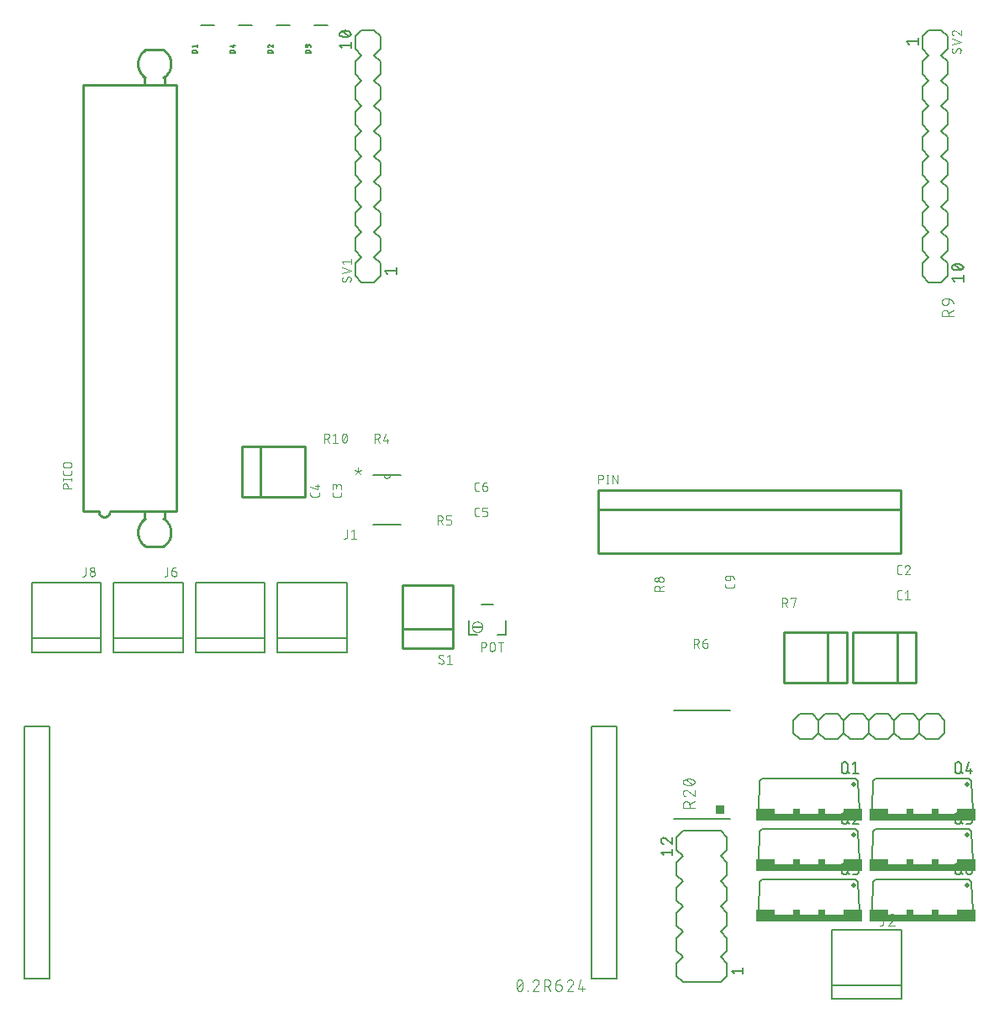
<source format=gbr>
G04 EAGLE Gerber X2 export*
G75*
%MOMM*%
%FSLAX34Y34*%
%LPD*%
%AMOC8*
5,1,8,0,0,1.08239X$1,22.5*%
G01*
%ADD10C,0.101600*%
%ADD11C,0.127000*%
%ADD12C,0.152400*%
%ADD13C,0.000000*%
%ADD14C,0.076200*%
%ADD15C,0.254000*%
%ADD16C,0.203200*%
%ADD17R,1.000000X0.250000*%
%ADD18C,0.508000*%
%ADD19R,10.668000X0.762000*%
%ADD20R,1.905000X0.508000*%
%ADD21R,0.762000X0.508000*%
%ADD22R,0.889000X0.889000*%


D10*
X512657Y23269D02*
X512558Y23061D01*
X512465Y22851D01*
X512377Y22639D01*
X512294Y22425D01*
X512216Y22208D01*
X512143Y21990D01*
X512075Y21771D01*
X512013Y21549D01*
X511956Y21327D01*
X511904Y21103D01*
X511858Y20878D01*
X511817Y20652D01*
X511782Y20424D01*
X511752Y20197D01*
X511727Y19968D01*
X511708Y19739D01*
X511694Y19510D01*
X511686Y19280D01*
X511683Y19050D01*
X512657Y23269D02*
X512690Y23359D01*
X512726Y23448D01*
X512766Y23536D01*
X512810Y23621D01*
X512857Y23705D01*
X512907Y23787D01*
X512961Y23867D01*
X513017Y23944D01*
X513077Y24020D01*
X513140Y24093D01*
X513205Y24163D01*
X513274Y24231D01*
X513345Y24295D01*
X513418Y24357D01*
X513494Y24416D01*
X513572Y24472D01*
X513653Y24525D01*
X513735Y24574D01*
X513819Y24620D01*
X513906Y24663D01*
X513993Y24702D01*
X514083Y24738D01*
X514173Y24770D01*
X514265Y24798D01*
X514358Y24823D01*
X514452Y24844D01*
X514546Y24861D01*
X514641Y24875D01*
X514737Y24884D01*
X514833Y24890D01*
X514929Y24892D01*
X515025Y24890D01*
X515121Y24884D01*
X515217Y24875D01*
X515312Y24861D01*
X515406Y24844D01*
X515500Y24823D01*
X515593Y24798D01*
X515685Y24770D01*
X515775Y24738D01*
X515865Y24702D01*
X515952Y24663D01*
X516039Y24620D01*
X516123Y24574D01*
X516205Y24525D01*
X516286Y24472D01*
X516364Y24416D01*
X516440Y24357D01*
X516513Y24295D01*
X516584Y24231D01*
X516653Y24163D01*
X516718Y24093D01*
X516781Y24020D01*
X516841Y23944D01*
X516897Y23867D01*
X516951Y23787D01*
X517001Y23705D01*
X517048Y23621D01*
X517092Y23536D01*
X517132Y23448D01*
X517168Y23359D01*
X517201Y23269D01*
X517300Y23062D01*
X517393Y22852D01*
X517481Y22639D01*
X517564Y22425D01*
X517642Y22209D01*
X517715Y21991D01*
X517783Y21771D01*
X517845Y21550D01*
X517902Y21327D01*
X517954Y21103D01*
X518000Y20878D01*
X518041Y20652D01*
X518076Y20425D01*
X518106Y20197D01*
X518131Y19968D01*
X518150Y19739D01*
X518164Y19510D01*
X518172Y19280D01*
X518175Y19050D01*
X511683Y19050D02*
X511686Y18820D01*
X511694Y18590D01*
X511708Y18361D01*
X511727Y18132D01*
X511752Y17903D01*
X511782Y17675D01*
X511817Y17448D01*
X511858Y17222D01*
X511904Y16997D01*
X511956Y16773D01*
X512013Y16550D01*
X512075Y16329D01*
X512143Y16109D01*
X512216Y15891D01*
X512294Y15675D01*
X512377Y15461D01*
X512465Y15249D01*
X512558Y15038D01*
X512657Y14831D01*
X512690Y14741D01*
X512726Y14652D01*
X512767Y14564D01*
X512810Y14479D01*
X512857Y14395D01*
X512907Y14313D01*
X512961Y14233D01*
X513017Y14156D01*
X513077Y14080D01*
X513140Y14007D01*
X513205Y13937D01*
X513274Y13869D01*
X513345Y13805D01*
X513418Y13743D01*
X513494Y13684D01*
X513572Y13628D01*
X513653Y13575D01*
X513735Y13526D01*
X513819Y13480D01*
X513906Y13437D01*
X513993Y13398D01*
X514083Y13362D01*
X514173Y13330D01*
X514265Y13302D01*
X514358Y13277D01*
X514452Y13256D01*
X514546Y13239D01*
X514641Y13225D01*
X514737Y13216D01*
X514833Y13210D01*
X514929Y13208D01*
X517200Y14831D02*
X517299Y15038D01*
X517392Y15249D01*
X517480Y15461D01*
X517563Y15675D01*
X517641Y15891D01*
X517714Y16109D01*
X517782Y16329D01*
X517844Y16550D01*
X517901Y16773D01*
X517953Y16997D01*
X517999Y17222D01*
X518040Y17448D01*
X518075Y17675D01*
X518105Y17903D01*
X518130Y18132D01*
X518149Y18361D01*
X518163Y18590D01*
X518171Y18820D01*
X518174Y19050D01*
X517201Y14831D02*
X517168Y14741D01*
X517132Y14652D01*
X517092Y14564D01*
X517048Y14479D01*
X517001Y14395D01*
X516951Y14313D01*
X516897Y14233D01*
X516841Y14156D01*
X516781Y14080D01*
X516718Y14007D01*
X516653Y13937D01*
X516584Y13869D01*
X516513Y13805D01*
X516440Y13743D01*
X516364Y13684D01*
X516286Y13628D01*
X516205Y13575D01*
X516123Y13526D01*
X516039Y13480D01*
X515952Y13437D01*
X515865Y13398D01*
X515775Y13362D01*
X515685Y13330D01*
X515593Y13302D01*
X515500Y13277D01*
X515406Y13256D01*
X515312Y13239D01*
X515217Y13225D01*
X515121Y13216D01*
X515025Y13210D01*
X514929Y13208D01*
X512332Y15804D02*
X517525Y22296D01*
X522605Y13857D02*
X522605Y13208D01*
X522605Y13857D02*
X523254Y13857D01*
X523254Y13208D01*
X522605Y13208D01*
X534176Y21971D02*
X534174Y22078D01*
X534168Y22184D01*
X534158Y22290D01*
X534145Y22396D01*
X534127Y22502D01*
X534106Y22606D01*
X534081Y22710D01*
X534052Y22813D01*
X534020Y22914D01*
X533983Y23014D01*
X533943Y23113D01*
X533900Y23211D01*
X533853Y23307D01*
X533802Y23401D01*
X533748Y23493D01*
X533691Y23583D01*
X533631Y23671D01*
X533567Y23756D01*
X533500Y23839D01*
X533430Y23920D01*
X533358Y23998D01*
X533282Y24074D01*
X533204Y24146D01*
X533123Y24216D01*
X533040Y24283D01*
X532955Y24347D01*
X532867Y24407D01*
X532777Y24464D01*
X532685Y24518D01*
X532591Y24569D01*
X532495Y24616D01*
X532397Y24659D01*
X532298Y24699D01*
X532198Y24736D01*
X532097Y24768D01*
X531994Y24797D01*
X531890Y24822D01*
X531786Y24843D01*
X531680Y24861D01*
X531574Y24874D01*
X531468Y24884D01*
X531362Y24890D01*
X531255Y24892D01*
X531134Y24890D01*
X531013Y24884D01*
X530893Y24874D01*
X530772Y24861D01*
X530653Y24843D01*
X530533Y24822D01*
X530415Y24797D01*
X530298Y24768D01*
X530181Y24735D01*
X530066Y24699D01*
X529952Y24658D01*
X529839Y24615D01*
X529727Y24567D01*
X529618Y24516D01*
X529510Y24461D01*
X529403Y24403D01*
X529299Y24342D01*
X529197Y24277D01*
X529097Y24209D01*
X528999Y24138D01*
X528903Y24064D01*
X528810Y23987D01*
X528720Y23906D01*
X528632Y23823D01*
X528547Y23737D01*
X528464Y23648D01*
X528385Y23557D01*
X528308Y23463D01*
X528235Y23367D01*
X528165Y23269D01*
X528098Y23168D01*
X528034Y23065D01*
X527974Y22960D01*
X527917Y22853D01*
X527863Y22745D01*
X527813Y22635D01*
X527767Y22523D01*
X527724Y22410D01*
X527685Y22295D01*
X533203Y19699D02*
X533282Y19776D01*
X533358Y19857D01*
X533431Y19940D01*
X533501Y20025D01*
X533568Y20113D01*
X533632Y20203D01*
X533692Y20295D01*
X533749Y20390D01*
X533803Y20486D01*
X533854Y20584D01*
X533901Y20684D01*
X533945Y20786D01*
X533985Y20889D01*
X534021Y20993D01*
X534053Y21099D01*
X534082Y21205D01*
X534107Y21313D01*
X534129Y21421D01*
X534146Y21531D01*
X534160Y21640D01*
X534169Y21750D01*
X534175Y21861D01*
X534177Y21971D01*
X533202Y19699D02*
X527685Y13208D01*
X534176Y13208D01*
X539570Y13208D02*
X539570Y24892D01*
X542815Y24892D01*
X542928Y24890D01*
X543041Y24884D01*
X543154Y24874D01*
X543267Y24860D01*
X543379Y24843D01*
X543490Y24821D01*
X543600Y24796D01*
X543710Y24766D01*
X543818Y24733D01*
X543925Y24696D01*
X544031Y24656D01*
X544135Y24611D01*
X544238Y24563D01*
X544339Y24512D01*
X544438Y24457D01*
X544535Y24399D01*
X544630Y24337D01*
X544723Y24272D01*
X544813Y24204D01*
X544901Y24133D01*
X544987Y24058D01*
X545070Y23981D01*
X545150Y23901D01*
X545227Y23818D01*
X545302Y23732D01*
X545373Y23644D01*
X545441Y23554D01*
X545506Y23461D01*
X545568Y23366D01*
X545626Y23269D01*
X545681Y23170D01*
X545732Y23069D01*
X545780Y22966D01*
X545825Y22862D01*
X545865Y22756D01*
X545902Y22649D01*
X545935Y22541D01*
X545965Y22431D01*
X545990Y22321D01*
X546012Y22210D01*
X546029Y22098D01*
X546043Y21985D01*
X546053Y21872D01*
X546059Y21759D01*
X546061Y21646D01*
X546059Y21533D01*
X546053Y21420D01*
X546043Y21307D01*
X546029Y21194D01*
X546012Y21082D01*
X545990Y20971D01*
X545965Y20861D01*
X545935Y20751D01*
X545902Y20643D01*
X545865Y20536D01*
X545825Y20430D01*
X545780Y20326D01*
X545732Y20223D01*
X545681Y20122D01*
X545626Y20023D01*
X545568Y19926D01*
X545506Y19831D01*
X545441Y19738D01*
X545373Y19648D01*
X545302Y19560D01*
X545227Y19474D01*
X545150Y19391D01*
X545070Y19311D01*
X544987Y19234D01*
X544901Y19159D01*
X544813Y19088D01*
X544723Y19020D01*
X544630Y18955D01*
X544535Y18893D01*
X544438Y18835D01*
X544339Y18780D01*
X544238Y18729D01*
X544135Y18681D01*
X544031Y18636D01*
X543925Y18596D01*
X543818Y18559D01*
X543710Y18526D01*
X543600Y18496D01*
X543490Y18471D01*
X543379Y18449D01*
X543267Y18432D01*
X543154Y18418D01*
X543041Y18408D01*
X542928Y18402D01*
X542815Y18400D01*
X542815Y18401D02*
X539570Y18401D01*
X543464Y18401D02*
X546061Y13208D01*
X550926Y19699D02*
X554821Y19699D01*
X554920Y19697D01*
X555020Y19691D01*
X555119Y19682D01*
X555217Y19669D01*
X555315Y19652D01*
X555413Y19631D01*
X555509Y19606D01*
X555604Y19578D01*
X555698Y19546D01*
X555791Y19511D01*
X555883Y19472D01*
X555973Y19429D01*
X556061Y19384D01*
X556148Y19334D01*
X556232Y19282D01*
X556315Y19226D01*
X556395Y19168D01*
X556473Y19106D01*
X556548Y19041D01*
X556621Y18973D01*
X556691Y18903D01*
X556759Y18830D01*
X556824Y18755D01*
X556886Y18677D01*
X556944Y18597D01*
X557000Y18514D01*
X557052Y18430D01*
X557102Y18343D01*
X557147Y18255D01*
X557190Y18165D01*
X557229Y18073D01*
X557264Y17980D01*
X557296Y17886D01*
X557324Y17791D01*
X557349Y17695D01*
X557370Y17597D01*
X557387Y17499D01*
X557400Y17401D01*
X557409Y17302D01*
X557415Y17202D01*
X557417Y17103D01*
X557417Y16454D01*
X557415Y16341D01*
X557409Y16228D01*
X557399Y16115D01*
X557385Y16002D01*
X557368Y15890D01*
X557346Y15779D01*
X557321Y15669D01*
X557291Y15559D01*
X557258Y15451D01*
X557221Y15344D01*
X557181Y15238D01*
X557136Y15134D01*
X557088Y15031D01*
X557037Y14930D01*
X556982Y14831D01*
X556924Y14734D01*
X556862Y14639D01*
X556797Y14546D01*
X556729Y14456D01*
X556658Y14368D01*
X556583Y14282D01*
X556506Y14199D01*
X556426Y14119D01*
X556343Y14042D01*
X556257Y13967D01*
X556169Y13896D01*
X556079Y13828D01*
X555986Y13763D01*
X555891Y13701D01*
X555794Y13643D01*
X555695Y13588D01*
X555594Y13537D01*
X555491Y13489D01*
X555387Y13444D01*
X555281Y13404D01*
X555174Y13367D01*
X555066Y13334D01*
X554956Y13304D01*
X554846Y13279D01*
X554735Y13257D01*
X554623Y13240D01*
X554510Y13226D01*
X554397Y13216D01*
X554284Y13210D01*
X554171Y13208D01*
X554058Y13210D01*
X553945Y13216D01*
X553832Y13226D01*
X553719Y13240D01*
X553607Y13257D01*
X553496Y13279D01*
X553386Y13304D01*
X553276Y13334D01*
X553168Y13367D01*
X553061Y13404D01*
X552955Y13444D01*
X552851Y13489D01*
X552748Y13537D01*
X552647Y13588D01*
X552548Y13643D01*
X552451Y13701D01*
X552356Y13763D01*
X552263Y13828D01*
X552173Y13896D01*
X552085Y13967D01*
X551999Y14042D01*
X551916Y14119D01*
X551836Y14199D01*
X551759Y14282D01*
X551684Y14368D01*
X551613Y14456D01*
X551545Y14546D01*
X551480Y14639D01*
X551418Y14734D01*
X551360Y14831D01*
X551305Y14930D01*
X551254Y15031D01*
X551206Y15134D01*
X551161Y15238D01*
X551121Y15344D01*
X551084Y15451D01*
X551051Y15559D01*
X551021Y15669D01*
X550996Y15779D01*
X550974Y15890D01*
X550957Y16002D01*
X550943Y16115D01*
X550933Y16228D01*
X550927Y16341D01*
X550925Y16454D01*
X550926Y16454D02*
X550926Y19699D01*
X550928Y19842D01*
X550934Y19985D01*
X550944Y20128D01*
X550958Y20270D01*
X550975Y20412D01*
X550997Y20554D01*
X551022Y20695D01*
X551052Y20835D01*
X551085Y20974D01*
X551122Y21112D01*
X551163Y21249D01*
X551207Y21385D01*
X551256Y21520D01*
X551308Y21653D01*
X551363Y21785D01*
X551423Y21915D01*
X551486Y22044D01*
X551552Y22171D01*
X551622Y22295D01*
X551695Y22418D01*
X551772Y22539D01*
X551852Y22658D01*
X551935Y22774D01*
X552021Y22889D01*
X552110Y23000D01*
X552203Y23110D01*
X552298Y23216D01*
X552397Y23320D01*
X552498Y23421D01*
X552602Y23520D01*
X552708Y23615D01*
X552818Y23708D01*
X552929Y23797D01*
X553044Y23883D01*
X553160Y23966D01*
X553279Y24046D01*
X553400Y24123D01*
X553522Y24196D01*
X553647Y24266D01*
X553774Y24332D01*
X553903Y24395D01*
X554033Y24455D01*
X554165Y24510D01*
X554298Y24562D01*
X554433Y24611D01*
X554569Y24655D01*
X554706Y24696D01*
X554844Y24733D01*
X554983Y24766D01*
X555123Y24796D01*
X555264Y24821D01*
X555406Y24843D01*
X555548Y24860D01*
X555690Y24874D01*
X555833Y24884D01*
X555976Y24890D01*
X556119Y24892D01*
X565926Y24892D02*
X566033Y24890D01*
X566139Y24884D01*
X566245Y24874D01*
X566351Y24861D01*
X566457Y24843D01*
X566561Y24822D01*
X566665Y24797D01*
X566768Y24768D01*
X566869Y24736D01*
X566969Y24699D01*
X567068Y24659D01*
X567166Y24616D01*
X567262Y24569D01*
X567356Y24518D01*
X567448Y24464D01*
X567538Y24407D01*
X567626Y24347D01*
X567711Y24283D01*
X567794Y24216D01*
X567875Y24146D01*
X567953Y24074D01*
X568029Y23998D01*
X568101Y23920D01*
X568171Y23839D01*
X568238Y23756D01*
X568302Y23671D01*
X568362Y23583D01*
X568419Y23493D01*
X568473Y23401D01*
X568524Y23307D01*
X568571Y23211D01*
X568614Y23113D01*
X568654Y23014D01*
X568691Y22914D01*
X568723Y22813D01*
X568752Y22710D01*
X568777Y22606D01*
X568798Y22502D01*
X568816Y22396D01*
X568829Y22290D01*
X568839Y22184D01*
X568845Y22078D01*
X568847Y21971D01*
X565926Y24892D02*
X565805Y24890D01*
X565684Y24884D01*
X565564Y24874D01*
X565443Y24861D01*
X565324Y24843D01*
X565204Y24822D01*
X565086Y24797D01*
X564969Y24768D01*
X564852Y24735D01*
X564737Y24699D01*
X564623Y24658D01*
X564510Y24615D01*
X564398Y24567D01*
X564289Y24516D01*
X564181Y24461D01*
X564074Y24403D01*
X563970Y24342D01*
X563868Y24277D01*
X563768Y24209D01*
X563670Y24138D01*
X563574Y24064D01*
X563481Y23987D01*
X563391Y23906D01*
X563303Y23823D01*
X563218Y23737D01*
X563135Y23648D01*
X563056Y23557D01*
X562979Y23463D01*
X562906Y23367D01*
X562836Y23269D01*
X562769Y23168D01*
X562705Y23065D01*
X562645Y22960D01*
X562588Y22853D01*
X562534Y22745D01*
X562484Y22635D01*
X562438Y22523D01*
X562395Y22410D01*
X562356Y22295D01*
X567873Y19699D02*
X567952Y19776D01*
X568028Y19857D01*
X568101Y19940D01*
X568171Y20025D01*
X568238Y20113D01*
X568302Y20203D01*
X568362Y20295D01*
X568419Y20390D01*
X568473Y20486D01*
X568524Y20584D01*
X568571Y20684D01*
X568615Y20786D01*
X568655Y20889D01*
X568691Y20993D01*
X568723Y21099D01*
X568752Y21205D01*
X568777Y21313D01*
X568799Y21421D01*
X568816Y21531D01*
X568830Y21640D01*
X568839Y21750D01*
X568845Y21861D01*
X568847Y21971D01*
X567873Y19699D02*
X562356Y13208D01*
X568847Y13208D01*
X573786Y15804D02*
X576382Y24892D01*
X573786Y15804D02*
X580277Y15804D01*
X578330Y18401D02*
X578330Y13208D01*
D11*
X41275Y25400D02*
X41275Y279400D01*
X41275Y25400D02*
X15875Y25400D01*
X15875Y279400D01*
X41275Y279400D01*
X612775Y279400D02*
X612775Y25400D01*
X587375Y25400D01*
X587375Y279400D01*
X612775Y279400D01*
D12*
X394716Y483108D02*
X367284Y483108D01*
X384048Y532892D02*
X394716Y532892D01*
X384048Y532892D02*
X377952Y532892D01*
X367284Y532892D01*
D13*
X377952Y532892D02*
X377954Y532783D01*
X377960Y532675D01*
X377969Y532566D01*
X377983Y532458D01*
X378000Y532351D01*
X378022Y532244D01*
X378047Y532138D01*
X378075Y532033D01*
X378108Y531929D01*
X378144Y531827D01*
X378184Y531726D01*
X378227Y531626D01*
X378274Y531528D01*
X378325Y531431D01*
X378379Y531337D01*
X378436Y531244D01*
X378496Y531154D01*
X378560Y531065D01*
X378627Y530979D01*
X378696Y530896D01*
X378769Y530815D01*
X378845Y530737D01*
X378923Y530661D01*
X379004Y530588D01*
X379087Y530519D01*
X379173Y530452D01*
X379262Y530388D01*
X379352Y530328D01*
X379445Y530271D01*
X379539Y530217D01*
X379636Y530166D01*
X379734Y530119D01*
X379834Y530076D01*
X379935Y530036D01*
X380037Y530000D01*
X380141Y529967D01*
X380246Y529939D01*
X380352Y529914D01*
X380459Y529892D01*
X380566Y529875D01*
X380674Y529861D01*
X380783Y529852D01*
X380891Y529846D01*
X381000Y529844D01*
X381109Y529846D01*
X381217Y529852D01*
X381326Y529861D01*
X381434Y529875D01*
X381541Y529892D01*
X381648Y529914D01*
X381754Y529939D01*
X381859Y529967D01*
X381963Y530000D01*
X382065Y530036D01*
X382166Y530076D01*
X382266Y530119D01*
X382364Y530166D01*
X382461Y530217D01*
X382555Y530271D01*
X382648Y530328D01*
X382738Y530388D01*
X382827Y530452D01*
X382913Y530519D01*
X382996Y530588D01*
X383077Y530661D01*
X383155Y530737D01*
X383231Y530815D01*
X383304Y530896D01*
X383373Y530979D01*
X383440Y531065D01*
X383504Y531154D01*
X383564Y531244D01*
X383621Y531337D01*
X383675Y531431D01*
X383726Y531528D01*
X383773Y531626D01*
X383816Y531726D01*
X383856Y531827D01*
X383892Y531929D01*
X383925Y532033D01*
X383953Y532138D01*
X383978Y532244D01*
X384000Y532351D01*
X384017Y532458D01*
X384031Y532566D01*
X384040Y532675D01*
X384046Y532783D01*
X384048Y532892D01*
D14*
X351951Y536447D02*
X351951Y540435D01*
X351951Y536447D02*
X354277Y533457D01*
X351951Y536447D02*
X349625Y533457D01*
X351951Y536447D02*
X355606Y537777D01*
X351951Y536447D02*
X348296Y537777D01*
D10*
X731012Y423183D02*
X731012Y421186D01*
X731010Y421099D01*
X731004Y421012D01*
X730995Y420925D01*
X730982Y420839D01*
X730965Y420754D01*
X730944Y420669D01*
X730920Y420586D01*
X730892Y420503D01*
X730860Y420422D01*
X730825Y420342D01*
X730786Y420264D01*
X730745Y420188D01*
X730699Y420114D01*
X730651Y420041D01*
X730600Y419971D01*
X730545Y419903D01*
X730488Y419838D01*
X730427Y419775D01*
X730364Y419714D01*
X730299Y419657D01*
X730231Y419602D01*
X730161Y419551D01*
X730088Y419503D01*
X730014Y419457D01*
X729938Y419416D01*
X729860Y419377D01*
X729780Y419342D01*
X729699Y419310D01*
X729616Y419282D01*
X729533Y419258D01*
X729448Y419237D01*
X729363Y419220D01*
X729277Y419207D01*
X729190Y419198D01*
X729103Y419192D01*
X729016Y419190D01*
X724024Y419190D01*
X724024Y419189D02*
X723937Y419191D01*
X723850Y419197D01*
X723763Y419206D01*
X723677Y419219D01*
X723592Y419236D01*
X723507Y419257D01*
X723424Y419281D01*
X723341Y419309D01*
X723260Y419341D01*
X723180Y419376D01*
X723102Y419415D01*
X723026Y419457D01*
X722951Y419502D01*
X722879Y419550D01*
X722808Y419602D01*
X722740Y419656D01*
X722675Y419714D01*
X722612Y419774D01*
X722552Y419837D01*
X722494Y419902D01*
X722440Y419970D01*
X722388Y420041D01*
X722340Y420113D01*
X722295Y420187D01*
X722253Y420264D01*
X722214Y420342D01*
X722179Y420422D01*
X722147Y420503D01*
X722119Y420585D01*
X722095Y420669D01*
X722074Y420754D01*
X722057Y420839D01*
X722044Y420925D01*
X722035Y421012D01*
X722029Y421099D01*
X722027Y421186D01*
X722028Y421186D02*
X722028Y423183D01*
X727019Y428716D02*
X727019Y431710D01*
X727019Y428716D02*
X727017Y428629D01*
X727011Y428542D01*
X727002Y428455D01*
X726989Y428369D01*
X726972Y428284D01*
X726951Y428199D01*
X726927Y428116D01*
X726899Y428033D01*
X726867Y427952D01*
X726832Y427872D01*
X726793Y427794D01*
X726752Y427718D01*
X726706Y427644D01*
X726658Y427571D01*
X726607Y427501D01*
X726552Y427433D01*
X726495Y427368D01*
X726434Y427305D01*
X726371Y427244D01*
X726306Y427187D01*
X726238Y427132D01*
X726168Y427081D01*
X726095Y427033D01*
X726021Y426987D01*
X725945Y426946D01*
X725867Y426907D01*
X725787Y426872D01*
X725706Y426840D01*
X725623Y426812D01*
X725540Y426788D01*
X725455Y426767D01*
X725370Y426750D01*
X725284Y426737D01*
X725197Y426728D01*
X725110Y426722D01*
X725023Y426720D01*
X725023Y426719D02*
X724524Y426719D01*
X724425Y426721D01*
X724326Y426727D01*
X724227Y426737D01*
X724129Y426751D01*
X724031Y426768D01*
X723934Y426790D01*
X723838Y426815D01*
X723743Y426844D01*
X723650Y426877D01*
X723557Y426914D01*
X723467Y426954D01*
X723378Y426998D01*
X723290Y427045D01*
X723205Y427096D01*
X723122Y427150D01*
X723041Y427207D01*
X722962Y427268D01*
X722886Y427332D01*
X722812Y427398D01*
X722742Y427468D01*
X722674Y427540D01*
X722608Y427615D01*
X722546Y427692D01*
X722487Y427772D01*
X722432Y427854D01*
X722379Y427938D01*
X722330Y428025D01*
X722284Y428113D01*
X722242Y428203D01*
X722204Y428294D01*
X722169Y428387D01*
X722138Y428482D01*
X722111Y428577D01*
X722087Y428673D01*
X722068Y428771D01*
X722052Y428869D01*
X722040Y428967D01*
X722032Y429066D01*
X722028Y429165D01*
X722028Y429265D01*
X722032Y429364D01*
X722040Y429463D01*
X722052Y429561D01*
X722068Y429659D01*
X722087Y429757D01*
X722111Y429853D01*
X722138Y429948D01*
X722169Y430043D01*
X722204Y430136D01*
X722242Y430227D01*
X722284Y430317D01*
X722330Y430405D01*
X722379Y430492D01*
X722432Y430576D01*
X722487Y430658D01*
X722546Y430738D01*
X722608Y430815D01*
X722674Y430890D01*
X722742Y430962D01*
X722812Y431032D01*
X722886Y431098D01*
X722962Y431162D01*
X723041Y431223D01*
X723122Y431280D01*
X723205Y431334D01*
X723290Y431385D01*
X723378Y431432D01*
X723467Y431476D01*
X723557Y431516D01*
X723650Y431553D01*
X723743Y431586D01*
X723838Y431615D01*
X723934Y431640D01*
X724031Y431662D01*
X724129Y431679D01*
X724227Y431693D01*
X724326Y431703D01*
X724425Y431709D01*
X724524Y431711D01*
X724524Y431710D02*
X727019Y431710D01*
X727019Y431711D02*
X727144Y431709D01*
X727270Y431703D01*
X727395Y431693D01*
X727519Y431680D01*
X727644Y431662D01*
X727767Y431640D01*
X727890Y431615D01*
X728012Y431586D01*
X728133Y431552D01*
X728253Y431516D01*
X728372Y431475D01*
X728489Y431431D01*
X728605Y431383D01*
X728719Y431331D01*
X728832Y431276D01*
X728943Y431217D01*
X729052Y431155D01*
X729159Y431089D01*
X729263Y431021D01*
X729366Y430948D01*
X729466Y430873D01*
X729564Y430795D01*
X729660Y430713D01*
X729752Y430629D01*
X729842Y430541D01*
X729930Y430451D01*
X730014Y430359D01*
X730096Y430263D01*
X730174Y430165D01*
X730249Y430065D01*
X730322Y429962D01*
X730390Y429858D01*
X730456Y429751D01*
X730518Y429642D01*
X730577Y429531D01*
X730632Y429418D01*
X730684Y429304D01*
X730732Y429188D01*
X730776Y429071D01*
X730817Y428952D01*
X730853Y428832D01*
X730887Y428711D01*
X730916Y428589D01*
X730941Y428466D01*
X730963Y428343D01*
X730981Y428218D01*
X730994Y428094D01*
X731004Y427969D01*
X731010Y427843D01*
X731012Y427718D01*
X335247Y513261D02*
X335247Y515258D01*
X335247Y513261D02*
X335245Y513174D01*
X335239Y513087D01*
X335230Y513000D01*
X335217Y512914D01*
X335200Y512829D01*
X335179Y512744D01*
X335155Y512661D01*
X335127Y512578D01*
X335095Y512497D01*
X335060Y512417D01*
X335021Y512339D01*
X334980Y512263D01*
X334934Y512189D01*
X334886Y512116D01*
X334835Y512046D01*
X334780Y511978D01*
X334723Y511913D01*
X334662Y511850D01*
X334599Y511789D01*
X334534Y511732D01*
X334466Y511677D01*
X334396Y511626D01*
X334323Y511578D01*
X334249Y511532D01*
X334173Y511491D01*
X334095Y511452D01*
X334015Y511417D01*
X333934Y511385D01*
X333851Y511357D01*
X333768Y511333D01*
X333683Y511312D01*
X333598Y511295D01*
X333512Y511282D01*
X333425Y511273D01*
X333338Y511267D01*
X333251Y511265D01*
X328259Y511265D01*
X328259Y511264D02*
X328172Y511266D01*
X328085Y511272D01*
X327998Y511281D01*
X327912Y511294D01*
X327827Y511311D01*
X327742Y511332D01*
X327659Y511356D01*
X327576Y511384D01*
X327495Y511416D01*
X327415Y511451D01*
X327337Y511490D01*
X327261Y511532D01*
X327186Y511577D01*
X327114Y511625D01*
X327043Y511677D01*
X326975Y511731D01*
X326910Y511789D01*
X326847Y511849D01*
X326787Y511912D01*
X326729Y511977D01*
X326675Y512045D01*
X326623Y512116D01*
X326575Y512188D01*
X326530Y512262D01*
X326488Y512339D01*
X326449Y512417D01*
X326414Y512497D01*
X326382Y512578D01*
X326354Y512660D01*
X326330Y512744D01*
X326309Y512829D01*
X326292Y512914D01*
X326279Y513000D01*
X326270Y513087D01*
X326264Y513174D01*
X326262Y513261D01*
X326263Y513261D02*
X326263Y515258D01*
X335247Y518794D02*
X335247Y521290D01*
X335245Y521389D01*
X335239Y521488D01*
X335229Y521587D01*
X335215Y521685D01*
X335198Y521783D01*
X335176Y521880D01*
X335151Y521976D01*
X335122Y522071D01*
X335089Y522164D01*
X335052Y522257D01*
X335012Y522347D01*
X334968Y522436D01*
X334921Y522524D01*
X334870Y522609D01*
X334816Y522692D01*
X334759Y522773D01*
X334698Y522852D01*
X334634Y522928D01*
X334568Y523002D01*
X334498Y523072D01*
X334426Y523140D01*
X334351Y523206D01*
X334274Y523268D01*
X334194Y523327D01*
X334112Y523382D01*
X334028Y523435D01*
X333941Y523484D01*
X333853Y523530D01*
X333763Y523572D01*
X333672Y523610D01*
X333579Y523645D01*
X333484Y523676D01*
X333389Y523703D01*
X333293Y523727D01*
X333195Y523746D01*
X333097Y523762D01*
X332999Y523774D01*
X332900Y523782D01*
X332801Y523786D01*
X332701Y523786D01*
X332602Y523782D01*
X332503Y523774D01*
X332405Y523762D01*
X332307Y523746D01*
X332209Y523727D01*
X332113Y523703D01*
X332018Y523676D01*
X331923Y523645D01*
X331830Y523610D01*
X331739Y523572D01*
X331649Y523530D01*
X331561Y523484D01*
X331474Y523435D01*
X331390Y523382D01*
X331308Y523327D01*
X331228Y523268D01*
X331151Y523206D01*
X331076Y523140D01*
X331004Y523072D01*
X330934Y523002D01*
X330868Y522928D01*
X330804Y522852D01*
X330743Y522773D01*
X330686Y522692D01*
X330632Y522609D01*
X330581Y522524D01*
X330534Y522436D01*
X330490Y522347D01*
X330450Y522257D01*
X330413Y522164D01*
X330380Y522071D01*
X330351Y521976D01*
X330326Y521880D01*
X330304Y521783D01*
X330287Y521685D01*
X330273Y521587D01*
X330263Y521488D01*
X330257Y521389D01*
X330255Y521290D01*
X326263Y521789D02*
X326263Y518794D01*
X326263Y521789D02*
X326265Y521877D01*
X326271Y521965D01*
X326281Y522053D01*
X326294Y522140D01*
X326312Y522227D01*
X326333Y522313D01*
X326358Y522397D01*
X326387Y522481D01*
X326419Y522563D01*
X326455Y522644D01*
X326495Y522723D01*
X326538Y522800D01*
X326584Y522875D01*
X326634Y522948D01*
X326687Y523019D01*
X326743Y523087D01*
X326802Y523153D01*
X326863Y523216D01*
X326928Y523276D01*
X326995Y523334D01*
X327064Y523388D01*
X327136Y523439D01*
X327210Y523487D01*
X327287Y523532D01*
X327365Y523573D01*
X327444Y523611D01*
X327526Y523645D01*
X327609Y523676D01*
X327693Y523703D01*
X327778Y523726D01*
X327864Y523746D01*
X327951Y523761D01*
X328039Y523773D01*
X328127Y523781D01*
X328215Y523785D01*
X328303Y523785D01*
X328391Y523781D01*
X328479Y523773D01*
X328567Y523761D01*
X328654Y523746D01*
X328740Y523726D01*
X328825Y523703D01*
X328909Y523676D01*
X328992Y523645D01*
X329074Y523611D01*
X329153Y523573D01*
X329231Y523532D01*
X329308Y523487D01*
X329382Y523439D01*
X329454Y523388D01*
X329523Y523334D01*
X329590Y523276D01*
X329655Y523216D01*
X329716Y523153D01*
X329775Y523087D01*
X329831Y523019D01*
X329884Y522948D01*
X329934Y522875D01*
X329980Y522800D01*
X330023Y522723D01*
X330063Y522644D01*
X330099Y522563D01*
X330131Y522481D01*
X330160Y522397D01*
X330185Y522313D01*
X330206Y522227D01*
X330224Y522140D01*
X330237Y522053D01*
X330247Y521965D01*
X330253Y521877D01*
X330255Y521789D01*
X330256Y521789D02*
X330256Y519793D01*
X313022Y515258D02*
X313022Y513261D01*
X313020Y513174D01*
X313014Y513087D01*
X313005Y513000D01*
X312992Y512914D01*
X312975Y512829D01*
X312954Y512744D01*
X312930Y512661D01*
X312902Y512578D01*
X312870Y512497D01*
X312835Y512417D01*
X312796Y512339D01*
X312755Y512263D01*
X312709Y512189D01*
X312661Y512116D01*
X312610Y512046D01*
X312555Y511978D01*
X312498Y511913D01*
X312437Y511850D01*
X312374Y511789D01*
X312309Y511732D01*
X312241Y511677D01*
X312171Y511626D01*
X312098Y511578D01*
X312024Y511532D01*
X311948Y511491D01*
X311870Y511452D01*
X311790Y511417D01*
X311709Y511385D01*
X311626Y511357D01*
X311543Y511333D01*
X311458Y511312D01*
X311373Y511295D01*
X311287Y511282D01*
X311200Y511273D01*
X311113Y511267D01*
X311026Y511265D01*
X306034Y511265D01*
X306034Y511264D02*
X305947Y511266D01*
X305860Y511272D01*
X305773Y511281D01*
X305687Y511294D01*
X305602Y511311D01*
X305517Y511332D01*
X305434Y511356D01*
X305351Y511384D01*
X305270Y511416D01*
X305190Y511451D01*
X305112Y511490D01*
X305036Y511532D01*
X304961Y511577D01*
X304889Y511625D01*
X304818Y511677D01*
X304750Y511731D01*
X304685Y511789D01*
X304622Y511849D01*
X304562Y511912D01*
X304504Y511977D01*
X304450Y512045D01*
X304398Y512116D01*
X304350Y512188D01*
X304305Y512262D01*
X304263Y512339D01*
X304224Y512417D01*
X304189Y512497D01*
X304157Y512578D01*
X304129Y512660D01*
X304105Y512744D01*
X304084Y512829D01*
X304067Y512914D01*
X304054Y513000D01*
X304045Y513087D01*
X304039Y513174D01*
X304037Y513261D01*
X304038Y513261D02*
X304038Y515258D01*
X304038Y520791D02*
X311026Y518794D01*
X311026Y523785D01*
X309029Y522288D02*
X313022Y522288D01*
D14*
X368681Y565531D02*
X368681Y574769D01*
X371247Y574769D01*
X371346Y574767D01*
X371446Y574761D01*
X371545Y574752D01*
X371643Y574738D01*
X371741Y574721D01*
X371839Y574700D01*
X371935Y574675D01*
X372030Y574646D01*
X372125Y574614D01*
X372217Y574578D01*
X372309Y574539D01*
X372399Y574496D01*
X372487Y574450D01*
X372573Y574400D01*
X372657Y574347D01*
X372739Y574291D01*
X372819Y574231D01*
X372896Y574169D01*
X372971Y574103D01*
X373044Y574035D01*
X373113Y573964D01*
X373180Y573890D01*
X373244Y573814D01*
X373305Y573735D01*
X373363Y573654D01*
X373418Y573571D01*
X373469Y573486D01*
X373517Y573399D01*
X373562Y573310D01*
X373603Y573219D01*
X373641Y573127D01*
X373675Y573034D01*
X373705Y572939D01*
X373732Y572843D01*
X373755Y572746D01*
X373774Y572649D01*
X373789Y572550D01*
X373801Y572451D01*
X373809Y572352D01*
X373813Y572253D01*
X373813Y572153D01*
X373809Y572054D01*
X373801Y571955D01*
X373789Y571856D01*
X373774Y571757D01*
X373755Y571660D01*
X373732Y571563D01*
X373705Y571467D01*
X373675Y571372D01*
X373641Y571279D01*
X373603Y571187D01*
X373562Y571096D01*
X373517Y571007D01*
X373469Y570920D01*
X373418Y570835D01*
X373363Y570752D01*
X373305Y570671D01*
X373244Y570592D01*
X373180Y570516D01*
X373113Y570442D01*
X373044Y570371D01*
X372971Y570303D01*
X372896Y570237D01*
X372819Y570175D01*
X372739Y570115D01*
X372657Y570059D01*
X372573Y570006D01*
X372487Y569956D01*
X372399Y569910D01*
X372309Y569867D01*
X372217Y569828D01*
X372125Y569792D01*
X372030Y569760D01*
X371935Y569731D01*
X371839Y569706D01*
X371741Y569685D01*
X371643Y569668D01*
X371545Y569654D01*
X371446Y569645D01*
X371346Y569639D01*
X371247Y569637D01*
X368681Y569637D01*
X371760Y569637D02*
X373813Y565531D01*
X377624Y567584D02*
X379677Y574769D01*
X377624Y567584D02*
X382757Y567584D01*
X381217Y569637D02*
X381217Y565531D01*
X432181Y492219D02*
X432181Y482981D01*
X432181Y492219D02*
X434747Y492219D01*
X434846Y492217D01*
X434946Y492211D01*
X435045Y492202D01*
X435143Y492188D01*
X435241Y492171D01*
X435339Y492150D01*
X435435Y492125D01*
X435530Y492096D01*
X435625Y492064D01*
X435717Y492028D01*
X435809Y491989D01*
X435899Y491946D01*
X435987Y491900D01*
X436073Y491850D01*
X436157Y491797D01*
X436239Y491741D01*
X436319Y491681D01*
X436396Y491619D01*
X436471Y491553D01*
X436544Y491485D01*
X436613Y491414D01*
X436680Y491340D01*
X436744Y491264D01*
X436805Y491185D01*
X436863Y491104D01*
X436918Y491021D01*
X436969Y490936D01*
X437017Y490849D01*
X437062Y490760D01*
X437103Y490669D01*
X437141Y490577D01*
X437175Y490484D01*
X437205Y490389D01*
X437232Y490293D01*
X437255Y490196D01*
X437274Y490099D01*
X437289Y490000D01*
X437301Y489901D01*
X437309Y489802D01*
X437313Y489703D01*
X437313Y489603D01*
X437309Y489504D01*
X437301Y489405D01*
X437289Y489306D01*
X437274Y489207D01*
X437255Y489110D01*
X437232Y489013D01*
X437205Y488917D01*
X437175Y488822D01*
X437141Y488729D01*
X437103Y488637D01*
X437062Y488546D01*
X437017Y488457D01*
X436969Y488370D01*
X436918Y488285D01*
X436863Y488202D01*
X436805Y488121D01*
X436744Y488042D01*
X436680Y487966D01*
X436613Y487892D01*
X436544Y487821D01*
X436471Y487753D01*
X436396Y487687D01*
X436319Y487625D01*
X436239Y487565D01*
X436157Y487509D01*
X436073Y487456D01*
X435987Y487406D01*
X435899Y487360D01*
X435809Y487317D01*
X435717Y487278D01*
X435625Y487242D01*
X435530Y487210D01*
X435435Y487181D01*
X435339Y487156D01*
X435241Y487135D01*
X435143Y487118D01*
X435045Y487104D01*
X434946Y487095D01*
X434846Y487089D01*
X434747Y487087D01*
X432181Y487087D01*
X435260Y487087D02*
X437313Y482981D01*
X441124Y482981D02*
X444204Y482981D01*
X444294Y482983D01*
X444383Y482989D01*
X444472Y482999D01*
X444560Y483012D01*
X444648Y483030D01*
X444735Y483051D01*
X444821Y483076D01*
X444906Y483105D01*
X444990Y483137D01*
X445072Y483173D01*
X445152Y483213D01*
X445230Y483256D01*
X445307Y483303D01*
X445382Y483352D01*
X445454Y483405D01*
X445524Y483461D01*
X445591Y483520D01*
X445656Y483582D01*
X445718Y483647D01*
X445777Y483714D01*
X445833Y483784D01*
X445886Y483856D01*
X445935Y483931D01*
X445982Y484007D01*
X446025Y484086D01*
X446065Y484166D01*
X446101Y484248D01*
X446133Y484332D01*
X446162Y484417D01*
X446187Y484503D01*
X446208Y484590D01*
X446226Y484677D01*
X446239Y484766D01*
X446249Y484855D01*
X446255Y484944D01*
X446257Y485034D01*
X446257Y486060D01*
X446255Y486150D01*
X446249Y486239D01*
X446239Y486328D01*
X446226Y486416D01*
X446208Y486504D01*
X446187Y486591D01*
X446162Y486677D01*
X446133Y486762D01*
X446101Y486846D01*
X446065Y486928D01*
X446025Y487008D01*
X445982Y487087D01*
X445935Y487163D01*
X445886Y487238D01*
X445833Y487310D01*
X445777Y487380D01*
X445718Y487447D01*
X445656Y487512D01*
X445591Y487574D01*
X445524Y487633D01*
X445454Y487689D01*
X445382Y487742D01*
X445307Y487791D01*
X445231Y487838D01*
X445152Y487881D01*
X445072Y487921D01*
X444990Y487957D01*
X444906Y487989D01*
X444821Y488018D01*
X444735Y488043D01*
X444648Y488064D01*
X444560Y488082D01*
X444472Y488095D01*
X444383Y488105D01*
X444294Y488111D01*
X444204Y488113D01*
X441124Y488113D01*
X441124Y492219D01*
X446257Y492219D01*
X690393Y367919D02*
X690393Y358681D01*
X690393Y367919D02*
X692960Y367919D01*
X693059Y367917D01*
X693159Y367911D01*
X693258Y367902D01*
X693356Y367888D01*
X693454Y367871D01*
X693552Y367850D01*
X693648Y367825D01*
X693743Y367796D01*
X693838Y367764D01*
X693930Y367728D01*
X694022Y367689D01*
X694112Y367646D01*
X694200Y367600D01*
X694286Y367550D01*
X694370Y367497D01*
X694452Y367441D01*
X694532Y367381D01*
X694609Y367319D01*
X694684Y367253D01*
X694757Y367185D01*
X694826Y367114D01*
X694893Y367040D01*
X694957Y366964D01*
X695018Y366885D01*
X695076Y366804D01*
X695131Y366721D01*
X695182Y366636D01*
X695230Y366549D01*
X695275Y366460D01*
X695316Y366369D01*
X695354Y366277D01*
X695388Y366184D01*
X695418Y366089D01*
X695445Y365993D01*
X695468Y365896D01*
X695487Y365799D01*
X695502Y365700D01*
X695514Y365601D01*
X695522Y365502D01*
X695526Y365403D01*
X695526Y365303D01*
X695522Y365204D01*
X695514Y365105D01*
X695502Y365006D01*
X695487Y364907D01*
X695468Y364810D01*
X695445Y364713D01*
X695418Y364617D01*
X695388Y364522D01*
X695354Y364429D01*
X695316Y364337D01*
X695275Y364246D01*
X695230Y364157D01*
X695182Y364070D01*
X695131Y363985D01*
X695076Y363902D01*
X695018Y363821D01*
X694957Y363742D01*
X694893Y363666D01*
X694826Y363592D01*
X694757Y363521D01*
X694684Y363453D01*
X694609Y363387D01*
X694532Y363325D01*
X694452Y363265D01*
X694370Y363209D01*
X694286Y363156D01*
X694200Y363106D01*
X694112Y363060D01*
X694022Y363017D01*
X693930Y362978D01*
X693838Y362942D01*
X693743Y362910D01*
X693648Y362881D01*
X693552Y362856D01*
X693454Y362835D01*
X693356Y362818D01*
X693258Y362804D01*
X693159Y362795D01*
X693059Y362789D01*
X692960Y362787D01*
X690393Y362787D01*
X693473Y362787D02*
X695526Y358681D01*
X699337Y363813D02*
X702416Y363813D01*
X702506Y363811D01*
X702595Y363805D01*
X702684Y363795D01*
X702772Y363782D01*
X702860Y363764D01*
X702947Y363743D01*
X703033Y363718D01*
X703118Y363689D01*
X703202Y363657D01*
X703284Y363621D01*
X703364Y363581D01*
X703443Y363538D01*
X703519Y363491D01*
X703594Y363442D01*
X703666Y363389D01*
X703736Y363333D01*
X703803Y363274D01*
X703868Y363212D01*
X703930Y363147D01*
X703989Y363080D01*
X704045Y363010D01*
X704098Y362938D01*
X704147Y362863D01*
X704194Y362787D01*
X704237Y362708D01*
X704277Y362628D01*
X704313Y362546D01*
X704345Y362462D01*
X704374Y362377D01*
X704399Y362291D01*
X704420Y362204D01*
X704438Y362116D01*
X704451Y362028D01*
X704461Y361939D01*
X704467Y361850D01*
X704469Y361760D01*
X704469Y361247D01*
X704467Y361148D01*
X704461Y361048D01*
X704452Y360949D01*
X704438Y360851D01*
X704421Y360753D01*
X704400Y360655D01*
X704375Y360559D01*
X704346Y360464D01*
X704314Y360369D01*
X704278Y360277D01*
X704239Y360185D01*
X704196Y360095D01*
X704150Y360007D01*
X704100Y359921D01*
X704047Y359837D01*
X703991Y359755D01*
X703931Y359675D01*
X703869Y359598D01*
X703803Y359523D01*
X703735Y359450D01*
X703664Y359381D01*
X703590Y359314D01*
X703514Y359250D01*
X703435Y359189D01*
X703354Y359131D01*
X703271Y359076D01*
X703186Y359025D01*
X703099Y358977D01*
X703010Y358932D01*
X702919Y358891D01*
X702827Y358853D01*
X702734Y358819D01*
X702639Y358789D01*
X702543Y358762D01*
X702446Y358739D01*
X702349Y358720D01*
X702250Y358705D01*
X702151Y358693D01*
X702052Y358685D01*
X701953Y358681D01*
X701853Y358681D01*
X701754Y358685D01*
X701655Y358693D01*
X701556Y358705D01*
X701457Y358720D01*
X701360Y358739D01*
X701263Y358762D01*
X701167Y358789D01*
X701072Y358819D01*
X700979Y358853D01*
X700887Y358891D01*
X700796Y358932D01*
X700707Y358977D01*
X700620Y359025D01*
X700535Y359076D01*
X700452Y359131D01*
X700371Y359189D01*
X700292Y359250D01*
X700216Y359314D01*
X700142Y359381D01*
X700071Y359450D01*
X700003Y359523D01*
X699937Y359598D01*
X699875Y359675D01*
X699815Y359755D01*
X699759Y359837D01*
X699706Y359921D01*
X699656Y360007D01*
X699610Y360095D01*
X699567Y360185D01*
X699528Y360277D01*
X699492Y360369D01*
X699460Y360464D01*
X699431Y360559D01*
X699406Y360655D01*
X699385Y360753D01*
X699368Y360851D01*
X699354Y360949D01*
X699345Y361048D01*
X699339Y361148D01*
X699337Y361247D01*
X699337Y363813D01*
X699339Y363939D01*
X699345Y364066D01*
X699355Y364192D01*
X699368Y364318D01*
X699386Y364443D01*
X699407Y364567D01*
X699432Y364691D01*
X699461Y364815D01*
X699494Y364937D01*
X699530Y365058D01*
X699570Y365178D01*
X699614Y365296D01*
X699662Y365413D01*
X699713Y365529D01*
X699767Y365643D01*
X699826Y365756D01*
X699887Y365866D01*
X699952Y365975D01*
X700020Y366081D01*
X700092Y366185D01*
X700166Y366287D01*
X700244Y366387D01*
X700325Y366484D01*
X700409Y366579D01*
X700495Y366671D01*
X700585Y366761D01*
X700677Y366847D01*
X700772Y366931D01*
X700869Y367012D01*
X700969Y367090D01*
X701071Y367164D01*
X701175Y367236D01*
X701281Y367304D01*
X701390Y367369D01*
X701500Y367430D01*
X701613Y367489D01*
X701727Y367543D01*
X701843Y367594D01*
X701960Y367642D01*
X702078Y367686D01*
X702198Y367726D01*
X702319Y367762D01*
X702441Y367795D01*
X702565Y367824D01*
X702688Y367849D01*
X702813Y367870D01*
X702938Y367888D01*
X703064Y367901D01*
X703190Y367911D01*
X703317Y367917D01*
X703443Y367919D01*
X779293Y399956D02*
X779293Y409194D01*
X781860Y409194D01*
X781959Y409192D01*
X782059Y409186D01*
X782158Y409177D01*
X782256Y409163D01*
X782354Y409146D01*
X782452Y409125D01*
X782548Y409100D01*
X782643Y409071D01*
X782738Y409039D01*
X782830Y409003D01*
X782922Y408964D01*
X783012Y408921D01*
X783100Y408875D01*
X783186Y408825D01*
X783270Y408772D01*
X783352Y408716D01*
X783432Y408656D01*
X783509Y408594D01*
X783584Y408528D01*
X783657Y408460D01*
X783726Y408389D01*
X783793Y408315D01*
X783857Y408239D01*
X783918Y408160D01*
X783976Y408079D01*
X784031Y407996D01*
X784082Y407911D01*
X784130Y407824D01*
X784175Y407735D01*
X784216Y407644D01*
X784254Y407552D01*
X784288Y407459D01*
X784318Y407364D01*
X784345Y407268D01*
X784368Y407171D01*
X784387Y407074D01*
X784402Y406975D01*
X784414Y406876D01*
X784422Y406777D01*
X784426Y406678D01*
X784426Y406578D01*
X784422Y406479D01*
X784414Y406380D01*
X784402Y406281D01*
X784387Y406182D01*
X784368Y406085D01*
X784345Y405988D01*
X784318Y405892D01*
X784288Y405797D01*
X784254Y405704D01*
X784216Y405612D01*
X784175Y405521D01*
X784130Y405432D01*
X784082Y405345D01*
X784031Y405260D01*
X783976Y405177D01*
X783918Y405096D01*
X783857Y405017D01*
X783793Y404941D01*
X783726Y404867D01*
X783657Y404796D01*
X783584Y404728D01*
X783509Y404662D01*
X783432Y404600D01*
X783352Y404540D01*
X783270Y404484D01*
X783186Y404431D01*
X783100Y404381D01*
X783012Y404335D01*
X782922Y404292D01*
X782830Y404253D01*
X782738Y404217D01*
X782643Y404185D01*
X782548Y404156D01*
X782452Y404131D01*
X782354Y404110D01*
X782256Y404093D01*
X782158Y404079D01*
X782059Y404070D01*
X781959Y404064D01*
X781860Y404062D01*
X779293Y404062D01*
X782373Y404062D02*
X784426Y399956D01*
X788237Y408168D02*
X788237Y409194D01*
X793369Y409194D01*
X790803Y399956D01*
D15*
X898525Y517525D02*
X593725Y517525D01*
X898525Y517525D02*
X898525Y498475D01*
X898525Y454025D01*
X593725Y454025D01*
X593725Y498475D01*
X593725Y517525D01*
X593725Y498475D02*
X898525Y498475D01*
D10*
X594233Y524383D02*
X594233Y533367D01*
X596729Y533367D01*
X596828Y533365D01*
X596927Y533359D01*
X597026Y533349D01*
X597124Y533335D01*
X597222Y533318D01*
X597319Y533296D01*
X597415Y533271D01*
X597510Y533242D01*
X597603Y533209D01*
X597696Y533172D01*
X597786Y533132D01*
X597875Y533088D01*
X597963Y533041D01*
X598048Y532990D01*
X598131Y532936D01*
X598212Y532879D01*
X598291Y532818D01*
X598367Y532754D01*
X598441Y532688D01*
X598511Y532618D01*
X598579Y532546D01*
X598645Y532471D01*
X598707Y532394D01*
X598766Y532314D01*
X598821Y532232D01*
X598874Y532148D01*
X598923Y532061D01*
X598969Y531973D01*
X599011Y531883D01*
X599049Y531792D01*
X599084Y531699D01*
X599115Y531604D01*
X599142Y531509D01*
X599166Y531413D01*
X599185Y531315D01*
X599201Y531217D01*
X599213Y531119D01*
X599221Y531020D01*
X599225Y530921D01*
X599225Y530821D01*
X599221Y530722D01*
X599213Y530623D01*
X599201Y530525D01*
X599185Y530427D01*
X599166Y530329D01*
X599142Y530233D01*
X599115Y530138D01*
X599084Y530043D01*
X599049Y529950D01*
X599011Y529859D01*
X598969Y529769D01*
X598923Y529681D01*
X598874Y529594D01*
X598821Y529510D01*
X598766Y529428D01*
X598707Y529348D01*
X598645Y529271D01*
X598579Y529196D01*
X598511Y529124D01*
X598441Y529054D01*
X598367Y528988D01*
X598291Y528924D01*
X598212Y528863D01*
X598131Y528806D01*
X598048Y528752D01*
X597963Y528701D01*
X597875Y528654D01*
X597786Y528610D01*
X597696Y528570D01*
X597603Y528533D01*
X597510Y528500D01*
X597415Y528471D01*
X597319Y528446D01*
X597222Y528424D01*
X597124Y528407D01*
X597026Y528393D01*
X596927Y528383D01*
X596828Y528377D01*
X596729Y528375D01*
X596729Y528376D02*
X594233Y528376D01*
X603477Y524383D02*
X603477Y533367D01*
X602479Y524383D02*
X604475Y524383D01*
X604475Y533367D02*
X602479Y533367D01*
X608482Y533367D02*
X608482Y524383D01*
X613473Y524383D02*
X608482Y533367D01*
X613473Y533367D02*
X613473Y524383D01*
D16*
X501100Y386475D02*
X501100Y372350D01*
X492675Y372350D01*
X472525Y372350D02*
X464100Y372350D01*
X464100Y386475D01*
X476800Y402350D02*
X488400Y402350D01*
D10*
X466845Y380100D02*
X466847Y380245D01*
X466853Y380389D01*
X466863Y380534D01*
X466877Y380678D01*
X466895Y380822D01*
X466917Y380965D01*
X466942Y381107D01*
X466972Y381249D01*
X467006Y381390D01*
X467043Y381530D01*
X467085Y381669D01*
X467130Y381806D01*
X467179Y381943D01*
X467231Y382078D01*
X467288Y382211D01*
X467348Y382343D01*
X467411Y382473D01*
X467478Y382601D01*
X467549Y382727D01*
X467623Y382852D01*
X467701Y382974D01*
X467782Y383094D01*
X467866Y383212D01*
X467953Y383328D01*
X468044Y383441D01*
X468137Y383551D01*
X468234Y383659D01*
X468333Y383764D01*
X468436Y383867D01*
X468541Y383966D01*
X468649Y384063D01*
X468759Y384156D01*
X468872Y384247D01*
X468988Y384334D01*
X469106Y384418D01*
X469226Y384499D01*
X469348Y384577D01*
X469472Y384651D01*
X469599Y384722D01*
X469727Y384789D01*
X469857Y384852D01*
X469989Y384912D01*
X470122Y384969D01*
X470257Y385021D01*
X470394Y385070D01*
X470531Y385115D01*
X470670Y385157D01*
X470810Y385194D01*
X470951Y385228D01*
X471093Y385258D01*
X471235Y385283D01*
X471378Y385305D01*
X471522Y385323D01*
X471666Y385337D01*
X471811Y385347D01*
X471955Y385353D01*
X472100Y385355D01*
X472245Y385353D01*
X472389Y385347D01*
X472534Y385337D01*
X472678Y385323D01*
X472822Y385305D01*
X472965Y385283D01*
X473107Y385258D01*
X473249Y385228D01*
X473390Y385194D01*
X473530Y385157D01*
X473669Y385115D01*
X473806Y385070D01*
X473943Y385021D01*
X474078Y384969D01*
X474211Y384912D01*
X474343Y384852D01*
X474473Y384789D01*
X474601Y384722D01*
X474727Y384651D01*
X474852Y384577D01*
X474974Y384499D01*
X475094Y384418D01*
X475212Y384334D01*
X475328Y384247D01*
X475441Y384156D01*
X475551Y384063D01*
X475659Y383966D01*
X475764Y383867D01*
X475867Y383764D01*
X475966Y383659D01*
X476063Y383551D01*
X476156Y383441D01*
X476247Y383328D01*
X476334Y383212D01*
X476418Y383094D01*
X476499Y382974D01*
X476577Y382852D01*
X476651Y382727D01*
X476722Y382601D01*
X476789Y382473D01*
X476852Y382343D01*
X476912Y382211D01*
X476969Y382078D01*
X477021Y381943D01*
X477070Y381806D01*
X477115Y381669D01*
X477157Y381530D01*
X477194Y381390D01*
X477228Y381249D01*
X477258Y381107D01*
X477283Y380965D01*
X477305Y380822D01*
X477323Y380678D01*
X477337Y380534D01*
X477347Y380389D01*
X477353Y380245D01*
X477355Y380100D01*
X477353Y379955D01*
X477347Y379811D01*
X477337Y379666D01*
X477323Y379522D01*
X477305Y379378D01*
X477283Y379235D01*
X477258Y379093D01*
X477228Y378951D01*
X477194Y378810D01*
X477157Y378670D01*
X477115Y378531D01*
X477070Y378394D01*
X477021Y378257D01*
X476969Y378122D01*
X476912Y377989D01*
X476852Y377857D01*
X476789Y377727D01*
X476722Y377599D01*
X476651Y377473D01*
X476577Y377348D01*
X476499Y377226D01*
X476418Y377106D01*
X476334Y376988D01*
X476247Y376872D01*
X476156Y376759D01*
X476063Y376649D01*
X475966Y376541D01*
X475867Y376436D01*
X475764Y376333D01*
X475659Y376234D01*
X475551Y376137D01*
X475441Y376044D01*
X475328Y375953D01*
X475212Y375866D01*
X475094Y375782D01*
X474974Y375701D01*
X474852Y375623D01*
X474728Y375549D01*
X474601Y375478D01*
X474473Y375411D01*
X474343Y375348D01*
X474211Y375288D01*
X474078Y375231D01*
X473943Y375179D01*
X473806Y375130D01*
X473669Y375085D01*
X473530Y375043D01*
X473390Y375006D01*
X473249Y374972D01*
X473107Y374942D01*
X472965Y374917D01*
X472822Y374895D01*
X472678Y374877D01*
X472534Y374863D01*
X472389Y374853D01*
X472245Y374847D01*
X472100Y374845D01*
X471955Y374847D01*
X471811Y374853D01*
X471666Y374863D01*
X471522Y374877D01*
X471378Y374895D01*
X471235Y374917D01*
X471093Y374942D01*
X470951Y374972D01*
X470810Y375006D01*
X470670Y375043D01*
X470531Y375085D01*
X470394Y375130D01*
X470257Y375179D01*
X470122Y375231D01*
X469989Y375288D01*
X469857Y375348D01*
X469727Y375411D01*
X469599Y375478D01*
X469472Y375549D01*
X469348Y375623D01*
X469226Y375701D01*
X469106Y375782D01*
X468988Y375866D01*
X468872Y375953D01*
X468759Y376044D01*
X468649Y376137D01*
X468541Y376234D01*
X468436Y376333D01*
X468333Y376436D01*
X468234Y376541D01*
X468137Y376649D01*
X468044Y376759D01*
X467953Y376872D01*
X467866Y376988D01*
X467782Y377106D01*
X467701Y377226D01*
X467623Y377348D01*
X467549Y377472D01*
X467478Y377599D01*
X467411Y377727D01*
X467348Y377857D01*
X467288Y377989D01*
X467231Y378122D01*
X467179Y378257D01*
X467130Y378394D01*
X467085Y378531D01*
X467043Y378670D01*
X467006Y378810D01*
X466972Y378951D01*
X466942Y379093D01*
X466917Y379235D01*
X466895Y379378D01*
X466877Y379522D01*
X466863Y379666D01*
X466853Y379811D01*
X466847Y379955D01*
X466845Y380100D01*
D17*
X472100Y380100D03*
D14*
X475992Y364744D02*
X475992Y355506D01*
X475992Y364744D02*
X478558Y364744D01*
X478657Y364742D01*
X478757Y364736D01*
X478856Y364727D01*
X478954Y364713D01*
X479052Y364696D01*
X479150Y364675D01*
X479246Y364650D01*
X479341Y364621D01*
X479436Y364589D01*
X479528Y364553D01*
X479620Y364514D01*
X479710Y364471D01*
X479798Y364425D01*
X479884Y364375D01*
X479968Y364322D01*
X480050Y364266D01*
X480130Y364206D01*
X480207Y364144D01*
X480282Y364078D01*
X480355Y364010D01*
X480424Y363939D01*
X480491Y363865D01*
X480555Y363789D01*
X480616Y363710D01*
X480674Y363629D01*
X480729Y363546D01*
X480780Y363461D01*
X480828Y363374D01*
X480873Y363285D01*
X480914Y363194D01*
X480952Y363102D01*
X480986Y363009D01*
X481016Y362914D01*
X481043Y362818D01*
X481066Y362721D01*
X481085Y362624D01*
X481100Y362525D01*
X481112Y362426D01*
X481120Y362327D01*
X481124Y362228D01*
X481124Y362128D01*
X481120Y362029D01*
X481112Y361930D01*
X481100Y361831D01*
X481085Y361732D01*
X481066Y361635D01*
X481043Y361538D01*
X481016Y361442D01*
X480986Y361347D01*
X480952Y361254D01*
X480914Y361162D01*
X480873Y361071D01*
X480828Y360982D01*
X480780Y360895D01*
X480729Y360810D01*
X480674Y360727D01*
X480616Y360646D01*
X480555Y360567D01*
X480491Y360491D01*
X480424Y360417D01*
X480355Y360346D01*
X480282Y360278D01*
X480207Y360212D01*
X480130Y360150D01*
X480050Y360090D01*
X479968Y360034D01*
X479884Y359981D01*
X479798Y359931D01*
X479710Y359885D01*
X479620Y359842D01*
X479528Y359803D01*
X479436Y359767D01*
X479341Y359735D01*
X479246Y359706D01*
X479150Y359681D01*
X479052Y359660D01*
X478954Y359643D01*
X478856Y359629D01*
X478757Y359620D01*
X478657Y359614D01*
X478558Y359612D01*
X475992Y359612D01*
X484562Y358072D02*
X484562Y362178D01*
X484564Y362277D01*
X484570Y362377D01*
X484579Y362476D01*
X484593Y362574D01*
X484610Y362672D01*
X484631Y362770D01*
X484656Y362866D01*
X484685Y362961D01*
X484717Y363056D01*
X484753Y363148D01*
X484792Y363240D01*
X484835Y363330D01*
X484881Y363418D01*
X484931Y363504D01*
X484984Y363588D01*
X485040Y363670D01*
X485100Y363750D01*
X485162Y363827D01*
X485228Y363902D01*
X485296Y363975D01*
X485367Y364044D01*
X485441Y364111D01*
X485517Y364175D01*
X485596Y364236D01*
X485677Y364294D01*
X485760Y364349D01*
X485845Y364400D01*
X485932Y364448D01*
X486021Y364493D01*
X486112Y364534D01*
X486204Y364572D01*
X486297Y364606D01*
X486392Y364636D01*
X486488Y364663D01*
X486585Y364686D01*
X486682Y364705D01*
X486781Y364720D01*
X486880Y364732D01*
X486979Y364740D01*
X487078Y364744D01*
X487178Y364744D01*
X487277Y364740D01*
X487376Y364732D01*
X487475Y364720D01*
X487574Y364705D01*
X487671Y364686D01*
X487768Y364663D01*
X487864Y364636D01*
X487959Y364606D01*
X488052Y364572D01*
X488144Y364534D01*
X488235Y364493D01*
X488324Y364448D01*
X488411Y364400D01*
X488496Y364349D01*
X488579Y364294D01*
X488660Y364236D01*
X488739Y364175D01*
X488815Y364111D01*
X488889Y364044D01*
X488960Y363975D01*
X489028Y363902D01*
X489094Y363827D01*
X489156Y363750D01*
X489216Y363670D01*
X489272Y363588D01*
X489325Y363504D01*
X489375Y363418D01*
X489421Y363330D01*
X489464Y363240D01*
X489503Y363148D01*
X489539Y363056D01*
X489571Y362961D01*
X489600Y362866D01*
X489625Y362770D01*
X489646Y362672D01*
X489663Y362574D01*
X489677Y362476D01*
X489686Y362377D01*
X489692Y362277D01*
X489694Y362178D01*
X489694Y358072D01*
X489692Y357973D01*
X489686Y357873D01*
X489677Y357774D01*
X489663Y357676D01*
X489646Y357578D01*
X489625Y357480D01*
X489600Y357384D01*
X489571Y357289D01*
X489539Y357194D01*
X489503Y357102D01*
X489464Y357010D01*
X489421Y356920D01*
X489375Y356832D01*
X489325Y356746D01*
X489272Y356662D01*
X489216Y356580D01*
X489156Y356500D01*
X489094Y356423D01*
X489028Y356348D01*
X488960Y356275D01*
X488889Y356206D01*
X488815Y356139D01*
X488739Y356075D01*
X488660Y356014D01*
X488579Y355956D01*
X488496Y355901D01*
X488411Y355850D01*
X488324Y355802D01*
X488235Y355757D01*
X488144Y355716D01*
X488052Y355678D01*
X487959Y355644D01*
X487864Y355614D01*
X487768Y355587D01*
X487671Y355564D01*
X487574Y355545D01*
X487475Y355530D01*
X487376Y355518D01*
X487277Y355510D01*
X487178Y355506D01*
X487078Y355506D01*
X486979Y355510D01*
X486880Y355518D01*
X486781Y355530D01*
X486682Y355545D01*
X486585Y355564D01*
X486488Y355587D01*
X486392Y355614D01*
X486297Y355644D01*
X486204Y355678D01*
X486112Y355716D01*
X486021Y355757D01*
X485932Y355802D01*
X485845Y355850D01*
X485760Y355901D01*
X485677Y355956D01*
X485596Y356014D01*
X485517Y356075D01*
X485441Y356139D01*
X485367Y356206D01*
X485296Y356275D01*
X485228Y356348D01*
X485162Y356423D01*
X485100Y356500D01*
X485040Y356580D01*
X484984Y356662D01*
X484931Y356746D01*
X484881Y356832D01*
X484835Y356920D01*
X484792Y357010D01*
X484753Y357102D01*
X484717Y357194D01*
X484685Y357289D01*
X484656Y357384D01*
X484631Y357480D01*
X484610Y357578D01*
X484593Y357676D01*
X484579Y357774D01*
X484570Y357873D01*
X484564Y357973D01*
X484562Y358072D01*
X495528Y355506D02*
X495528Y364744D01*
X492962Y364744D02*
X498094Y364744D01*
D15*
X844550Y374650D02*
X844550Y323850D01*
X825500Y323850D01*
X781050Y323850D01*
X781050Y374650D01*
X825500Y374650D01*
X844550Y374650D01*
X825500Y374650D02*
X825500Y323850D01*
X914400Y323850D02*
X914400Y374650D01*
X914400Y323850D02*
X895350Y323850D01*
X850900Y323850D01*
X850900Y374650D01*
X895350Y374650D01*
X914400Y374650D01*
X895350Y374650D02*
X895350Y323850D01*
X234950Y511175D02*
X234950Y561975D01*
X254000Y561975D01*
X298450Y561975D01*
X298450Y511175D01*
X254000Y511175D01*
X234950Y511175D01*
X254000Y511175D02*
X254000Y561975D01*
X168825Y496200D02*
X168825Y926200D01*
X168825Y496200D02*
X101825Y496200D01*
X90825Y496200D02*
X74825Y496200D01*
X74825Y926200D01*
X168825Y926200D01*
X155825Y933200D02*
X156163Y933424D01*
X156496Y933656D01*
X156824Y933895D01*
X157145Y934143D01*
X157460Y934398D01*
X157769Y934661D01*
X158071Y934932D01*
X158367Y935210D01*
X158656Y935495D01*
X158938Y935786D01*
X159212Y936085D01*
X159480Y936390D01*
X159739Y936702D01*
X159991Y937020D01*
X160236Y937344D01*
X160472Y937674D01*
X160700Y938009D01*
X160920Y938350D01*
X161131Y938696D01*
X161334Y939047D01*
X161529Y939404D01*
X161715Y939764D01*
X161891Y940129D01*
X162059Y940499D01*
X162218Y940872D01*
X162368Y941249D01*
X162508Y941630D01*
X162639Y942014D01*
X162761Y942401D01*
X162873Y942791D01*
X162976Y943183D01*
X163069Y943578D01*
X163153Y943975D01*
X163226Y944374D01*
X163290Y944774D01*
X163345Y945176D01*
X163389Y945580D01*
X163424Y945984D01*
X163448Y946389D01*
X163463Y946794D01*
X163468Y947200D01*
X163463Y947606D01*
X163448Y948011D01*
X163424Y948416D01*
X163389Y948820D01*
X163345Y949224D01*
X163290Y949626D01*
X163226Y950026D01*
X163153Y950425D01*
X163069Y950822D01*
X162976Y951217D01*
X162873Y951609D01*
X162761Y951999D01*
X162639Y952386D01*
X162508Y952770D01*
X162368Y953151D01*
X162218Y953528D01*
X162059Y953901D01*
X161891Y954271D01*
X161715Y954636D01*
X161529Y954996D01*
X161334Y955353D01*
X161131Y955704D01*
X160920Y956050D01*
X160700Y956391D01*
X160472Y956726D01*
X160236Y957056D01*
X159991Y957380D01*
X159739Y957698D01*
X159480Y958010D01*
X159212Y958315D01*
X158938Y958614D01*
X158656Y958905D01*
X158367Y959190D01*
X158071Y959468D01*
X157769Y959739D01*
X157460Y960002D01*
X157145Y960257D01*
X156824Y960505D01*
X156496Y960744D01*
X156163Y960976D01*
X155825Y961200D01*
X137825Y961200D02*
X137487Y960976D01*
X137154Y960744D01*
X136826Y960505D01*
X136505Y960257D01*
X136190Y960002D01*
X135881Y959739D01*
X135579Y959468D01*
X135283Y959190D01*
X134994Y958905D01*
X134712Y958614D01*
X134438Y958315D01*
X134170Y958010D01*
X133911Y957698D01*
X133659Y957380D01*
X133414Y957056D01*
X133178Y956726D01*
X132950Y956391D01*
X132730Y956050D01*
X132519Y955704D01*
X132316Y955353D01*
X132121Y954996D01*
X131935Y954636D01*
X131759Y954271D01*
X131591Y953901D01*
X131432Y953528D01*
X131282Y953151D01*
X131142Y952770D01*
X131011Y952386D01*
X130889Y951999D01*
X130777Y951609D01*
X130674Y951217D01*
X130581Y950822D01*
X130497Y950425D01*
X130424Y950026D01*
X130360Y949626D01*
X130305Y949224D01*
X130261Y948820D01*
X130226Y948416D01*
X130202Y948011D01*
X130187Y947606D01*
X130182Y947200D01*
X130187Y946794D01*
X130202Y946389D01*
X130226Y945984D01*
X130261Y945580D01*
X130305Y945176D01*
X130360Y944774D01*
X130424Y944374D01*
X130497Y943975D01*
X130581Y943578D01*
X130674Y943183D01*
X130777Y942791D01*
X130889Y942401D01*
X131011Y942014D01*
X131142Y941630D01*
X131282Y941249D01*
X131432Y940872D01*
X131591Y940499D01*
X131759Y940129D01*
X131935Y939764D01*
X132121Y939404D01*
X132316Y939047D01*
X132519Y938696D01*
X132730Y938350D01*
X132950Y938009D01*
X133178Y937674D01*
X133414Y937344D01*
X133659Y937020D01*
X133911Y936702D01*
X134170Y936390D01*
X134438Y936085D01*
X134712Y935786D01*
X134994Y935495D01*
X135283Y935210D01*
X135579Y934932D01*
X135881Y934661D01*
X136190Y934398D01*
X136505Y934143D01*
X136826Y933895D01*
X137154Y933656D01*
X137487Y933424D01*
X137825Y933200D01*
X137825Y961200D02*
X155825Y961200D01*
X156825Y934200D02*
X156825Y927200D01*
X136825Y927200D02*
X136825Y934200D01*
X137825Y489200D02*
X137487Y488976D01*
X137154Y488744D01*
X136826Y488505D01*
X136505Y488257D01*
X136190Y488002D01*
X135881Y487739D01*
X135579Y487468D01*
X135283Y487190D01*
X134994Y486905D01*
X134712Y486614D01*
X134438Y486315D01*
X134170Y486010D01*
X133911Y485698D01*
X133659Y485380D01*
X133414Y485056D01*
X133178Y484726D01*
X132950Y484391D01*
X132730Y484050D01*
X132519Y483704D01*
X132316Y483353D01*
X132121Y482996D01*
X131935Y482636D01*
X131759Y482271D01*
X131591Y481901D01*
X131432Y481528D01*
X131282Y481151D01*
X131142Y480770D01*
X131011Y480386D01*
X130889Y479999D01*
X130777Y479609D01*
X130674Y479217D01*
X130581Y478822D01*
X130497Y478425D01*
X130424Y478026D01*
X130360Y477626D01*
X130305Y477224D01*
X130261Y476820D01*
X130226Y476416D01*
X130202Y476011D01*
X130187Y475606D01*
X130182Y475200D01*
X130187Y474794D01*
X130202Y474389D01*
X130226Y473984D01*
X130261Y473580D01*
X130305Y473176D01*
X130360Y472774D01*
X130424Y472374D01*
X130497Y471975D01*
X130581Y471578D01*
X130674Y471183D01*
X130777Y470791D01*
X130889Y470401D01*
X131011Y470014D01*
X131142Y469630D01*
X131282Y469249D01*
X131432Y468872D01*
X131591Y468499D01*
X131759Y468129D01*
X131935Y467764D01*
X132121Y467404D01*
X132316Y467047D01*
X132519Y466696D01*
X132730Y466350D01*
X132950Y466009D01*
X133178Y465674D01*
X133414Y465344D01*
X133659Y465020D01*
X133911Y464702D01*
X134170Y464390D01*
X134438Y464085D01*
X134712Y463786D01*
X134994Y463495D01*
X135283Y463210D01*
X135579Y462932D01*
X135881Y462661D01*
X136190Y462398D01*
X136505Y462143D01*
X136826Y461895D01*
X137154Y461656D01*
X137487Y461424D01*
X137825Y461200D01*
X155825Y461200D02*
X156163Y461424D01*
X156496Y461656D01*
X156824Y461895D01*
X157145Y462143D01*
X157460Y462398D01*
X157769Y462661D01*
X158071Y462932D01*
X158367Y463210D01*
X158656Y463495D01*
X158938Y463786D01*
X159212Y464085D01*
X159480Y464390D01*
X159739Y464702D01*
X159991Y465020D01*
X160236Y465344D01*
X160472Y465674D01*
X160700Y466009D01*
X160920Y466350D01*
X161131Y466696D01*
X161334Y467047D01*
X161529Y467404D01*
X161715Y467764D01*
X161891Y468129D01*
X162059Y468499D01*
X162218Y468872D01*
X162368Y469249D01*
X162508Y469630D01*
X162639Y470014D01*
X162761Y470401D01*
X162873Y470791D01*
X162976Y471183D01*
X163069Y471578D01*
X163153Y471975D01*
X163226Y472374D01*
X163290Y472774D01*
X163345Y473176D01*
X163389Y473580D01*
X163424Y473984D01*
X163448Y474389D01*
X163463Y474794D01*
X163468Y475200D01*
X163463Y475606D01*
X163448Y476011D01*
X163424Y476416D01*
X163389Y476820D01*
X163345Y477224D01*
X163290Y477626D01*
X163226Y478026D01*
X163153Y478425D01*
X163069Y478822D01*
X162976Y479217D01*
X162873Y479609D01*
X162761Y479999D01*
X162639Y480386D01*
X162508Y480770D01*
X162368Y481151D01*
X162218Y481528D01*
X162059Y481901D01*
X161891Y482271D01*
X161715Y482636D01*
X161529Y482996D01*
X161334Y483353D01*
X161131Y483704D01*
X160920Y484050D01*
X160700Y484391D01*
X160472Y484726D01*
X160236Y485056D01*
X159991Y485380D01*
X159739Y485698D01*
X159480Y486010D01*
X159212Y486315D01*
X158938Y486614D01*
X158656Y486905D01*
X158367Y487190D01*
X158071Y487468D01*
X157769Y487739D01*
X157460Y488002D01*
X157145Y488257D01*
X156824Y488505D01*
X156496Y488744D01*
X156163Y488976D01*
X155825Y489200D01*
X155825Y461200D02*
X137825Y461200D01*
X136825Y488200D02*
X136825Y495200D01*
X156825Y495200D02*
X156825Y488200D01*
X101825Y496200D02*
X101823Y496052D01*
X101817Y495905D01*
X101807Y495757D01*
X101793Y495610D01*
X101776Y495464D01*
X101754Y495318D01*
X101728Y495172D01*
X101699Y495028D01*
X101665Y494884D01*
X101628Y494741D01*
X101587Y494599D01*
X101542Y494458D01*
X101493Y494319D01*
X101441Y494181D01*
X101385Y494044D01*
X101325Y493909D01*
X101262Y493776D01*
X101195Y493644D01*
X101125Y493514D01*
X101051Y493386D01*
X100974Y493260D01*
X100893Y493137D01*
X100809Y493015D01*
X100722Y492896D01*
X100632Y492779D01*
X100538Y492665D01*
X100442Y492553D01*
X100342Y492444D01*
X100240Y492337D01*
X100135Y492233D01*
X100027Y492133D01*
X99917Y492035D01*
X99803Y491940D01*
X99688Y491848D01*
X99570Y491759D01*
X99449Y491674D01*
X99327Y491591D01*
X99202Y491512D01*
X99075Y491437D01*
X98946Y491365D01*
X98815Y491296D01*
X98683Y491231D01*
X98549Y491170D01*
X98413Y491112D01*
X98275Y491057D01*
X98137Y491007D01*
X97996Y490960D01*
X97855Y490917D01*
X97713Y490878D01*
X97569Y490843D01*
X97425Y490811D01*
X97280Y490784D01*
X97134Y490760D01*
X96988Y490740D01*
X96841Y490724D01*
X96694Y490712D01*
X96546Y490704D01*
X96399Y490700D01*
X96251Y490700D01*
X96104Y490704D01*
X95956Y490712D01*
X95809Y490724D01*
X95662Y490740D01*
X95516Y490760D01*
X95370Y490784D01*
X95225Y490811D01*
X95081Y490843D01*
X94937Y490878D01*
X94795Y490917D01*
X94654Y490960D01*
X94513Y491007D01*
X94375Y491057D01*
X94237Y491112D01*
X94101Y491170D01*
X93967Y491231D01*
X93835Y491296D01*
X93704Y491365D01*
X93575Y491437D01*
X93448Y491512D01*
X93323Y491591D01*
X93201Y491674D01*
X93080Y491759D01*
X92962Y491848D01*
X92847Y491940D01*
X92733Y492035D01*
X92623Y492133D01*
X92515Y492233D01*
X92410Y492337D01*
X92308Y492444D01*
X92208Y492553D01*
X92112Y492665D01*
X92018Y492779D01*
X91928Y492896D01*
X91841Y493015D01*
X91757Y493137D01*
X91676Y493260D01*
X91599Y493386D01*
X91525Y493514D01*
X91455Y493644D01*
X91388Y493776D01*
X91325Y493909D01*
X91265Y494044D01*
X91209Y494181D01*
X91157Y494319D01*
X91108Y494458D01*
X91063Y494599D01*
X91022Y494741D01*
X90985Y494884D01*
X90951Y495028D01*
X90922Y495172D01*
X90896Y495318D01*
X90874Y495464D01*
X90857Y495610D01*
X90843Y495757D01*
X90833Y495905D01*
X90827Y496052D01*
X90825Y496200D01*
D14*
X63594Y519117D02*
X54356Y519117D01*
X54356Y521683D01*
X54358Y521782D01*
X54364Y521882D01*
X54373Y521981D01*
X54387Y522079D01*
X54404Y522177D01*
X54425Y522275D01*
X54450Y522371D01*
X54479Y522466D01*
X54511Y522561D01*
X54547Y522653D01*
X54586Y522745D01*
X54629Y522835D01*
X54675Y522923D01*
X54725Y523009D01*
X54778Y523093D01*
X54834Y523175D01*
X54894Y523255D01*
X54956Y523332D01*
X55022Y523407D01*
X55090Y523480D01*
X55161Y523549D01*
X55235Y523616D01*
X55311Y523680D01*
X55390Y523741D01*
X55471Y523799D01*
X55554Y523854D01*
X55639Y523905D01*
X55726Y523953D01*
X55815Y523998D01*
X55906Y524039D01*
X55998Y524077D01*
X56091Y524111D01*
X56186Y524141D01*
X56282Y524168D01*
X56379Y524191D01*
X56476Y524210D01*
X56575Y524225D01*
X56674Y524237D01*
X56773Y524245D01*
X56872Y524249D01*
X56972Y524249D01*
X57071Y524245D01*
X57170Y524237D01*
X57269Y524225D01*
X57368Y524210D01*
X57465Y524191D01*
X57562Y524168D01*
X57658Y524141D01*
X57753Y524111D01*
X57846Y524077D01*
X57938Y524039D01*
X58029Y523998D01*
X58118Y523953D01*
X58205Y523905D01*
X58290Y523854D01*
X58373Y523799D01*
X58454Y523741D01*
X58533Y523680D01*
X58609Y523616D01*
X58683Y523549D01*
X58754Y523480D01*
X58822Y523407D01*
X58888Y523332D01*
X58950Y523255D01*
X59010Y523175D01*
X59066Y523093D01*
X59119Y523009D01*
X59169Y522923D01*
X59215Y522835D01*
X59258Y522745D01*
X59297Y522653D01*
X59333Y522561D01*
X59365Y522466D01*
X59394Y522371D01*
X59419Y522275D01*
X59440Y522177D01*
X59457Y522079D01*
X59471Y521981D01*
X59480Y521882D01*
X59486Y521782D01*
X59488Y521683D01*
X59488Y519117D01*
X63594Y528453D02*
X54356Y528453D01*
X63594Y527427D02*
X63594Y529479D01*
X54356Y529479D02*
X54356Y527427D01*
X63594Y535114D02*
X63594Y537167D01*
X63594Y535114D02*
X63592Y535024D01*
X63586Y534935D01*
X63576Y534846D01*
X63563Y534758D01*
X63545Y534670D01*
X63524Y534583D01*
X63499Y534497D01*
X63470Y534412D01*
X63438Y534328D01*
X63402Y534246D01*
X63362Y534166D01*
X63319Y534088D01*
X63272Y534011D01*
X63223Y533936D01*
X63170Y533864D01*
X63114Y533794D01*
X63055Y533727D01*
X62993Y533662D01*
X62928Y533600D01*
X62861Y533541D01*
X62791Y533485D01*
X62719Y533432D01*
X62644Y533383D01*
X62568Y533336D01*
X62489Y533293D01*
X62409Y533253D01*
X62327Y533217D01*
X62243Y533185D01*
X62158Y533156D01*
X62072Y533131D01*
X61985Y533110D01*
X61897Y533092D01*
X61809Y533079D01*
X61720Y533069D01*
X61631Y533063D01*
X61541Y533061D01*
X56409Y533061D01*
X56319Y533063D01*
X56230Y533069D01*
X56141Y533079D01*
X56053Y533092D01*
X55965Y533110D01*
X55878Y533131D01*
X55792Y533156D01*
X55707Y533185D01*
X55623Y533217D01*
X55541Y533253D01*
X55461Y533293D01*
X55383Y533336D01*
X55306Y533383D01*
X55231Y533432D01*
X55159Y533485D01*
X55089Y533541D01*
X55022Y533600D01*
X54957Y533662D01*
X54895Y533727D01*
X54836Y533794D01*
X54780Y533864D01*
X54727Y533936D01*
X54678Y534011D01*
X54631Y534087D01*
X54588Y534166D01*
X54548Y534246D01*
X54512Y534328D01*
X54480Y534412D01*
X54451Y534497D01*
X54426Y534583D01*
X54405Y534670D01*
X54387Y534757D01*
X54374Y534846D01*
X54364Y534935D01*
X54358Y535024D01*
X54356Y535114D01*
X54356Y537167D01*
X56922Y540587D02*
X61028Y540587D01*
X56922Y540587D02*
X56823Y540589D01*
X56723Y540595D01*
X56624Y540604D01*
X56526Y540618D01*
X56428Y540635D01*
X56330Y540656D01*
X56234Y540681D01*
X56139Y540710D01*
X56044Y540742D01*
X55952Y540778D01*
X55860Y540817D01*
X55770Y540860D01*
X55682Y540906D01*
X55596Y540956D01*
X55512Y541009D01*
X55430Y541065D01*
X55350Y541125D01*
X55273Y541187D01*
X55198Y541253D01*
X55125Y541321D01*
X55056Y541392D01*
X54989Y541466D01*
X54925Y541542D01*
X54864Y541621D01*
X54806Y541702D01*
X54751Y541785D01*
X54700Y541870D01*
X54652Y541957D01*
X54607Y542046D01*
X54566Y542137D01*
X54528Y542229D01*
X54494Y542322D01*
X54464Y542417D01*
X54437Y542513D01*
X54414Y542610D01*
X54395Y542707D01*
X54380Y542806D01*
X54368Y542905D01*
X54360Y543004D01*
X54356Y543103D01*
X54356Y543203D01*
X54360Y543302D01*
X54368Y543401D01*
X54380Y543500D01*
X54395Y543599D01*
X54414Y543696D01*
X54437Y543793D01*
X54464Y543889D01*
X54494Y543984D01*
X54528Y544077D01*
X54566Y544169D01*
X54607Y544260D01*
X54652Y544349D01*
X54700Y544436D01*
X54751Y544521D01*
X54806Y544604D01*
X54864Y544685D01*
X54925Y544764D01*
X54989Y544840D01*
X55056Y544914D01*
X55125Y544985D01*
X55198Y545053D01*
X55273Y545119D01*
X55350Y545181D01*
X55430Y545241D01*
X55512Y545297D01*
X55596Y545350D01*
X55682Y545400D01*
X55770Y545446D01*
X55860Y545489D01*
X55952Y545528D01*
X56044Y545564D01*
X56139Y545596D01*
X56234Y545625D01*
X56330Y545650D01*
X56428Y545671D01*
X56526Y545688D01*
X56624Y545702D01*
X56723Y545711D01*
X56823Y545717D01*
X56922Y545719D01*
X61028Y545719D01*
X61127Y545717D01*
X61227Y545711D01*
X61326Y545702D01*
X61424Y545688D01*
X61522Y545671D01*
X61620Y545650D01*
X61716Y545625D01*
X61811Y545596D01*
X61906Y545564D01*
X61998Y545528D01*
X62090Y545489D01*
X62180Y545446D01*
X62268Y545400D01*
X62354Y545350D01*
X62438Y545297D01*
X62520Y545241D01*
X62600Y545181D01*
X62677Y545119D01*
X62752Y545053D01*
X62825Y544985D01*
X62894Y544914D01*
X62961Y544840D01*
X63025Y544764D01*
X63086Y544685D01*
X63144Y544604D01*
X63199Y544521D01*
X63250Y544436D01*
X63298Y544349D01*
X63343Y544260D01*
X63384Y544169D01*
X63422Y544077D01*
X63456Y543984D01*
X63486Y543889D01*
X63513Y543793D01*
X63536Y543696D01*
X63555Y543599D01*
X63570Y543500D01*
X63582Y543401D01*
X63590Y543302D01*
X63594Y543203D01*
X63594Y543103D01*
X63590Y543004D01*
X63582Y542905D01*
X63570Y542806D01*
X63555Y542707D01*
X63536Y542610D01*
X63513Y542513D01*
X63486Y542417D01*
X63456Y542322D01*
X63422Y542229D01*
X63384Y542137D01*
X63343Y542046D01*
X63298Y541957D01*
X63250Y541870D01*
X63199Y541785D01*
X63144Y541702D01*
X63086Y541621D01*
X63025Y541542D01*
X62961Y541466D01*
X62894Y541392D01*
X62825Y541321D01*
X62752Y541253D01*
X62677Y541187D01*
X62600Y541125D01*
X62520Y541065D01*
X62438Y541009D01*
X62354Y540956D01*
X62268Y540906D01*
X62180Y540860D01*
X62090Y540817D01*
X61998Y540778D01*
X61906Y540742D01*
X61811Y540710D01*
X61716Y540681D01*
X61620Y540656D01*
X61522Y540635D01*
X61424Y540618D01*
X61326Y540604D01*
X61227Y540595D01*
X61127Y540589D01*
X61028Y540587D01*
D10*
X471986Y491363D02*
X473983Y491363D01*
X471986Y491363D02*
X471899Y491365D01*
X471812Y491371D01*
X471725Y491380D01*
X471639Y491393D01*
X471554Y491410D01*
X471469Y491431D01*
X471386Y491455D01*
X471303Y491483D01*
X471222Y491515D01*
X471142Y491550D01*
X471064Y491589D01*
X470988Y491630D01*
X470914Y491676D01*
X470841Y491724D01*
X470771Y491775D01*
X470703Y491830D01*
X470638Y491887D01*
X470575Y491948D01*
X470514Y492011D01*
X470457Y492076D01*
X470402Y492144D01*
X470351Y492214D01*
X470303Y492287D01*
X470257Y492361D01*
X470216Y492437D01*
X470177Y492515D01*
X470142Y492595D01*
X470110Y492676D01*
X470082Y492759D01*
X470058Y492842D01*
X470037Y492927D01*
X470020Y493012D01*
X470007Y493098D01*
X469998Y493185D01*
X469992Y493272D01*
X469990Y493359D01*
X469990Y498351D01*
X469992Y498438D01*
X469998Y498525D01*
X470007Y498612D01*
X470020Y498698D01*
X470037Y498783D01*
X470058Y498868D01*
X470082Y498951D01*
X470110Y499034D01*
X470142Y499115D01*
X470177Y499195D01*
X470216Y499273D01*
X470257Y499349D01*
X470303Y499423D01*
X470351Y499496D01*
X470402Y499566D01*
X470457Y499634D01*
X470514Y499699D01*
X470575Y499762D01*
X470638Y499823D01*
X470703Y499880D01*
X470771Y499935D01*
X470841Y499986D01*
X470914Y500034D01*
X470988Y500080D01*
X471064Y500121D01*
X471142Y500160D01*
X471222Y500195D01*
X471303Y500227D01*
X471386Y500255D01*
X471469Y500279D01*
X471554Y500300D01*
X471639Y500317D01*
X471725Y500330D01*
X471812Y500339D01*
X471899Y500345D01*
X471986Y500347D01*
X473983Y500347D01*
X477519Y491363D02*
X480514Y491363D01*
X480601Y491365D01*
X480688Y491371D01*
X480775Y491380D01*
X480861Y491393D01*
X480946Y491410D01*
X481031Y491431D01*
X481114Y491455D01*
X481197Y491483D01*
X481278Y491515D01*
X481358Y491550D01*
X481436Y491589D01*
X481512Y491630D01*
X481586Y491676D01*
X481659Y491724D01*
X481729Y491775D01*
X481797Y491830D01*
X481862Y491887D01*
X481925Y491948D01*
X481986Y492011D01*
X482043Y492076D01*
X482098Y492144D01*
X482149Y492214D01*
X482197Y492287D01*
X482243Y492361D01*
X482284Y492437D01*
X482323Y492515D01*
X482358Y492595D01*
X482390Y492676D01*
X482418Y492759D01*
X482442Y492842D01*
X482463Y492927D01*
X482480Y493012D01*
X482493Y493098D01*
X482502Y493185D01*
X482508Y493272D01*
X482510Y493359D01*
X482510Y494358D01*
X482508Y494445D01*
X482502Y494532D01*
X482493Y494619D01*
X482480Y494705D01*
X482463Y494790D01*
X482442Y494875D01*
X482418Y494958D01*
X482390Y495041D01*
X482358Y495122D01*
X482323Y495202D01*
X482284Y495280D01*
X482243Y495356D01*
X482197Y495430D01*
X482149Y495503D01*
X482098Y495573D01*
X482043Y495641D01*
X481986Y495706D01*
X481925Y495769D01*
X481862Y495830D01*
X481797Y495887D01*
X481729Y495942D01*
X481659Y495993D01*
X481586Y496041D01*
X481512Y496087D01*
X481436Y496128D01*
X481358Y496167D01*
X481278Y496202D01*
X481197Y496234D01*
X481114Y496262D01*
X481031Y496286D01*
X480946Y496307D01*
X480861Y496324D01*
X480775Y496337D01*
X480688Y496346D01*
X480601Y496352D01*
X480514Y496354D01*
X477519Y496354D01*
X477519Y500347D01*
X482510Y500347D01*
X473983Y516763D02*
X471986Y516763D01*
X471899Y516765D01*
X471812Y516771D01*
X471725Y516780D01*
X471639Y516793D01*
X471554Y516810D01*
X471469Y516831D01*
X471386Y516855D01*
X471303Y516883D01*
X471222Y516915D01*
X471142Y516950D01*
X471064Y516989D01*
X470988Y517030D01*
X470914Y517076D01*
X470841Y517124D01*
X470771Y517175D01*
X470703Y517230D01*
X470638Y517287D01*
X470575Y517348D01*
X470514Y517411D01*
X470457Y517476D01*
X470402Y517544D01*
X470351Y517614D01*
X470303Y517687D01*
X470257Y517761D01*
X470216Y517837D01*
X470177Y517915D01*
X470142Y517995D01*
X470110Y518076D01*
X470082Y518159D01*
X470058Y518242D01*
X470037Y518327D01*
X470020Y518412D01*
X470007Y518498D01*
X469998Y518585D01*
X469992Y518672D01*
X469990Y518759D01*
X469990Y523751D01*
X469992Y523838D01*
X469998Y523925D01*
X470007Y524012D01*
X470020Y524098D01*
X470037Y524183D01*
X470058Y524268D01*
X470082Y524351D01*
X470110Y524434D01*
X470142Y524515D01*
X470177Y524595D01*
X470216Y524673D01*
X470257Y524749D01*
X470303Y524823D01*
X470351Y524896D01*
X470402Y524966D01*
X470457Y525034D01*
X470514Y525099D01*
X470575Y525162D01*
X470638Y525223D01*
X470703Y525280D01*
X470771Y525335D01*
X470841Y525386D01*
X470914Y525434D01*
X470988Y525480D01*
X471064Y525521D01*
X471142Y525560D01*
X471222Y525595D01*
X471303Y525627D01*
X471386Y525655D01*
X471469Y525679D01*
X471554Y525700D01*
X471639Y525717D01*
X471725Y525730D01*
X471812Y525739D01*
X471899Y525745D01*
X471986Y525747D01*
X473983Y525747D01*
X477519Y521754D02*
X480514Y521754D01*
X480601Y521752D01*
X480688Y521746D01*
X480775Y521737D01*
X480861Y521724D01*
X480946Y521707D01*
X481031Y521686D01*
X481114Y521662D01*
X481197Y521634D01*
X481278Y521602D01*
X481358Y521567D01*
X481436Y521528D01*
X481512Y521487D01*
X481586Y521441D01*
X481659Y521393D01*
X481729Y521342D01*
X481797Y521287D01*
X481862Y521230D01*
X481925Y521169D01*
X481986Y521106D01*
X482043Y521041D01*
X482098Y520973D01*
X482149Y520903D01*
X482197Y520830D01*
X482243Y520756D01*
X482284Y520680D01*
X482323Y520602D01*
X482358Y520522D01*
X482390Y520441D01*
X482418Y520358D01*
X482442Y520275D01*
X482463Y520190D01*
X482480Y520105D01*
X482493Y520019D01*
X482502Y519932D01*
X482508Y519845D01*
X482510Y519758D01*
X482510Y519259D01*
X482511Y519259D02*
X482509Y519160D01*
X482503Y519061D01*
X482493Y518962D01*
X482479Y518864D01*
X482462Y518766D01*
X482440Y518669D01*
X482415Y518573D01*
X482386Y518478D01*
X482353Y518385D01*
X482316Y518292D01*
X482276Y518202D01*
X482232Y518113D01*
X482185Y518025D01*
X482134Y517940D01*
X482080Y517857D01*
X482023Y517776D01*
X481962Y517697D01*
X481898Y517621D01*
X481832Y517547D01*
X481762Y517477D01*
X481690Y517409D01*
X481615Y517343D01*
X481538Y517281D01*
X481458Y517222D01*
X481376Y517167D01*
X481292Y517114D01*
X481205Y517065D01*
X481117Y517019D01*
X481027Y516977D01*
X480936Y516939D01*
X480843Y516904D01*
X480748Y516873D01*
X480653Y516846D01*
X480557Y516822D01*
X480459Y516803D01*
X480361Y516787D01*
X480263Y516775D01*
X480164Y516767D01*
X480065Y516763D01*
X479965Y516763D01*
X479866Y516767D01*
X479767Y516775D01*
X479669Y516787D01*
X479571Y516803D01*
X479473Y516822D01*
X479377Y516846D01*
X479282Y516873D01*
X479187Y516904D01*
X479094Y516939D01*
X479003Y516977D01*
X478913Y517019D01*
X478825Y517065D01*
X478738Y517114D01*
X478654Y517167D01*
X478572Y517222D01*
X478492Y517281D01*
X478415Y517343D01*
X478340Y517409D01*
X478268Y517477D01*
X478198Y517547D01*
X478132Y517621D01*
X478068Y517697D01*
X478007Y517776D01*
X477950Y517857D01*
X477896Y517940D01*
X477845Y518025D01*
X477798Y518113D01*
X477754Y518202D01*
X477714Y518292D01*
X477677Y518385D01*
X477644Y518478D01*
X477615Y518573D01*
X477590Y518669D01*
X477568Y518766D01*
X477551Y518864D01*
X477537Y518962D01*
X477527Y519061D01*
X477521Y519160D01*
X477519Y519259D01*
X477519Y521754D01*
X477521Y521879D01*
X477527Y522005D01*
X477537Y522130D01*
X477550Y522254D01*
X477568Y522379D01*
X477590Y522502D01*
X477615Y522625D01*
X477644Y522747D01*
X477678Y522868D01*
X477714Y522988D01*
X477755Y523107D01*
X477799Y523224D01*
X477847Y523340D01*
X477899Y523454D01*
X477954Y523567D01*
X478013Y523678D01*
X478075Y523787D01*
X478141Y523894D01*
X478209Y523998D01*
X478282Y524101D01*
X478357Y524201D01*
X478435Y524299D01*
X478517Y524395D01*
X478601Y524487D01*
X478689Y524577D01*
X478779Y524665D01*
X478871Y524749D01*
X478967Y524831D01*
X479065Y524909D01*
X479165Y524984D01*
X479268Y525057D01*
X479372Y525125D01*
X479479Y525191D01*
X479588Y525253D01*
X479699Y525312D01*
X479812Y525367D01*
X479926Y525419D01*
X480042Y525467D01*
X480159Y525511D01*
X480278Y525552D01*
X480398Y525588D01*
X480519Y525622D01*
X480641Y525651D01*
X480764Y525676D01*
X480887Y525698D01*
X481012Y525716D01*
X481136Y525729D01*
X481261Y525739D01*
X481387Y525745D01*
X481512Y525747D01*
X897436Y407703D02*
X899433Y407703D01*
X897436Y407703D02*
X897349Y407705D01*
X897262Y407711D01*
X897175Y407720D01*
X897089Y407733D01*
X897004Y407750D01*
X896919Y407771D01*
X896836Y407795D01*
X896753Y407823D01*
X896672Y407855D01*
X896592Y407890D01*
X896514Y407929D01*
X896438Y407970D01*
X896364Y408016D01*
X896291Y408064D01*
X896221Y408115D01*
X896153Y408170D01*
X896088Y408227D01*
X896025Y408288D01*
X895964Y408351D01*
X895907Y408416D01*
X895852Y408484D01*
X895801Y408554D01*
X895753Y408627D01*
X895707Y408701D01*
X895666Y408777D01*
X895627Y408855D01*
X895592Y408935D01*
X895560Y409016D01*
X895532Y409099D01*
X895508Y409182D01*
X895487Y409267D01*
X895470Y409352D01*
X895457Y409438D01*
X895448Y409525D01*
X895442Y409612D01*
X895440Y409699D01*
X895440Y414691D01*
X895442Y414778D01*
X895448Y414865D01*
X895457Y414952D01*
X895470Y415038D01*
X895487Y415123D01*
X895508Y415208D01*
X895532Y415291D01*
X895560Y415374D01*
X895592Y415455D01*
X895627Y415535D01*
X895666Y415613D01*
X895707Y415689D01*
X895753Y415763D01*
X895801Y415836D01*
X895852Y415906D01*
X895907Y415974D01*
X895964Y416039D01*
X896025Y416102D01*
X896088Y416163D01*
X896153Y416220D01*
X896221Y416275D01*
X896291Y416326D01*
X896364Y416374D01*
X896438Y416420D01*
X896514Y416461D01*
X896592Y416500D01*
X896672Y416535D01*
X896753Y416567D01*
X896836Y416595D01*
X896919Y416619D01*
X897004Y416640D01*
X897089Y416657D01*
X897175Y416670D01*
X897262Y416679D01*
X897349Y416685D01*
X897436Y416687D01*
X899433Y416687D01*
X902969Y414691D02*
X905465Y416687D01*
X905465Y407703D01*
X907960Y407703D02*
X902969Y407703D01*
X899433Y433103D02*
X897436Y433103D01*
X897349Y433105D01*
X897262Y433111D01*
X897175Y433120D01*
X897089Y433133D01*
X897004Y433150D01*
X896919Y433171D01*
X896836Y433195D01*
X896753Y433223D01*
X896672Y433255D01*
X896592Y433290D01*
X896514Y433329D01*
X896438Y433370D01*
X896364Y433416D01*
X896291Y433464D01*
X896221Y433515D01*
X896153Y433570D01*
X896088Y433627D01*
X896025Y433688D01*
X895964Y433751D01*
X895907Y433816D01*
X895852Y433884D01*
X895801Y433954D01*
X895753Y434027D01*
X895707Y434101D01*
X895666Y434177D01*
X895627Y434255D01*
X895592Y434335D01*
X895560Y434416D01*
X895532Y434499D01*
X895508Y434582D01*
X895487Y434667D01*
X895470Y434752D01*
X895457Y434838D01*
X895448Y434925D01*
X895442Y435012D01*
X895440Y435099D01*
X895440Y440091D01*
X895442Y440178D01*
X895448Y440265D01*
X895457Y440352D01*
X895470Y440438D01*
X895487Y440523D01*
X895508Y440608D01*
X895532Y440691D01*
X895560Y440774D01*
X895592Y440855D01*
X895627Y440935D01*
X895666Y441013D01*
X895707Y441089D01*
X895753Y441163D01*
X895801Y441236D01*
X895852Y441306D01*
X895907Y441374D01*
X895964Y441439D01*
X896025Y441502D01*
X896088Y441563D01*
X896153Y441620D01*
X896221Y441675D01*
X896291Y441726D01*
X896364Y441774D01*
X896438Y441820D01*
X896514Y441861D01*
X896592Y441900D01*
X896672Y441935D01*
X896753Y441967D01*
X896836Y441995D01*
X896919Y442019D01*
X897004Y442040D01*
X897089Y442057D01*
X897175Y442070D01*
X897262Y442079D01*
X897349Y442085D01*
X897436Y442087D01*
X899433Y442087D01*
X905714Y442087D02*
X905807Y442085D01*
X905899Y442079D01*
X905992Y442070D01*
X906084Y442056D01*
X906175Y442039D01*
X906265Y442018D01*
X906355Y441994D01*
X906443Y441965D01*
X906530Y441933D01*
X906616Y441898D01*
X906700Y441859D01*
X906783Y441816D01*
X906864Y441770D01*
X906942Y441721D01*
X907019Y441669D01*
X907094Y441613D01*
X907166Y441555D01*
X907235Y441493D01*
X907302Y441429D01*
X907366Y441362D01*
X907428Y441293D01*
X907486Y441221D01*
X907542Y441146D01*
X907594Y441069D01*
X907643Y440991D01*
X907689Y440910D01*
X907732Y440827D01*
X907771Y440743D01*
X907806Y440657D01*
X907838Y440570D01*
X907867Y440482D01*
X907891Y440392D01*
X907912Y440302D01*
X907929Y440211D01*
X907943Y440119D01*
X907952Y440026D01*
X907958Y439934D01*
X907960Y439841D01*
X905714Y442088D02*
X905607Y442086D01*
X905501Y442080D01*
X905394Y442070D01*
X905289Y442056D01*
X905183Y442039D01*
X905079Y442017D01*
X904975Y441992D01*
X904872Y441963D01*
X904771Y441930D01*
X904671Y441893D01*
X904572Y441852D01*
X904475Y441808D01*
X904379Y441761D01*
X904285Y441710D01*
X904194Y441655D01*
X904104Y441597D01*
X904017Y441536D01*
X903931Y441472D01*
X903849Y441404D01*
X903769Y441334D01*
X903691Y441260D01*
X903616Y441184D01*
X903544Y441105D01*
X903476Y441024D01*
X903410Y440940D01*
X903347Y440853D01*
X903288Y440765D01*
X903231Y440674D01*
X903179Y440581D01*
X903129Y440486D01*
X903084Y440390D01*
X903042Y440292D01*
X903003Y440192D01*
X902968Y440091D01*
X907212Y438094D02*
X907282Y438163D01*
X907348Y438234D01*
X907412Y438308D01*
X907472Y438385D01*
X907530Y438464D01*
X907584Y438545D01*
X907634Y438629D01*
X907682Y438714D01*
X907726Y438802D01*
X907766Y438891D01*
X907803Y438981D01*
X907836Y439073D01*
X907865Y439166D01*
X907890Y439261D01*
X907912Y439356D01*
X907929Y439452D01*
X907943Y439549D01*
X907953Y439646D01*
X907959Y439743D01*
X907961Y439841D01*
X907212Y438094D02*
X902969Y433103D01*
X907960Y433103D01*
D14*
X660019Y416306D02*
X650781Y416306D01*
X650781Y418872D01*
X650783Y418971D01*
X650789Y419071D01*
X650798Y419170D01*
X650812Y419268D01*
X650829Y419366D01*
X650850Y419464D01*
X650875Y419560D01*
X650904Y419655D01*
X650936Y419750D01*
X650972Y419842D01*
X651011Y419934D01*
X651054Y420024D01*
X651100Y420112D01*
X651150Y420198D01*
X651203Y420282D01*
X651259Y420364D01*
X651319Y420444D01*
X651381Y420521D01*
X651447Y420596D01*
X651515Y420669D01*
X651586Y420738D01*
X651660Y420805D01*
X651736Y420869D01*
X651815Y420930D01*
X651896Y420988D01*
X651979Y421043D01*
X652064Y421094D01*
X652151Y421142D01*
X652240Y421187D01*
X652331Y421228D01*
X652423Y421266D01*
X652516Y421300D01*
X652611Y421330D01*
X652707Y421357D01*
X652804Y421380D01*
X652901Y421399D01*
X653000Y421414D01*
X653099Y421426D01*
X653198Y421434D01*
X653297Y421438D01*
X653397Y421438D01*
X653496Y421434D01*
X653595Y421426D01*
X653694Y421414D01*
X653793Y421399D01*
X653890Y421380D01*
X653987Y421357D01*
X654083Y421330D01*
X654178Y421300D01*
X654271Y421266D01*
X654363Y421228D01*
X654454Y421187D01*
X654543Y421142D01*
X654630Y421094D01*
X654715Y421043D01*
X654798Y420988D01*
X654879Y420930D01*
X654958Y420869D01*
X655034Y420805D01*
X655108Y420738D01*
X655179Y420669D01*
X655247Y420596D01*
X655313Y420521D01*
X655375Y420444D01*
X655435Y420364D01*
X655491Y420282D01*
X655544Y420198D01*
X655594Y420112D01*
X655640Y420024D01*
X655683Y419934D01*
X655722Y419842D01*
X655758Y419750D01*
X655790Y419655D01*
X655819Y419560D01*
X655844Y419464D01*
X655865Y419366D01*
X655882Y419268D01*
X655896Y419170D01*
X655905Y419071D01*
X655911Y418971D01*
X655913Y418872D01*
X655913Y416306D01*
X655913Y419385D02*
X660019Y421438D01*
X657453Y425249D02*
X657354Y425251D01*
X657254Y425257D01*
X657155Y425266D01*
X657057Y425280D01*
X656959Y425297D01*
X656861Y425318D01*
X656765Y425343D01*
X656670Y425372D01*
X656575Y425404D01*
X656483Y425440D01*
X656391Y425479D01*
X656301Y425522D01*
X656213Y425568D01*
X656127Y425618D01*
X656043Y425671D01*
X655961Y425727D01*
X655881Y425787D01*
X655804Y425849D01*
X655729Y425915D01*
X655656Y425983D01*
X655587Y426054D01*
X655520Y426128D01*
X655456Y426204D01*
X655395Y426283D01*
X655337Y426364D01*
X655282Y426447D01*
X655231Y426532D01*
X655183Y426619D01*
X655138Y426708D01*
X655097Y426799D01*
X655059Y426891D01*
X655025Y426984D01*
X654995Y427079D01*
X654968Y427175D01*
X654945Y427272D01*
X654926Y427369D01*
X654911Y427468D01*
X654899Y427567D01*
X654891Y427666D01*
X654887Y427765D01*
X654887Y427865D01*
X654891Y427964D01*
X654899Y428063D01*
X654911Y428162D01*
X654926Y428261D01*
X654945Y428358D01*
X654968Y428455D01*
X654995Y428551D01*
X655025Y428646D01*
X655059Y428739D01*
X655097Y428831D01*
X655138Y428922D01*
X655183Y429011D01*
X655231Y429098D01*
X655282Y429183D01*
X655337Y429266D01*
X655395Y429347D01*
X655456Y429426D01*
X655520Y429502D01*
X655587Y429576D01*
X655656Y429647D01*
X655729Y429715D01*
X655804Y429781D01*
X655881Y429843D01*
X655961Y429903D01*
X656043Y429959D01*
X656127Y430012D01*
X656213Y430062D01*
X656301Y430108D01*
X656391Y430151D01*
X656483Y430190D01*
X656575Y430226D01*
X656670Y430258D01*
X656765Y430287D01*
X656861Y430312D01*
X656959Y430333D01*
X657057Y430350D01*
X657155Y430364D01*
X657254Y430373D01*
X657354Y430379D01*
X657453Y430381D01*
X657552Y430379D01*
X657652Y430373D01*
X657751Y430364D01*
X657849Y430350D01*
X657947Y430333D01*
X658045Y430312D01*
X658141Y430287D01*
X658236Y430258D01*
X658331Y430226D01*
X658423Y430190D01*
X658515Y430151D01*
X658605Y430108D01*
X658693Y430062D01*
X658779Y430012D01*
X658863Y429959D01*
X658945Y429903D01*
X659025Y429843D01*
X659102Y429781D01*
X659177Y429715D01*
X659250Y429647D01*
X659319Y429576D01*
X659386Y429502D01*
X659450Y429426D01*
X659511Y429347D01*
X659569Y429266D01*
X659624Y429183D01*
X659675Y429098D01*
X659723Y429011D01*
X659768Y428922D01*
X659809Y428831D01*
X659847Y428739D01*
X659881Y428646D01*
X659911Y428551D01*
X659938Y428455D01*
X659961Y428358D01*
X659980Y428261D01*
X659995Y428162D01*
X660007Y428063D01*
X660015Y427964D01*
X660019Y427865D01*
X660019Y427765D01*
X660015Y427666D01*
X660007Y427567D01*
X659995Y427468D01*
X659980Y427369D01*
X659961Y427272D01*
X659938Y427175D01*
X659911Y427079D01*
X659881Y426984D01*
X659847Y426891D01*
X659809Y426799D01*
X659768Y426708D01*
X659723Y426619D01*
X659675Y426532D01*
X659624Y426447D01*
X659569Y426364D01*
X659511Y426283D01*
X659450Y426204D01*
X659386Y426128D01*
X659319Y426054D01*
X659250Y425983D01*
X659177Y425915D01*
X659102Y425849D01*
X659025Y425787D01*
X658945Y425727D01*
X658863Y425671D01*
X658779Y425618D01*
X658693Y425568D01*
X658605Y425522D01*
X658515Y425479D01*
X658423Y425440D01*
X658331Y425404D01*
X658236Y425372D01*
X658141Y425343D01*
X658045Y425318D01*
X657947Y425297D01*
X657849Y425280D01*
X657751Y425266D01*
X657652Y425257D01*
X657552Y425251D01*
X657453Y425249D01*
X652834Y425762D02*
X652744Y425764D01*
X652655Y425770D01*
X652566Y425780D01*
X652478Y425793D01*
X652390Y425811D01*
X652303Y425832D01*
X652217Y425857D01*
X652132Y425886D01*
X652048Y425918D01*
X651966Y425954D01*
X651886Y425994D01*
X651808Y426037D01*
X651731Y426084D01*
X651656Y426133D01*
X651584Y426186D01*
X651514Y426242D01*
X651447Y426301D01*
X651382Y426363D01*
X651320Y426428D01*
X651261Y426495D01*
X651205Y426565D01*
X651152Y426637D01*
X651103Y426712D01*
X651056Y426789D01*
X651013Y426867D01*
X650973Y426947D01*
X650937Y427029D01*
X650905Y427113D01*
X650876Y427198D01*
X650851Y427284D01*
X650830Y427371D01*
X650812Y427459D01*
X650799Y427547D01*
X650789Y427636D01*
X650783Y427725D01*
X650781Y427815D01*
X650783Y427905D01*
X650789Y427994D01*
X650799Y428083D01*
X650812Y428171D01*
X650830Y428259D01*
X650851Y428346D01*
X650876Y428432D01*
X650905Y428517D01*
X650937Y428601D01*
X650973Y428683D01*
X651013Y428763D01*
X651056Y428842D01*
X651103Y428918D01*
X651152Y428993D01*
X651205Y429065D01*
X651261Y429135D01*
X651320Y429202D01*
X651382Y429267D01*
X651447Y429329D01*
X651514Y429388D01*
X651584Y429444D01*
X651656Y429497D01*
X651731Y429546D01*
X651808Y429593D01*
X651886Y429636D01*
X651966Y429676D01*
X652048Y429712D01*
X652132Y429744D01*
X652217Y429773D01*
X652303Y429798D01*
X652390Y429819D01*
X652478Y429837D01*
X652566Y429850D01*
X652655Y429860D01*
X652744Y429866D01*
X652834Y429868D01*
X652924Y429866D01*
X653013Y429860D01*
X653102Y429850D01*
X653190Y429837D01*
X653278Y429819D01*
X653365Y429798D01*
X653451Y429773D01*
X653536Y429744D01*
X653620Y429712D01*
X653702Y429676D01*
X653782Y429636D01*
X653861Y429593D01*
X653937Y429546D01*
X654012Y429497D01*
X654084Y429444D01*
X654154Y429388D01*
X654221Y429329D01*
X654286Y429267D01*
X654348Y429202D01*
X654407Y429135D01*
X654463Y429065D01*
X654516Y428993D01*
X654565Y428918D01*
X654612Y428842D01*
X654655Y428763D01*
X654695Y428683D01*
X654731Y428601D01*
X654763Y428517D01*
X654792Y428432D01*
X654817Y428346D01*
X654838Y428259D01*
X654856Y428171D01*
X654869Y428083D01*
X654879Y427994D01*
X654885Y427905D01*
X654887Y427815D01*
X654885Y427725D01*
X654879Y427636D01*
X654869Y427547D01*
X654856Y427459D01*
X654838Y427371D01*
X654817Y427284D01*
X654792Y427198D01*
X654763Y427113D01*
X654731Y427029D01*
X654695Y426947D01*
X654655Y426867D01*
X654612Y426789D01*
X654565Y426712D01*
X654516Y426637D01*
X654463Y426565D01*
X654407Y426495D01*
X654348Y426428D01*
X654286Y426363D01*
X654221Y426301D01*
X654154Y426242D01*
X654084Y426186D01*
X654012Y426133D01*
X653937Y426084D01*
X653861Y426037D01*
X653782Y425994D01*
X653702Y425954D01*
X653620Y425918D01*
X653536Y425886D01*
X653451Y425857D01*
X653365Y425832D01*
X653278Y425811D01*
X653190Y425793D01*
X653102Y425780D01*
X653013Y425770D01*
X652924Y425764D01*
X652834Y425762D01*
D11*
X270800Y424525D02*
X270800Y368525D01*
X270800Y354525D01*
X340800Y354525D01*
X340800Y368525D01*
X340800Y424525D01*
X270800Y424525D01*
X270800Y368525D02*
X340800Y368525D01*
D14*
X341030Y471059D02*
X341030Y478244D01*
X341030Y471059D02*
X341028Y470969D01*
X341022Y470880D01*
X341012Y470791D01*
X340999Y470703D01*
X340981Y470615D01*
X340960Y470528D01*
X340935Y470442D01*
X340906Y470357D01*
X340874Y470273D01*
X340838Y470191D01*
X340798Y470111D01*
X340755Y470033D01*
X340708Y469956D01*
X340659Y469881D01*
X340606Y469809D01*
X340550Y469739D01*
X340491Y469672D01*
X340429Y469607D01*
X340364Y469545D01*
X340297Y469486D01*
X340227Y469430D01*
X340155Y469377D01*
X340080Y469328D01*
X340004Y469281D01*
X339925Y469238D01*
X339845Y469198D01*
X339763Y469162D01*
X339679Y469130D01*
X339594Y469101D01*
X339508Y469076D01*
X339421Y469055D01*
X339333Y469037D01*
X339245Y469024D01*
X339156Y469014D01*
X339067Y469008D01*
X338977Y469006D01*
X337950Y469006D01*
X345162Y476191D02*
X347728Y478244D01*
X347728Y469006D01*
X345162Y469006D02*
X350294Y469006D01*
X317881Y565531D02*
X317881Y574769D01*
X320447Y574769D01*
X320546Y574767D01*
X320646Y574761D01*
X320745Y574752D01*
X320843Y574738D01*
X320941Y574721D01*
X321039Y574700D01*
X321135Y574675D01*
X321230Y574646D01*
X321325Y574614D01*
X321417Y574578D01*
X321509Y574539D01*
X321599Y574496D01*
X321687Y574450D01*
X321773Y574400D01*
X321857Y574347D01*
X321939Y574291D01*
X322019Y574231D01*
X322096Y574169D01*
X322171Y574103D01*
X322244Y574035D01*
X322313Y573964D01*
X322380Y573890D01*
X322444Y573814D01*
X322505Y573735D01*
X322563Y573654D01*
X322618Y573571D01*
X322669Y573486D01*
X322717Y573399D01*
X322762Y573310D01*
X322803Y573219D01*
X322841Y573127D01*
X322875Y573034D01*
X322905Y572939D01*
X322932Y572843D01*
X322955Y572746D01*
X322974Y572649D01*
X322989Y572550D01*
X323001Y572451D01*
X323009Y572352D01*
X323013Y572253D01*
X323013Y572153D01*
X323009Y572054D01*
X323001Y571955D01*
X322989Y571856D01*
X322974Y571757D01*
X322955Y571660D01*
X322932Y571563D01*
X322905Y571467D01*
X322875Y571372D01*
X322841Y571279D01*
X322803Y571187D01*
X322762Y571096D01*
X322717Y571007D01*
X322669Y570920D01*
X322618Y570835D01*
X322563Y570752D01*
X322505Y570671D01*
X322444Y570592D01*
X322380Y570516D01*
X322313Y570442D01*
X322244Y570371D01*
X322171Y570303D01*
X322096Y570237D01*
X322019Y570175D01*
X321939Y570115D01*
X321857Y570059D01*
X321773Y570006D01*
X321687Y569956D01*
X321599Y569910D01*
X321509Y569867D01*
X321417Y569828D01*
X321325Y569792D01*
X321230Y569760D01*
X321135Y569731D01*
X321039Y569706D01*
X320941Y569685D01*
X320843Y569668D01*
X320745Y569654D01*
X320646Y569645D01*
X320546Y569639D01*
X320447Y569637D01*
X317881Y569637D01*
X320960Y569637D02*
X323013Y565531D01*
X326824Y572716D02*
X329390Y574769D01*
X329390Y565531D01*
X326824Y565531D02*
X331957Y565531D01*
X335824Y570150D02*
X335826Y570332D01*
X335833Y570513D01*
X335844Y570695D01*
X335859Y570876D01*
X335878Y571057D01*
X335902Y571237D01*
X335930Y571416D01*
X335962Y571595D01*
X335999Y571773D01*
X336040Y571950D01*
X336085Y572126D01*
X336134Y572301D01*
X336188Y572475D01*
X336245Y572647D01*
X336307Y572818D01*
X336373Y572988D01*
X336442Y573156D01*
X336516Y573322D01*
X336594Y573486D01*
X336623Y573565D01*
X336655Y573642D01*
X336691Y573719D01*
X336730Y573793D01*
X336773Y573866D01*
X336819Y573936D01*
X336867Y574005D01*
X336919Y574071D01*
X336974Y574135D01*
X337031Y574197D01*
X337091Y574255D01*
X337154Y574312D01*
X337219Y574365D01*
X337286Y574415D01*
X337356Y574463D01*
X337427Y574507D01*
X337501Y574548D01*
X337576Y574586D01*
X337653Y574620D01*
X337731Y574651D01*
X337810Y574678D01*
X337891Y574702D01*
X337973Y574723D01*
X338055Y574739D01*
X338138Y574752D01*
X338222Y574762D01*
X338306Y574767D01*
X338390Y574769D01*
X338474Y574767D01*
X338558Y574762D01*
X338642Y574752D01*
X338725Y574739D01*
X338807Y574723D01*
X338889Y574702D01*
X338970Y574678D01*
X339049Y574651D01*
X339127Y574620D01*
X339204Y574586D01*
X339279Y574548D01*
X339353Y574507D01*
X339424Y574463D01*
X339494Y574415D01*
X339561Y574365D01*
X339626Y574312D01*
X339689Y574255D01*
X339749Y574196D01*
X339806Y574135D01*
X339861Y574071D01*
X339913Y574005D01*
X339961Y573936D01*
X340007Y573866D01*
X340050Y573793D01*
X340089Y573718D01*
X340125Y573642D01*
X340157Y573565D01*
X340186Y573486D01*
X340187Y573486D02*
X340265Y573322D01*
X340339Y573156D01*
X340408Y572988D01*
X340474Y572818D01*
X340536Y572647D01*
X340593Y572475D01*
X340647Y572301D01*
X340696Y572126D01*
X340741Y571950D01*
X340782Y571773D01*
X340819Y571595D01*
X340851Y571416D01*
X340879Y571237D01*
X340903Y571057D01*
X340922Y570876D01*
X340937Y570695D01*
X340948Y570513D01*
X340955Y570332D01*
X340957Y570150D01*
X335825Y570150D02*
X335827Y569968D01*
X335834Y569787D01*
X335845Y569605D01*
X335860Y569424D01*
X335879Y569243D01*
X335903Y569063D01*
X335931Y568884D01*
X335963Y568705D01*
X336000Y568527D01*
X336041Y568350D01*
X336086Y568174D01*
X336135Y567999D01*
X336189Y567825D01*
X336246Y567653D01*
X336308Y567482D01*
X336374Y567312D01*
X336443Y567145D01*
X336517Y566978D01*
X336595Y566814D01*
X336594Y566814D02*
X336623Y566735D01*
X336655Y566658D01*
X336691Y566581D01*
X336730Y566507D01*
X336773Y566434D01*
X336819Y566364D01*
X336867Y566295D01*
X336919Y566229D01*
X336974Y566165D01*
X337031Y566103D01*
X337091Y566045D01*
X337154Y565988D01*
X337219Y565935D01*
X337286Y565885D01*
X337356Y565837D01*
X337427Y565793D01*
X337501Y565752D01*
X337576Y565714D01*
X337653Y565680D01*
X337731Y565649D01*
X337810Y565622D01*
X337891Y565598D01*
X337973Y565577D01*
X338055Y565561D01*
X338138Y565548D01*
X338222Y565538D01*
X338306Y565533D01*
X338390Y565531D01*
X340187Y566814D02*
X340265Y566978D01*
X340339Y567144D01*
X340408Y567312D01*
X340474Y567482D01*
X340536Y567653D01*
X340593Y567825D01*
X340647Y567999D01*
X340696Y568174D01*
X340741Y568350D01*
X340782Y568527D01*
X340819Y568705D01*
X340851Y568884D01*
X340879Y569063D01*
X340903Y569243D01*
X340922Y569424D01*
X340937Y569605D01*
X340948Y569787D01*
X340955Y569968D01*
X340957Y570150D01*
X340186Y566814D02*
X340157Y566735D01*
X340125Y566658D01*
X340089Y566581D01*
X340050Y566507D01*
X340007Y566434D01*
X339961Y566364D01*
X339913Y566295D01*
X339861Y566229D01*
X339806Y566165D01*
X339749Y566103D01*
X339689Y566045D01*
X339626Y565988D01*
X339561Y565935D01*
X339494Y565885D01*
X339424Y565837D01*
X339353Y565793D01*
X339279Y565752D01*
X339204Y565714D01*
X339127Y565680D01*
X339049Y565649D01*
X338970Y565622D01*
X338889Y565598D01*
X338807Y565577D01*
X338725Y565561D01*
X338642Y565548D01*
X338558Y565538D01*
X338474Y565533D01*
X338390Y565531D01*
X336338Y567584D02*
X340443Y572716D01*
D11*
X188250Y424525D02*
X188250Y368525D01*
X188250Y354525D01*
X258250Y354525D01*
X258250Y368525D01*
X258250Y424525D01*
X188250Y424525D01*
X188250Y368525D02*
X258250Y368525D01*
X105700Y368525D02*
X105700Y424525D01*
X105700Y368525D02*
X105700Y354525D01*
X175700Y354525D01*
X175700Y368525D01*
X175700Y424525D01*
X105700Y424525D01*
X105700Y368525D02*
X175700Y368525D01*
D14*
X160055Y432959D02*
X160055Y440144D01*
X160055Y432959D02*
X160053Y432869D01*
X160047Y432780D01*
X160037Y432691D01*
X160024Y432603D01*
X160006Y432515D01*
X159985Y432428D01*
X159960Y432342D01*
X159931Y432257D01*
X159899Y432173D01*
X159863Y432091D01*
X159823Y432011D01*
X159780Y431933D01*
X159733Y431856D01*
X159684Y431781D01*
X159631Y431709D01*
X159575Y431639D01*
X159516Y431572D01*
X159454Y431507D01*
X159389Y431445D01*
X159322Y431386D01*
X159252Y431330D01*
X159180Y431277D01*
X159105Y431228D01*
X159029Y431181D01*
X158950Y431138D01*
X158870Y431098D01*
X158788Y431062D01*
X158704Y431030D01*
X158619Y431001D01*
X158533Y430976D01*
X158446Y430955D01*
X158358Y430937D01*
X158270Y430924D01*
X158181Y430914D01*
X158092Y430908D01*
X158002Y430906D01*
X156975Y430906D01*
X164187Y436038D02*
X167266Y436038D01*
X167356Y436036D01*
X167445Y436030D01*
X167534Y436020D01*
X167622Y436007D01*
X167710Y435989D01*
X167797Y435968D01*
X167883Y435943D01*
X167968Y435914D01*
X168052Y435882D01*
X168134Y435846D01*
X168214Y435806D01*
X168293Y435763D01*
X168369Y435716D01*
X168444Y435667D01*
X168516Y435614D01*
X168586Y435558D01*
X168653Y435499D01*
X168718Y435437D01*
X168780Y435372D01*
X168839Y435305D01*
X168895Y435235D01*
X168948Y435163D01*
X168997Y435088D01*
X169044Y435012D01*
X169087Y434933D01*
X169127Y434853D01*
X169163Y434771D01*
X169195Y434687D01*
X169224Y434602D01*
X169249Y434516D01*
X169270Y434429D01*
X169288Y434341D01*
X169301Y434253D01*
X169311Y434164D01*
X169317Y434075D01*
X169319Y433985D01*
X169319Y433472D01*
X169317Y433373D01*
X169311Y433273D01*
X169302Y433174D01*
X169288Y433076D01*
X169271Y432978D01*
X169250Y432880D01*
X169225Y432784D01*
X169196Y432689D01*
X169164Y432594D01*
X169128Y432502D01*
X169089Y432410D01*
X169046Y432320D01*
X169000Y432232D01*
X168950Y432146D01*
X168897Y432062D01*
X168841Y431980D01*
X168781Y431900D01*
X168719Y431823D01*
X168653Y431748D01*
X168585Y431675D01*
X168514Y431606D01*
X168440Y431539D01*
X168364Y431475D01*
X168285Y431414D01*
X168204Y431356D01*
X168121Y431301D01*
X168036Y431250D01*
X167949Y431202D01*
X167860Y431157D01*
X167769Y431116D01*
X167677Y431078D01*
X167584Y431044D01*
X167489Y431014D01*
X167393Y430987D01*
X167296Y430964D01*
X167199Y430945D01*
X167100Y430930D01*
X167001Y430918D01*
X166902Y430910D01*
X166803Y430906D01*
X166703Y430906D01*
X166604Y430910D01*
X166505Y430918D01*
X166406Y430930D01*
X166307Y430945D01*
X166210Y430964D01*
X166113Y430987D01*
X166017Y431014D01*
X165922Y431044D01*
X165829Y431078D01*
X165737Y431116D01*
X165646Y431157D01*
X165557Y431202D01*
X165470Y431250D01*
X165385Y431301D01*
X165302Y431356D01*
X165221Y431414D01*
X165142Y431475D01*
X165066Y431539D01*
X164992Y431606D01*
X164921Y431675D01*
X164853Y431748D01*
X164787Y431823D01*
X164725Y431900D01*
X164665Y431980D01*
X164609Y432062D01*
X164556Y432146D01*
X164506Y432232D01*
X164460Y432320D01*
X164417Y432410D01*
X164378Y432502D01*
X164342Y432594D01*
X164310Y432689D01*
X164281Y432784D01*
X164256Y432880D01*
X164235Y432978D01*
X164218Y433076D01*
X164204Y433174D01*
X164195Y433273D01*
X164189Y433373D01*
X164187Y433472D01*
X164187Y436038D01*
X164189Y436164D01*
X164195Y436291D01*
X164205Y436417D01*
X164218Y436543D01*
X164236Y436668D01*
X164257Y436792D01*
X164282Y436916D01*
X164311Y437040D01*
X164344Y437162D01*
X164380Y437283D01*
X164420Y437403D01*
X164464Y437521D01*
X164512Y437638D01*
X164563Y437754D01*
X164617Y437868D01*
X164676Y437981D01*
X164737Y438091D01*
X164802Y438200D01*
X164870Y438306D01*
X164942Y438410D01*
X165016Y438512D01*
X165094Y438612D01*
X165175Y438709D01*
X165259Y438804D01*
X165345Y438896D01*
X165435Y438986D01*
X165527Y439072D01*
X165622Y439156D01*
X165719Y439237D01*
X165819Y439315D01*
X165921Y439389D01*
X166025Y439461D01*
X166131Y439529D01*
X166240Y439594D01*
X166350Y439655D01*
X166463Y439714D01*
X166577Y439768D01*
X166693Y439819D01*
X166810Y439867D01*
X166928Y439911D01*
X167048Y439951D01*
X167169Y439987D01*
X167291Y440020D01*
X167415Y440049D01*
X167538Y440074D01*
X167663Y440095D01*
X167788Y440113D01*
X167914Y440126D01*
X168040Y440136D01*
X168167Y440142D01*
X168293Y440144D01*
D11*
X23150Y424525D02*
X23150Y368525D01*
X23150Y354525D01*
X93150Y354525D01*
X93150Y368525D01*
X93150Y424525D01*
X23150Y424525D01*
X23150Y368525D02*
X93150Y368525D01*
D14*
X77505Y432959D02*
X77505Y440144D01*
X77505Y432959D02*
X77503Y432869D01*
X77497Y432780D01*
X77487Y432691D01*
X77474Y432603D01*
X77456Y432515D01*
X77435Y432428D01*
X77410Y432342D01*
X77381Y432257D01*
X77349Y432173D01*
X77313Y432091D01*
X77273Y432011D01*
X77230Y431933D01*
X77183Y431856D01*
X77134Y431781D01*
X77081Y431709D01*
X77025Y431639D01*
X76966Y431572D01*
X76904Y431507D01*
X76839Y431445D01*
X76772Y431386D01*
X76702Y431330D01*
X76630Y431277D01*
X76555Y431228D01*
X76479Y431181D01*
X76400Y431138D01*
X76320Y431098D01*
X76238Y431062D01*
X76154Y431030D01*
X76069Y431001D01*
X75983Y430976D01*
X75896Y430955D01*
X75808Y430937D01*
X75720Y430924D01*
X75631Y430914D01*
X75542Y430908D01*
X75452Y430906D01*
X74425Y430906D01*
X81637Y433472D02*
X81639Y433571D01*
X81645Y433671D01*
X81654Y433770D01*
X81668Y433868D01*
X81685Y433966D01*
X81706Y434064D01*
X81731Y434160D01*
X81760Y434255D01*
X81792Y434350D01*
X81828Y434442D01*
X81867Y434534D01*
X81910Y434624D01*
X81956Y434712D01*
X82006Y434798D01*
X82059Y434882D01*
X82115Y434964D01*
X82175Y435044D01*
X82237Y435121D01*
X82303Y435196D01*
X82371Y435269D01*
X82442Y435338D01*
X82516Y435405D01*
X82592Y435469D01*
X82671Y435530D01*
X82752Y435588D01*
X82835Y435643D01*
X82920Y435694D01*
X83007Y435742D01*
X83096Y435787D01*
X83187Y435828D01*
X83279Y435866D01*
X83372Y435900D01*
X83467Y435930D01*
X83563Y435957D01*
X83660Y435980D01*
X83757Y435999D01*
X83856Y436014D01*
X83955Y436026D01*
X84054Y436034D01*
X84153Y436038D01*
X84253Y436038D01*
X84352Y436034D01*
X84451Y436026D01*
X84550Y436014D01*
X84649Y435999D01*
X84746Y435980D01*
X84843Y435957D01*
X84939Y435930D01*
X85034Y435900D01*
X85127Y435866D01*
X85219Y435828D01*
X85310Y435787D01*
X85399Y435742D01*
X85486Y435694D01*
X85571Y435643D01*
X85654Y435588D01*
X85735Y435530D01*
X85814Y435469D01*
X85890Y435405D01*
X85964Y435338D01*
X86035Y435269D01*
X86103Y435196D01*
X86169Y435121D01*
X86231Y435044D01*
X86291Y434964D01*
X86347Y434882D01*
X86400Y434798D01*
X86450Y434712D01*
X86496Y434624D01*
X86539Y434534D01*
X86578Y434442D01*
X86614Y434350D01*
X86646Y434255D01*
X86675Y434160D01*
X86700Y434064D01*
X86721Y433966D01*
X86738Y433868D01*
X86752Y433770D01*
X86761Y433671D01*
X86767Y433571D01*
X86769Y433472D01*
X86767Y433373D01*
X86761Y433273D01*
X86752Y433174D01*
X86738Y433076D01*
X86721Y432978D01*
X86700Y432880D01*
X86675Y432784D01*
X86646Y432689D01*
X86614Y432594D01*
X86578Y432502D01*
X86539Y432410D01*
X86496Y432320D01*
X86450Y432232D01*
X86400Y432146D01*
X86347Y432062D01*
X86291Y431980D01*
X86231Y431900D01*
X86169Y431823D01*
X86103Y431748D01*
X86035Y431675D01*
X85964Y431606D01*
X85890Y431539D01*
X85814Y431475D01*
X85735Y431414D01*
X85654Y431356D01*
X85571Y431301D01*
X85486Y431250D01*
X85399Y431202D01*
X85310Y431157D01*
X85219Y431116D01*
X85127Y431078D01*
X85034Y431044D01*
X84939Y431014D01*
X84843Y430987D01*
X84746Y430964D01*
X84649Y430945D01*
X84550Y430930D01*
X84451Y430918D01*
X84352Y430910D01*
X84253Y430906D01*
X84153Y430906D01*
X84054Y430910D01*
X83955Y430918D01*
X83856Y430930D01*
X83757Y430945D01*
X83660Y430964D01*
X83563Y430987D01*
X83467Y431014D01*
X83372Y431044D01*
X83279Y431078D01*
X83187Y431116D01*
X83096Y431157D01*
X83007Y431202D01*
X82920Y431250D01*
X82835Y431301D01*
X82752Y431356D01*
X82671Y431414D01*
X82592Y431475D01*
X82516Y431539D01*
X82442Y431606D01*
X82371Y431675D01*
X82303Y431748D01*
X82237Y431823D01*
X82175Y431900D01*
X82115Y431980D01*
X82059Y432062D01*
X82006Y432146D01*
X81956Y432232D01*
X81910Y432320D01*
X81867Y432410D01*
X81828Y432502D01*
X81792Y432594D01*
X81760Y432689D01*
X81731Y432784D01*
X81706Y432880D01*
X81685Y432978D01*
X81668Y433076D01*
X81654Y433174D01*
X81645Y433273D01*
X81639Y433373D01*
X81637Y433472D01*
X82150Y438091D02*
X82152Y438181D01*
X82158Y438270D01*
X82168Y438359D01*
X82181Y438447D01*
X82199Y438535D01*
X82220Y438622D01*
X82245Y438708D01*
X82274Y438793D01*
X82306Y438877D01*
X82342Y438959D01*
X82382Y439039D01*
X82425Y439118D01*
X82472Y439194D01*
X82521Y439269D01*
X82574Y439341D01*
X82630Y439411D01*
X82689Y439478D01*
X82751Y439543D01*
X82816Y439605D01*
X82883Y439664D01*
X82953Y439720D01*
X83025Y439773D01*
X83100Y439822D01*
X83177Y439869D01*
X83255Y439912D01*
X83335Y439952D01*
X83417Y439988D01*
X83501Y440020D01*
X83586Y440049D01*
X83672Y440074D01*
X83759Y440095D01*
X83847Y440113D01*
X83935Y440126D01*
X84024Y440136D01*
X84113Y440142D01*
X84203Y440144D01*
X84293Y440142D01*
X84382Y440136D01*
X84471Y440126D01*
X84559Y440113D01*
X84647Y440095D01*
X84734Y440074D01*
X84820Y440049D01*
X84905Y440020D01*
X84989Y439988D01*
X85071Y439952D01*
X85151Y439912D01*
X85230Y439869D01*
X85306Y439822D01*
X85381Y439773D01*
X85453Y439720D01*
X85523Y439664D01*
X85590Y439605D01*
X85655Y439543D01*
X85717Y439478D01*
X85776Y439411D01*
X85832Y439341D01*
X85885Y439269D01*
X85934Y439194D01*
X85981Y439118D01*
X86024Y439039D01*
X86064Y438959D01*
X86100Y438877D01*
X86132Y438793D01*
X86161Y438708D01*
X86186Y438622D01*
X86207Y438535D01*
X86225Y438447D01*
X86238Y438359D01*
X86248Y438270D01*
X86254Y438181D01*
X86256Y438091D01*
X86254Y438001D01*
X86248Y437912D01*
X86238Y437823D01*
X86225Y437735D01*
X86207Y437647D01*
X86186Y437560D01*
X86161Y437474D01*
X86132Y437389D01*
X86100Y437305D01*
X86064Y437223D01*
X86024Y437143D01*
X85981Y437065D01*
X85934Y436988D01*
X85885Y436913D01*
X85832Y436841D01*
X85776Y436771D01*
X85717Y436704D01*
X85655Y436639D01*
X85590Y436577D01*
X85523Y436518D01*
X85453Y436462D01*
X85381Y436409D01*
X85306Y436360D01*
X85230Y436313D01*
X85151Y436270D01*
X85071Y436230D01*
X84989Y436194D01*
X84905Y436162D01*
X84820Y436133D01*
X84734Y436108D01*
X84647Y436087D01*
X84559Y436069D01*
X84471Y436056D01*
X84382Y436046D01*
X84293Y436040D01*
X84203Y436038D01*
X84113Y436040D01*
X84024Y436046D01*
X83935Y436056D01*
X83847Y436069D01*
X83759Y436087D01*
X83672Y436108D01*
X83586Y436133D01*
X83501Y436162D01*
X83417Y436194D01*
X83335Y436230D01*
X83255Y436270D01*
X83177Y436313D01*
X83100Y436360D01*
X83025Y436409D01*
X82953Y436462D01*
X82883Y436518D01*
X82816Y436577D01*
X82751Y436639D01*
X82689Y436704D01*
X82630Y436771D01*
X82574Y436841D01*
X82521Y436913D01*
X82472Y436988D01*
X82425Y437065D01*
X82382Y437143D01*
X82342Y437223D01*
X82306Y437305D01*
X82274Y437389D01*
X82245Y437474D01*
X82220Y437560D01*
X82199Y437647D01*
X82181Y437735D01*
X82168Y437823D01*
X82158Y437912D01*
X82152Y438001D01*
X82150Y438091D01*
D12*
X349250Y733425D02*
X349250Y746125D01*
X355600Y752475D01*
X368300Y752475D02*
X374650Y746125D01*
X355600Y752475D02*
X349250Y758825D01*
X349250Y771525D01*
X355600Y777875D01*
X368300Y777875D02*
X374650Y771525D01*
X374650Y758825D01*
X368300Y752475D01*
X368300Y727075D02*
X355600Y727075D01*
X349250Y733425D01*
X368300Y727075D02*
X374650Y733425D01*
X374650Y746125D01*
X355600Y777875D02*
X349250Y784225D01*
X349250Y796925D01*
X355600Y803275D01*
X368300Y803275D02*
X374650Y796925D01*
X374650Y784225D01*
X368300Y777875D01*
X349250Y809625D02*
X349250Y822325D01*
X355600Y828675D01*
X368300Y828675D02*
X374650Y822325D01*
X355600Y803275D02*
X349250Y809625D01*
X368300Y803275D02*
X374650Y809625D01*
X374650Y822325D01*
X349250Y835025D02*
X349250Y847725D01*
X355600Y854075D01*
X368300Y854075D02*
X374650Y847725D01*
X355600Y854075D02*
X349250Y860425D01*
X349250Y873125D01*
X355600Y879475D01*
X368300Y879475D02*
X374650Y873125D01*
X374650Y860425D01*
X368300Y854075D01*
X349250Y835025D02*
X355600Y828675D01*
X368300Y828675D02*
X374650Y835025D01*
X374650Y847725D01*
X355600Y879475D02*
X349250Y885825D01*
X349250Y898525D01*
X355600Y904875D01*
X368300Y904875D02*
X374650Y898525D01*
X374650Y885825D01*
X368300Y879475D01*
X349250Y911225D02*
X349250Y923925D01*
X355600Y930275D01*
X368300Y930275D02*
X374650Y923925D01*
X355600Y904875D02*
X349250Y911225D01*
X368300Y904875D02*
X374650Y911225D01*
X374650Y923925D01*
X349250Y936625D02*
X349250Y949325D01*
X355600Y955675D01*
X368300Y955675D02*
X374650Y949325D01*
X355600Y955675D02*
X349250Y962025D01*
X349250Y974725D01*
X355600Y981075D01*
X368300Y981075D02*
X374650Y974725D01*
X374650Y962025D01*
X368300Y955675D01*
X349250Y936625D02*
X355600Y930275D01*
X368300Y930275D02*
X374650Y936625D01*
X374650Y949325D01*
X368300Y981075D02*
X355600Y981075D01*
D11*
X379095Y738505D02*
X381635Y735330D01*
X379095Y738505D02*
X390525Y738505D01*
X390525Y735330D02*
X390525Y741680D01*
X335915Y962660D02*
X333375Y965835D01*
X344805Y965835D01*
X344805Y962660D02*
X344805Y969010D01*
X339090Y974090D02*
X338865Y974093D01*
X338640Y974101D01*
X338416Y974114D01*
X338192Y974133D01*
X337968Y974157D01*
X337745Y974186D01*
X337523Y974221D01*
X337302Y974261D01*
X337082Y974307D01*
X336863Y974357D01*
X336645Y974413D01*
X336428Y974474D01*
X336213Y974540D01*
X336000Y974611D01*
X335789Y974688D01*
X335579Y974769D01*
X335371Y974855D01*
X335166Y974946D01*
X334963Y975042D01*
X334875Y975074D01*
X334788Y975110D01*
X334702Y975149D01*
X334618Y975192D01*
X334536Y975238D01*
X334456Y975287D01*
X334378Y975339D01*
X334302Y975395D01*
X334228Y975453D01*
X334157Y975515D01*
X334088Y975579D01*
X334022Y975646D01*
X333959Y975715D01*
X333898Y975787D01*
X333840Y975861D01*
X333786Y975938D01*
X333734Y976016D01*
X333686Y976097D01*
X333641Y976179D01*
X333599Y976264D01*
X333561Y976350D01*
X333526Y976437D01*
X333494Y976525D01*
X333467Y976615D01*
X333442Y976706D01*
X333422Y976798D01*
X333405Y976890D01*
X333392Y976984D01*
X333383Y977077D01*
X333377Y977171D01*
X333375Y977265D01*
X333377Y977359D01*
X333383Y977453D01*
X333392Y977546D01*
X333405Y977640D01*
X333422Y977732D01*
X333442Y977824D01*
X333467Y977915D01*
X333494Y978005D01*
X333526Y978093D01*
X333561Y978180D01*
X333599Y978266D01*
X333641Y978351D01*
X333686Y978433D01*
X333734Y978514D01*
X333786Y978592D01*
X333840Y978669D01*
X333898Y978743D01*
X333959Y978815D01*
X334022Y978884D01*
X334088Y978951D01*
X334157Y979015D01*
X334228Y979077D01*
X334302Y979135D01*
X334378Y979191D01*
X334456Y979243D01*
X334536Y979292D01*
X334618Y979338D01*
X334702Y979381D01*
X334788Y979420D01*
X334875Y979456D01*
X334963Y979488D01*
X335166Y979584D01*
X335371Y979675D01*
X335579Y979761D01*
X335789Y979842D01*
X336000Y979919D01*
X336213Y979990D01*
X336428Y980056D01*
X336645Y980117D01*
X336863Y980173D01*
X337082Y980223D01*
X337302Y980269D01*
X337523Y980309D01*
X337745Y980344D01*
X337968Y980373D01*
X338192Y980397D01*
X338416Y980416D01*
X338640Y980429D01*
X338865Y980437D01*
X339090Y980440D01*
X339090Y974090D02*
X339315Y974093D01*
X339540Y974101D01*
X339764Y974114D01*
X339988Y974133D01*
X340212Y974157D01*
X340435Y974186D01*
X340657Y974221D01*
X340878Y974261D01*
X341098Y974307D01*
X341317Y974357D01*
X341535Y974413D01*
X341752Y974474D01*
X341967Y974540D01*
X342180Y974611D01*
X342391Y974688D01*
X342601Y974769D01*
X342809Y974855D01*
X343014Y974946D01*
X343217Y975042D01*
X343218Y975042D02*
X343306Y975074D01*
X343393Y975110D01*
X343479Y975149D01*
X343563Y975192D01*
X343645Y975238D01*
X343725Y975287D01*
X343803Y975339D01*
X343879Y975395D01*
X343953Y975453D01*
X344024Y975515D01*
X344093Y975579D01*
X344159Y975646D01*
X344222Y975715D01*
X344283Y975787D01*
X344341Y975861D01*
X344395Y975938D01*
X344447Y976016D01*
X344495Y976097D01*
X344540Y976179D01*
X344582Y976264D01*
X344620Y976350D01*
X344655Y976437D01*
X344687Y976525D01*
X344714Y976615D01*
X344739Y976706D01*
X344759Y976798D01*
X344776Y976890D01*
X344789Y976984D01*
X344798Y977077D01*
X344804Y977171D01*
X344806Y977265D01*
X343217Y979488D02*
X343014Y979584D01*
X342809Y979675D01*
X342601Y979761D01*
X342391Y979842D01*
X342180Y979919D01*
X341967Y979990D01*
X341752Y980056D01*
X341535Y980117D01*
X341317Y980173D01*
X341098Y980223D01*
X340878Y980269D01*
X340657Y980309D01*
X340435Y980344D01*
X340212Y980373D01*
X339988Y980397D01*
X339764Y980416D01*
X339540Y980429D01*
X339315Y980437D01*
X339090Y980440D01*
X343218Y979488D02*
X343306Y979456D01*
X343393Y979420D01*
X343479Y979381D01*
X343563Y979338D01*
X343645Y979292D01*
X343725Y979243D01*
X343803Y979191D01*
X343879Y979135D01*
X343953Y979077D01*
X344024Y979015D01*
X344093Y978951D01*
X344159Y978884D01*
X344222Y978815D01*
X344283Y978743D01*
X344341Y978669D01*
X344395Y978592D01*
X344447Y978514D01*
X344495Y978433D01*
X344540Y978351D01*
X344582Y978266D01*
X344620Y978180D01*
X344655Y978093D01*
X344687Y978005D01*
X344714Y977915D01*
X344739Y977824D01*
X344759Y977732D01*
X344776Y977640D01*
X344789Y977546D01*
X344798Y977453D01*
X344804Y977359D01*
X344806Y977265D01*
X342265Y974725D02*
X335915Y979805D01*
D10*
X342936Y732574D02*
X343023Y732572D01*
X343110Y732566D01*
X343197Y732557D01*
X343283Y732544D01*
X343368Y732527D01*
X343453Y732506D01*
X343536Y732482D01*
X343619Y732454D01*
X343700Y732422D01*
X343780Y732387D01*
X343858Y732348D01*
X343934Y732307D01*
X344008Y732261D01*
X344081Y732213D01*
X344151Y732162D01*
X344219Y732107D01*
X344284Y732050D01*
X344347Y731989D01*
X344408Y731926D01*
X344465Y731861D01*
X344520Y731793D01*
X344571Y731723D01*
X344619Y731650D01*
X344665Y731576D01*
X344706Y731500D01*
X344745Y731422D01*
X344780Y731342D01*
X344812Y731261D01*
X344840Y731178D01*
X344864Y731095D01*
X344885Y731010D01*
X344902Y730925D01*
X344915Y730839D01*
X344924Y730752D01*
X344930Y730665D01*
X344932Y730578D01*
X344930Y730450D01*
X344924Y730322D01*
X344915Y730194D01*
X344901Y730067D01*
X344883Y729940D01*
X344862Y729814D01*
X344837Y729688D01*
X344808Y729563D01*
X344775Y729439D01*
X344739Y729317D01*
X344699Y729195D01*
X344655Y729075D01*
X344608Y728956D01*
X344557Y728838D01*
X344502Y728722D01*
X344444Y728608D01*
X344382Y728496D01*
X344317Y728385D01*
X344249Y728277D01*
X344178Y728171D01*
X344103Y728067D01*
X344025Y727965D01*
X343944Y727866D01*
X343860Y727769D01*
X343774Y727675D01*
X343684Y727583D01*
X337944Y727833D02*
X337857Y727835D01*
X337770Y727841D01*
X337683Y727850D01*
X337597Y727863D01*
X337512Y727880D01*
X337427Y727901D01*
X337344Y727925D01*
X337261Y727953D01*
X337180Y727985D01*
X337100Y728020D01*
X337022Y728059D01*
X336946Y728100D01*
X336872Y728146D01*
X336799Y728194D01*
X336729Y728245D01*
X336661Y728300D01*
X336596Y728357D01*
X336533Y728418D01*
X336472Y728481D01*
X336415Y728546D01*
X336360Y728614D01*
X336309Y728684D01*
X336261Y728757D01*
X336215Y728831D01*
X336174Y728907D01*
X336135Y728985D01*
X336100Y729065D01*
X336068Y729146D01*
X336040Y729229D01*
X336016Y729312D01*
X335995Y729397D01*
X335978Y729482D01*
X335965Y729568D01*
X335956Y729655D01*
X335950Y729742D01*
X335948Y729829D01*
X335950Y729949D01*
X335956Y730070D01*
X335965Y730190D01*
X335979Y730309D01*
X335996Y730429D01*
X336018Y730547D01*
X336043Y730665D01*
X336071Y730782D01*
X336104Y730898D01*
X336140Y731013D01*
X336180Y731126D01*
X336224Y731239D01*
X336271Y731349D01*
X336321Y731459D01*
X336376Y731566D01*
X336433Y731672D01*
X336494Y731776D01*
X336558Y731878D01*
X336626Y731977D01*
X336697Y732075D01*
X339691Y728830D02*
X339645Y728756D01*
X339596Y728683D01*
X339543Y728613D01*
X339488Y728545D01*
X339430Y728479D01*
X339368Y728416D01*
X339305Y728356D01*
X339238Y728299D01*
X339170Y728244D01*
X339099Y728193D01*
X339025Y728144D01*
X338950Y728099D01*
X338873Y728057D01*
X338794Y728019D01*
X338714Y727984D01*
X338632Y727952D01*
X338549Y727924D01*
X338465Y727900D01*
X338379Y727879D01*
X338293Y727862D01*
X338206Y727849D01*
X338119Y727840D01*
X338032Y727834D01*
X337944Y727832D01*
X341189Y731576D02*
X341235Y731650D01*
X341284Y731723D01*
X341337Y731793D01*
X341392Y731861D01*
X341450Y731927D01*
X341512Y731990D01*
X341575Y732050D01*
X341642Y732107D01*
X341710Y732162D01*
X341781Y732213D01*
X341855Y732262D01*
X341930Y732307D01*
X342007Y732349D01*
X342086Y732387D01*
X342166Y732422D01*
X342248Y732454D01*
X342331Y732482D01*
X342415Y732506D01*
X342501Y732527D01*
X342587Y732544D01*
X342674Y732557D01*
X342761Y732566D01*
X342848Y732572D01*
X342936Y732574D01*
X341189Y731576D02*
X339691Y728831D01*
X335948Y735784D02*
X344932Y738779D01*
X335948Y741773D01*
X337944Y745283D02*
X335948Y747779D01*
X344932Y747779D01*
X344932Y750274D02*
X344932Y745283D01*
D12*
X946150Y962025D02*
X946150Y974725D01*
X946150Y962025D02*
X939800Y955675D01*
X927100Y955675D02*
X920750Y962025D01*
X939800Y955675D02*
X946150Y949325D01*
X946150Y936625D01*
X939800Y930275D01*
X927100Y930275D02*
X920750Y936625D01*
X920750Y949325D01*
X927100Y955675D01*
X927100Y981075D02*
X939800Y981075D01*
X946150Y974725D01*
X927100Y981075D02*
X920750Y974725D01*
X920750Y962025D01*
X939800Y930275D02*
X946150Y923925D01*
X946150Y911225D01*
X939800Y904875D01*
X927100Y904875D02*
X920750Y911225D01*
X920750Y923925D01*
X927100Y930275D01*
X946150Y898525D02*
X946150Y885825D01*
X939800Y879475D01*
X927100Y879475D02*
X920750Y885825D01*
X939800Y904875D02*
X946150Y898525D01*
X927100Y904875D02*
X920750Y898525D01*
X920750Y885825D01*
X946150Y873125D02*
X946150Y860425D01*
X939800Y854075D01*
X927100Y854075D02*
X920750Y860425D01*
X939800Y854075D02*
X946150Y847725D01*
X946150Y835025D01*
X939800Y828675D01*
X927100Y828675D02*
X920750Y835025D01*
X920750Y847725D01*
X927100Y854075D01*
X946150Y873125D02*
X939800Y879475D01*
X927100Y879475D02*
X920750Y873125D01*
X920750Y860425D01*
X939800Y828675D02*
X946150Y822325D01*
X946150Y809625D01*
X939800Y803275D01*
X927100Y803275D02*
X920750Y809625D01*
X920750Y822325D01*
X927100Y828675D01*
X946150Y796925D02*
X946150Y784225D01*
X939800Y777875D01*
X927100Y777875D02*
X920750Y784225D01*
X939800Y803275D02*
X946150Y796925D01*
X927100Y803275D02*
X920750Y796925D01*
X920750Y784225D01*
X946150Y771525D02*
X946150Y758825D01*
X939800Y752475D01*
X927100Y752475D02*
X920750Y758825D01*
X939800Y752475D02*
X946150Y746125D01*
X946150Y733425D01*
X939800Y727075D01*
X927100Y727075D02*
X920750Y733425D01*
X920750Y746125D01*
X927100Y752475D01*
X946150Y771525D02*
X939800Y777875D01*
X927100Y777875D02*
X920750Y771525D01*
X920750Y758825D01*
X927100Y727075D02*
X939800Y727075D01*
D11*
X907415Y966470D02*
X904875Y969645D01*
X916305Y969645D01*
X916305Y966470D02*
X916305Y972820D01*
X950595Y730885D02*
X953135Y727710D01*
X950595Y730885D02*
X962025Y730885D01*
X962025Y727710D02*
X962025Y734060D01*
X956310Y739140D02*
X956085Y739143D01*
X955860Y739151D01*
X955636Y739164D01*
X955412Y739183D01*
X955188Y739207D01*
X954965Y739236D01*
X954743Y739271D01*
X954522Y739311D01*
X954302Y739357D01*
X954083Y739407D01*
X953865Y739463D01*
X953648Y739524D01*
X953433Y739590D01*
X953220Y739661D01*
X953009Y739738D01*
X952799Y739819D01*
X952591Y739905D01*
X952386Y739996D01*
X952183Y740092D01*
X952095Y740124D01*
X952008Y740160D01*
X951922Y740199D01*
X951838Y740242D01*
X951756Y740288D01*
X951676Y740337D01*
X951598Y740389D01*
X951522Y740445D01*
X951448Y740503D01*
X951377Y740565D01*
X951308Y740629D01*
X951242Y740696D01*
X951179Y740765D01*
X951118Y740837D01*
X951060Y740911D01*
X951006Y740988D01*
X950954Y741066D01*
X950906Y741147D01*
X950861Y741229D01*
X950819Y741314D01*
X950781Y741400D01*
X950746Y741487D01*
X950714Y741575D01*
X950687Y741665D01*
X950662Y741756D01*
X950642Y741848D01*
X950625Y741940D01*
X950612Y742034D01*
X950603Y742127D01*
X950597Y742221D01*
X950595Y742315D01*
X950597Y742409D01*
X950603Y742503D01*
X950612Y742596D01*
X950625Y742690D01*
X950642Y742782D01*
X950662Y742874D01*
X950687Y742965D01*
X950714Y743055D01*
X950746Y743143D01*
X950781Y743230D01*
X950819Y743316D01*
X950861Y743401D01*
X950906Y743483D01*
X950954Y743564D01*
X951006Y743642D01*
X951060Y743719D01*
X951118Y743793D01*
X951179Y743865D01*
X951242Y743934D01*
X951308Y744001D01*
X951377Y744065D01*
X951448Y744127D01*
X951522Y744185D01*
X951598Y744241D01*
X951676Y744293D01*
X951756Y744342D01*
X951838Y744388D01*
X951922Y744431D01*
X952008Y744470D01*
X952095Y744506D01*
X952183Y744538D01*
X952386Y744634D01*
X952591Y744725D01*
X952799Y744811D01*
X953009Y744892D01*
X953220Y744969D01*
X953433Y745040D01*
X953648Y745106D01*
X953865Y745167D01*
X954083Y745223D01*
X954302Y745273D01*
X954522Y745319D01*
X954743Y745359D01*
X954965Y745394D01*
X955188Y745423D01*
X955412Y745447D01*
X955636Y745466D01*
X955860Y745479D01*
X956085Y745487D01*
X956310Y745490D01*
X956310Y739140D02*
X956535Y739143D01*
X956760Y739151D01*
X956984Y739164D01*
X957208Y739183D01*
X957432Y739207D01*
X957655Y739236D01*
X957877Y739271D01*
X958098Y739311D01*
X958318Y739357D01*
X958537Y739407D01*
X958755Y739463D01*
X958972Y739524D01*
X959187Y739590D01*
X959400Y739661D01*
X959611Y739738D01*
X959821Y739819D01*
X960029Y739905D01*
X960234Y739996D01*
X960437Y740092D01*
X960438Y740092D02*
X960526Y740124D01*
X960613Y740160D01*
X960699Y740199D01*
X960783Y740242D01*
X960865Y740288D01*
X960945Y740337D01*
X961023Y740389D01*
X961099Y740445D01*
X961173Y740503D01*
X961244Y740565D01*
X961313Y740629D01*
X961379Y740696D01*
X961442Y740765D01*
X961503Y740837D01*
X961561Y740911D01*
X961615Y740988D01*
X961667Y741066D01*
X961715Y741147D01*
X961760Y741229D01*
X961802Y741314D01*
X961840Y741400D01*
X961875Y741487D01*
X961907Y741575D01*
X961934Y741665D01*
X961959Y741756D01*
X961979Y741848D01*
X961996Y741940D01*
X962009Y742034D01*
X962018Y742127D01*
X962024Y742221D01*
X962026Y742315D01*
X960437Y744538D02*
X960234Y744634D01*
X960029Y744725D01*
X959821Y744811D01*
X959611Y744892D01*
X959400Y744969D01*
X959187Y745040D01*
X958972Y745106D01*
X958755Y745167D01*
X958537Y745223D01*
X958318Y745273D01*
X958098Y745319D01*
X957877Y745359D01*
X957655Y745394D01*
X957432Y745423D01*
X957208Y745447D01*
X956984Y745466D01*
X956760Y745479D01*
X956535Y745487D01*
X956310Y745490D01*
X960438Y744538D02*
X960526Y744506D01*
X960613Y744470D01*
X960699Y744431D01*
X960783Y744388D01*
X960865Y744342D01*
X960945Y744293D01*
X961023Y744241D01*
X961099Y744185D01*
X961173Y744127D01*
X961244Y744065D01*
X961313Y744001D01*
X961379Y743934D01*
X961442Y743865D01*
X961503Y743793D01*
X961561Y743719D01*
X961615Y743642D01*
X961667Y743564D01*
X961715Y743483D01*
X961760Y743401D01*
X961802Y743316D01*
X961840Y743230D01*
X961875Y743143D01*
X961907Y743055D01*
X961934Y742965D01*
X961959Y742874D01*
X961979Y742782D01*
X961996Y742690D01*
X962009Y742596D01*
X962018Y742503D01*
X962024Y742409D01*
X962026Y742315D01*
X959485Y739775D02*
X953135Y744855D01*
D10*
X959452Y960871D02*
X959450Y960958D01*
X959444Y961045D01*
X959435Y961132D01*
X959422Y961218D01*
X959405Y961303D01*
X959384Y961388D01*
X959360Y961471D01*
X959332Y961554D01*
X959300Y961635D01*
X959265Y961715D01*
X959226Y961793D01*
X959185Y961869D01*
X959139Y961943D01*
X959091Y962016D01*
X959040Y962086D01*
X958985Y962154D01*
X958928Y962219D01*
X958867Y962282D01*
X958804Y962343D01*
X958739Y962400D01*
X958671Y962455D01*
X958601Y962506D01*
X958528Y962554D01*
X958454Y962600D01*
X958378Y962641D01*
X958300Y962680D01*
X958220Y962715D01*
X958139Y962747D01*
X958056Y962775D01*
X957973Y962799D01*
X957888Y962820D01*
X957803Y962837D01*
X957717Y962850D01*
X957630Y962859D01*
X957543Y962865D01*
X957456Y962867D01*
X959452Y960871D02*
X959450Y960743D01*
X959444Y960615D01*
X959435Y960487D01*
X959421Y960360D01*
X959403Y960233D01*
X959382Y960107D01*
X959357Y959981D01*
X959328Y959856D01*
X959295Y959732D01*
X959259Y959610D01*
X959219Y959488D01*
X959175Y959368D01*
X959128Y959249D01*
X959077Y959131D01*
X959022Y959015D01*
X958964Y958901D01*
X958902Y958789D01*
X958837Y958678D01*
X958769Y958570D01*
X958698Y958464D01*
X958623Y958360D01*
X958545Y958258D01*
X958464Y958159D01*
X958380Y958062D01*
X958294Y957968D01*
X958204Y957876D01*
X952464Y958126D02*
X952377Y958128D01*
X952290Y958134D01*
X952203Y958143D01*
X952117Y958156D01*
X952032Y958173D01*
X951947Y958194D01*
X951864Y958218D01*
X951781Y958246D01*
X951700Y958278D01*
X951620Y958313D01*
X951542Y958352D01*
X951466Y958393D01*
X951392Y958439D01*
X951319Y958487D01*
X951249Y958538D01*
X951181Y958593D01*
X951116Y958650D01*
X951053Y958711D01*
X950992Y958774D01*
X950935Y958839D01*
X950880Y958907D01*
X950829Y958977D01*
X950781Y959050D01*
X950735Y959124D01*
X950694Y959200D01*
X950655Y959278D01*
X950620Y959358D01*
X950588Y959439D01*
X950560Y959522D01*
X950536Y959605D01*
X950515Y959690D01*
X950498Y959775D01*
X950485Y959861D01*
X950476Y959948D01*
X950470Y960035D01*
X950468Y960122D01*
X950470Y960242D01*
X950476Y960363D01*
X950485Y960483D01*
X950499Y960602D01*
X950516Y960722D01*
X950538Y960840D01*
X950563Y960958D01*
X950591Y961075D01*
X950624Y961191D01*
X950660Y961306D01*
X950700Y961419D01*
X950744Y961532D01*
X950791Y961642D01*
X950841Y961752D01*
X950896Y961859D01*
X950953Y961965D01*
X951014Y962069D01*
X951078Y962171D01*
X951146Y962270D01*
X951217Y962368D01*
X954211Y959123D02*
X954165Y959049D01*
X954116Y958976D01*
X954063Y958906D01*
X954008Y958838D01*
X953950Y958772D01*
X953888Y958709D01*
X953825Y958649D01*
X953758Y958592D01*
X953690Y958537D01*
X953619Y958486D01*
X953545Y958437D01*
X953470Y958392D01*
X953393Y958350D01*
X953314Y958312D01*
X953234Y958277D01*
X953152Y958245D01*
X953069Y958217D01*
X952985Y958193D01*
X952899Y958172D01*
X952813Y958155D01*
X952726Y958142D01*
X952639Y958133D01*
X952552Y958127D01*
X952464Y958125D01*
X955709Y961869D02*
X955755Y961943D01*
X955804Y962016D01*
X955857Y962086D01*
X955912Y962154D01*
X955970Y962220D01*
X956032Y962283D01*
X956095Y962343D01*
X956162Y962400D01*
X956230Y962455D01*
X956301Y962506D01*
X956375Y962555D01*
X956450Y962600D01*
X956527Y962642D01*
X956606Y962680D01*
X956686Y962715D01*
X956768Y962747D01*
X956851Y962775D01*
X956935Y962799D01*
X957021Y962820D01*
X957107Y962837D01*
X957194Y962850D01*
X957281Y962859D01*
X957368Y962865D01*
X957456Y962867D01*
X955709Y961869D02*
X954211Y959124D01*
X950468Y966077D02*
X959452Y969071D01*
X950468Y972066D01*
X950468Y978321D02*
X950470Y978414D01*
X950476Y978506D01*
X950485Y978599D01*
X950499Y978691D01*
X950516Y978782D01*
X950537Y978872D01*
X950561Y978962D01*
X950590Y979050D01*
X950622Y979137D01*
X950657Y979223D01*
X950696Y979307D01*
X950739Y979390D01*
X950785Y979471D01*
X950834Y979549D01*
X950886Y979626D01*
X950942Y979701D01*
X951000Y979773D01*
X951062Y979842D01*
X951126Y979909D01*
X951193Y979973D01*
X951262Y980035D01*
X951334Y980093D01*
X951409Y980149D01*
X951486Y980201D01*
X951564Y980250D01*
X951645Y980296D01*
X951728Y980339D01*
X951812Y980378D01*
X951898Y980413D01*
X951985Y980445D01*
X952073Y980474D01*
X952163Y980498D01*
X952253Y980519D01*
X952344Y980536D01*
X952436Y980550D01*
X952529Y980559D01*
X952621Y980565D01*
X952714Y980567D01*
X950468Y978321D02*
X950470Y978214D01*
X950476Y978108D01*
X950486Y978002D01*
X950500Y977896D01*
X950517Y977790D01*
X950539Y977686D01*
X950564Y977582D01*
X950593Y977480D01*
X950626Y977378D01*
X950663Y977278D01*
X950704Y977179D01*
X950748Y977082D01*
X950795Y976987D01*
X950846Y976893D01*
X950901Y976801D01*
X950959Y976712D01*
X951020Y976624D01*
X951084Y976539D01*
X951152Y976456D01*
X951222Y976376D01*
X951295Y976299D01*
X951372Y976224D01*
X951451Y976152D01*
X951532Y976083D01*
X951616Y976017D01*
X951702Y975955D01*
X951791Y975895D01*
X951882Y975839D01*
X951975Y975787D01*
X952069Y975737D01*
X952166Y975692D01*
X952264Y975650D01*
X952363Y975611D01*
X952464Y975576D01*
X954461Y979818D02*
X954392Y979888D01*
X954320Y979954D01*
X954246Y980018D01*
X954170Y980078D01*
X954090Y980136D01*
X954009Y980190D01*
X953926Y980241D01*
X953840Y980288D01*
X953753Y980332D01*
X953664Y980372D01*
X953574Y980409D01*
X953482Y980442D01*
X953388Y980471D01*
X953294Y980496D01*
X953199Y980518D01*
X953103Y980535D01*
X953006Y980549D01*
X952909Y980559D01*
X952812Y980565D01*
X952714Y980567D01*
X954461Y979818D02*
X959452Y975576D01*
X959452Y980567D01*
D15*
X447675Y358775D02*
X396875Y358775D01*
X396875Y377825D01*
X396875Y422275D01*
X447675Y422275D01*
X447675Y377825D01*
X447675Y358775D01*
X447675Y377825D02*
X396875Y377825D01*
D10*
X436296Y342773D02*
X436385Y342775D01*
X436473Y342781D01*
X436561Y342790D01*
X436649Y342804D01*
X436736Y342821D01*
X436822Y342842D01*
X436907Y342867D01*
X436991Y342896D01*
X437074Y342928D01*
X437155Y342963D01*
X437234Y343003D01*
X437312Y343045D01*
X437388Y343091D01*
X437462Y343140D01*
X437533Y343193D01*
X437602Y343248D01*
X437669Y343307D01*
X437733Y343368D01*
X437794Y343432D01*
X437853Y343499D01*
X437908Y343568D01*
X437961Y343639D01*
X438010Y343713D01*
X438056Y343789D01*
X438098Y343867D01*
X438138Y343946D01*
X438173Y344027D01*
X438205Y344110D01*
X438234Y344194D01*
X438259Y344279D01*
X438280Y344365D01*
X438297Y344452D01*
X438311Y344540D01*
X438320Y344628D01*
X438326Y344716D01*
X438328Y344805D01*
X436296Y342773D02*
X436166Y342775D01*
X436035Y342781D01*
X435905Y342791D01*
X435776Y342805D01*
X435647Y342822D01*
X435518Y342844D01*
X435390Y342870D01*
X435263Y342899D01*
X435137Y342932D01*
X435012Y342969D01*
X434888Y343010D01*
X434766Y343055D01*
X434645Y343103D01*
X434525Y343155D01*
X434407Y343211D01*
X434291Y343270D01*
X434177Y343333D01*
X434064Y343399D01*
X433954Y343468D01*
X433846Y343541D01*
X433740Y343617D01*
X433636Y343696D01*
X433535Y343778D01*
X433437Y343864D01*
X433341Y343952D01*
X433248Y344043D01*
X433502Y349885D02*
X433504Y349974D01*
X433510Y350062D01*
X433519Y350150D01*
X433533Y350238D01*
X433550Y350325D01*
X433571Y350411D01*
X433596Y350496D01*
X433625Y350580D01*
X433657Y350663D01*
X433692Y350744D01*
X433732Y350823D01*
X433774Y350901D01*
X433820Y350977D01*
X433869Y351051D01*
X433922Y351122D01*
X433977Y351191D01*
X434036Y351258D01*
X434097Y351322D01*
X434161Y351383D01*
X434228Y351442D01*
X434297Y351497D01*
X434368Y351550D01*
X434442Y351599D01*
X434518Y351645D01*
X434596Y351687D01*
X434675Y351727D01*
X434756Y351762D01*
X434839Y351794D01*
X434923Y351823D01*
X435008Y351848D01*
X435094Y351869D01*
X435181Y351886D01*
X435269Y351900D01*
X435357Y351909D01*
X435445Y351915D01*
X435534Y351917D01*
X435657Y351915D01*
X435779Y351909D01*
X435901Y351899D01*
X436023Y351885D01*
X436144Y351868D01*
X436265Y351846D01*
X436385Y351821D01*
X436504Y351791D01*
X436622Y351758D01*
X436739Y351721D01*
X436854Y351681D01*
X436969Y351637D01*
X437082Y351589D01*
X437193Y351537D01*
X437302Y351482D01*
X437410Y351423D01*
X437516Y351361D01*
X437619Y351296D01*
X437721Y351227D01*
X437820Y351155D01*
X434518Y348107D02*
X434442Y348154D01*
X434368Y348204D01*
X434297Y348257D01*
X434228Y348314D01*
X434161Y348373D01*
X434097Y348435D01*
X434035Y348500D01*
X433977Y348568D01*
X433922Y348638D01*
X433869Y348710D01*
X433820Y348784D01*
X433774Y348861D01*
X433731Y348939D01*
X433692Y349020D01*
X433656Y349102D01*
X433624Y349185D01*
X433596Y349269D01*
X433571Y349355D01*
X433550Y349442D01*
X433533Y349530D01*
X433519Y349618D01*
X433510Y349707D01*
X433504Y349796D01*
X433502Y349885D01*
X437312Y346583D02*
X437388Y346536D01*
X437462Y346486D01*
X437533Y346433D01*
X437602Y346376D01*
X437669Y346317D01*
X437733Y346255D01*
X437795Y346190D01*
X437853Y346122D01*
X437908Y346052D01*
X437961Y345980D01*
X438010Y345906D01*
X438056Y345829D01*
X438099Y345751D01*
X438138Y345670D01*
X438174Y345588D01*
X438206Y345505D01*
X438234Y345421D01*
X438259Y345335D01*
X438280Y345248D01*
X438297Y345160D01*
X438311Y345072D01*
X438320Y344983D01*
X438326Y344894D01*
X438328Y344805D01*
X437312Y346583D02*
X434518Y348107D01*
X442087Y349885D02*
X444627Y351917D01*
X444627Y342773D01*
X442087Y342773D02*
X447167Y342773D01*
X940308Y692658D02*
X951992Y692658D01*
X940308Y692658D02*
X940308Y695904D01*
X940310Y696017D01*
X940316Y696130D01*
X940326Y696243D01*
X940340Y696356D01*
X940357Y696468D01*
X940379Y696579D01*
X940404Y696689D01*
X940434Y696799D01*
X940467Y696907D01*
X940504Y697014D01*
X940544Y697120D01*
X940589Y697224D01*
X940637Y697327D01*
X940688Y697428D01*
X940743Y697527D01*
X940801Y697624D01*
X940863Y697719D01*
X940928Y697812D01*
X940996Y697902D01*
X941067Y697990D01*
X941142Y698076D01*
X941219Y698159D01*
X941299Y698239D01*
X941382Y698316D01*
X941468Y698391D01*
X941556Y698462D01*
X941646Y698530D01*
X941739Y698595D01*
X941834Y698657D01*
X941931Y698715D01*
X942030Y698770D01*
X942131Y698821D01*
X942234Y698869D01*
X942338Y698914D01*
X942444Y698954D01*
X942551Y698991D01*
X942659Y699024D01*
X942769Y699054D01*
X942879Y699079D01*
X942990Y699101D01*
X943102Y699118D01*
X943215Y699132D01*
X943328Y699142D01*
X943441Y699148D01*
X943554Y699150D01*
X943667Y699148D01*
X943780Y699142D01*
X943893Y699132D01*
X944006Y699118D01*
X944118Y699101D01*
X944229Y699079D01*
X944339Y699054D01*
X944449Y699024D01*
X944557Y698991D01*
X944664Y698954D01*
X944770Y698914D01*
X944874Y698869D01*
X944977Y698821D01*
X945078Y698770D01*
X945177Y698715D01*
X945274Y698657D01*
X945369Y698595D01*
X945462Y698530D01*
X945552Y698462D01*
X945640Y698391D01*
X945726Y698316D01*
X945809Y698239D01*
X945889Y698159D01*
X945966Y698076D01*
X946041Y697990D01*
X946112Y697902D01*
X946180Y697812D01*
X946245Y697719D01*
X946307Y697624D01*
X946365Y697527D01*
X946420Y697428D01*
X946471Y697327D01*
X946519Y697224D01*
X946564Y697120D01*
X946604Y697014D01*
X946641Y696907D01*
X946674Y696799D01*
X946704Y696689D01*
X946729Y696579D01*
X946751Y696468D01*
X946768Y696356D01*
X946782Y696243D01*
X946792Y696130D01*
X946798Y696017D01*
X946800Y695904D01*
X946799Y695904D02*
X946799Y692658D01*
X946799Y696553D02*
X951992Y699149D01*
X946799Y706611D02*
X946799Y710505D01*
X946799Y706611D02*
X946797Y706512D01*
X946791Y706412D01*
X946782Y706313D01*
X946769Y706215D01*
X946752Y706117D01*
X946731Y706019D01*
X946706Y705923D01*
X946678Y705828D01*
X946646Y705734D01*
X946611Y705641D01*
X946572Y705549D01*
X946529Y705459D01*
X946484Y705371D01*
X946434Y705284D01*
X946382Y705200D01*
X946326Y705117D01*
X946268Y705037D01*
X946206Y704959D01*
X946141Y704884D01*
X946073Y704811D01*
X946003Y704741D01*
X945930Y704673D01*
X945855Y704608D01*
X945777Y704546D01*
X945697Y704488D01*
X945614Y704432D01*
X945530Y704380D01*
X945443Y704330D01*
X945355Y704285D01*
X945265Y704242D01*
X945173Y704203D01*
X945080Y704168D01*
X944986Y704136D01*
X944891Y704108D01*
X944795Y704083D01*
X944697Y704062D01*
X944599Y704045D01*
X944501Y704032D01*
X944402Y704023D01*
X944302Y704017D01*
X944203Y704015D01*
X944203Y704014D02*
X943554Y704014D01*
X943441Y704016D01*
X943328Y704022D01*
X943215Y704032D01*
X943102Y704046D01*
X942990Y704063D01*
X942879Y704085D01*
X942769Y704110D01*
X942659Y704140D01*
X942551Y704173D01*
X942444Y704210D01*
X942338Y704250D01*
X942234Y704295D01*
X942131Y704343D01*
X942030Y704394D01*
X941931Y704449D01*
X941834Y704507D01*
X941739Y704569D01*
X941646Y704634D01*
X941556Y704702D01*
X941468Y704773D01*
X941382Y704848D01*
X941299Y704925D01*
X941219Y705005D01*
X941142Y705088D01*
X941067Y705174D01*
X940996Y705262D01*
X940928Y705352D01*
X940863Y705445D01*
X940801Y705540D01*
X940743Y705637D01*
X940688Y705736D01*
X940637Y705837D01*
X940589Y705940D01*
X940544Y706044D01*
X940504Y706150D01*
X940467Y706257D01*
X940434Y706365D01*
X940404Y706475D01*
X940379Y706585D01*
X940357Y706696D01*
X940340Y706808D01*
X940326Y706921D01*
X940316Y707034D01*
X940310Y707147D01*
X940308Y707260D01*
X940310Y707373D01*
X940316Y707486D01*
X940326Y707599D01*
X940340Y707712D01*
X940357Y707824D01*
X940379Y707935D01*
X940404Y708045D01*
X940434Y708155D01*
X940467Y708263D01*
X940504Y708370D01*
X940544Y708476D01*
X940589Y708580D01*
X940637Y708683D01*
X940688Y708784D01*
X940743Y708883D01*
X940801Y708980D01*
X940863Y709075D01*
X940928Y709168D01*
X940996Y709258D01*
X941067Y709346D01*
X941142Y709432D01*
X941219Y709515D01*
X941299Y709595D01*
X941382Y709672D01*
X941468Y709747D01*
X941556Y709818D01*
X941646Y709886D01*
X941739Y709951D01*
X941834Y710013D01*
X941931Y710071D01*
X942030Y710126D01*
X942131Y710177D01*
X942234Y710225D01*
X942338Y710270D01*
X942444Y710310D01*
X942551Y710347D01*
X942659Y710380D01*
X942769Y710410D01*
X942879Y710435D01*
X942990Y710457D01*
X943102Y710474D01*
X943215Y710488D01*
X943328Y710498D01*
X943441Y710504D01*
X943554Y710506D01*
X943554Y710505D02*
X946799Y710505D01*
X946799Y710506D02*
X946942Y710504D01*
X947085Y710498D01*
X947228Y710488D01*
X947370Y710474D01*
X947512Y710457D01*
X947654Y710435D01*
X947795Y710410D01*
X947935Y710380D01*
X948074Y710347D01*
X948212Y710310D01*
X948349Y710269D01*
X948485Y710225D01*
X948620Y710176D01*
X948753Y710124D01*
X948885Y710069D01*
X949015Y710009D01*
X949144Y709946D01*
X949271Y709880D01*
X949396Y709810D01*
X949518Y709737D01*
X949639Y709660D01*
X949758Y709580D01*
X949874Y709497D01*
X949989Y709411D01*
X950100Y709322D01*
X950210Y709229D01*
X950316Y709134D01*
X950420Y709035D01*
X950521Y708934D01*
X950620Y708830D01*
X950715Y708724D01*
X950808Y708614D01*
X950897Y708503D01*
X950983Y708388D01*
X951066Y708272D01*
X951146Y708153D01*
X951223Y708032D01*
X951296Y707910D01*
X951366Y707785D01*
X951432Y707658D01*
X951495Y707529D01*
X951555Y707399D01*
X951610Y707267D01*
X951662Y707134D01*
X951711Y706999D01*
X951755Y706863D01*
X951796Y706726D01*
X951833Y706588D01*
X951866Y706449D01*
X951896Y706309D01*
X951921Y706168D01*
X951943Y706026D01*
X951960Y705884D01*
X951974Y705742D01*
X951984Y705599D01*
X951990Y705456D01*
X951992Y705313D01*
D16*
X244950Y986025D02*
X231300Y986025D01*
D11*
X227965Y957850D02*
X223139Y957850D01*
X223139Y959190D01*
X223141Y959260D01*
X223146Y959330D01*
X223156Y959400D01*
X223168Y959469D01*
X223185Y959537D01*
X223205Y959604D01*
X223228Y959671D01*
X223255Y959735D01*
X223285Y959799D01*
X223319Y959861D01*
X223355Y959920D01*
X223395Y959978D01*
X223438Y960034D01*
X223483Y960087D01*
X223532Y960138D01*
X223583Y960187D01*
X223636Y960232D01*
X223692Y960275D01*
X223750Y960315D01*
X223810Y960351D01*
X223871Y960385D01*
X223935Y960415D01*
X223999Y960442D01*
X224066Y960465D01*
X224133Y960485D01*
X224201Y960502D01*
X224270Y960514D01*
X224340Y960524D01*
X224410Y960529D01*
X224480Y960531D01*
X226624Y960531D01*
X226694Y960529D01*
X226764Y960524D01*
X226834Y960514D01*
X226903Y960502D01*
X226971Y960485D01*
X227038Y960465D01*
X227105Y960442D01*
X227169Y960415D01*
X227233Y960385D01*
X227295Y960351D01*
X227354Y960315D01*
X227412Y960275D01*
X227468Y960232D01*
X227521Y960187D01*
X227572Y960138D01*
X227621Y960087D01*
X227666Y960034D01*
X227709Y959978D01*
X227749Y959920D01*
X227785Y959860D01*
X227819Y959799D01*
X227849Y959735D01*
X227876Y959671D01*
X227899Y959604D01*
X227919Y959537D01*
X227936Y959469D01*
X227948Y959400D01*
X227958Y959330D01*
X227963Y959260D01*
X227965Y959190D01*
X227965Y957850D01*
X226893Y963519D02*
X223139Y964592D01*
X226893Y963519D02*
X226893Y966200D01*
X225820Y965396D02*
X227965Y965396D01*
D16*
X206850Y986025D02*
X193200Y986025D01*
D11*
X189865Y957850D02*
X185039Y957850D01*
X185039Y959190D01*
X185041Y959260D01*
X185046Y959330D01*
X185056Y959400D01*
X185068Y959469D01*
X185085Y959537D01*
X185105Y959604D01*
X185128Y959671D01*
X185155Y959735D01*
X185185Y959799D01*
X185219Y959861D01*
X185255Y959920D01*
X185295Y959978D01*
X185338Y960034D01*
X185383Y960087D01*
X185432Y960138D01*
X185483Y960187D01*
X185536Y960232D01*
X185592Y960275D01*
X185650Y960315D01*
X185710Y960351D01*
X185771Y960385D01*
X185835Y960415D01*
X185899Y960442D01*
X185966Y960465D01*
X186033Y960485D01*
X186101Y960502D01*
X186170Y960514D01*
X186240Y960524D01*
X186310Y960529D01*
X186380Y960531D01*
X188524Y960531D01*
X188594Y960529D01*
X188664Y960524D01*
X188734Y960514D01*
X188803Y960502D01*
X188871Y960485D01*
X188938Y960465D01*
X189005Y960442D01*
X189069Y960415D01*
X189133Y960385D01*
X189195Y960351D01*
X189254Y960315D01*
X189312Y960275D01*
X189368Y960232D01*
X189421Y960187D01*
X189472Y960138D01*
X189521Y960087D01*
X189566Y960034D01*
X189609Y959978D01*
X189649Y959920D01*
X189685Y959860D01*
X189719Y959799D01*
X189749Y959735D01*
X189776Y959671D01*
X189799Y959604D01*
X189819Y959537D01*
X189836Y959469D01*
X189848Y959400D01*
X189858Y959330D01*
X189863Y959260D01*
X189865Y959190D01*
X189865Y957850D01*
X186111Y963519D02*
X185039Y964860D01*
X189865Y964860D01*
X189865Y966200D02*
X189865Y963519D01*
D16*
X269400Y986025D02*
X283050Y986025D01*
D11*
X266065Y957850D02*
X261239Y957850D01*
X261239Y959190D01*
X261241Y959260D01*
X261246Y959330D01*
X261256Y959400D01*
X261268Y959469D01*
X261285Y959537D01*
X261305Y959604D01*
X261328Y959671D01*
X261355Y959735D01*
X261385Y959799D01*
X261419Y959861D01*
X261455Y959920D01*
X261495Y959978D01*
X261538Y960034D01*
X261583Y960087D01*
X261632Y960138D01*
X261683Y960187D01*
X261736Y960232D01*
X261792Y960275D01*
X261850Y960315D01*
X261910Y960351D01*
X261971Y960385D01*
X262035Y960415D01*
X262099Y960442D01*
X262166Y960465D01*
X262233Y960485D01*
X262301Y960502D01*
X262370Y960514D01*
X262440Y960524D01*
X262510Y960529D01*
X262580Y960531D01*
X264724Y960531D01*
X264794Y960529D01*
X264864Y960524D01*
X264934Y960514D01*
X265003Y960502D01*
X265071Y960485D01*
X265138Y960465D01*
X265205Y960442D01*
X265269Y960415D01*
X265333Y960385D01*
X265395Y960351D01*
X265454Y960315D01*
X265512Y960275D01*
X265568Y960232D01*
X265621Y960187D01*
X265672Y960138D01*
X265721Y960087D01*
X265766Y960034D01*
X265809Y959978D01*
X265849Y959920D01*
X265885Y959860D01*
X265919Y959799D01*
X265949Y959735D01*
X265976Y959671D01*
X265999Y959604D01*
X266019Y959537D01*
X266036Y959469D01*
X266048Y959400D01*
X266058Y959330D01*
X266063Y959260D01*
X266065Y959190D01*
X266065Y957850D01*
X261239Y964994D02*
X261241Y965062D01*
X261247Y965129D01*
X261256Y965196D01*
X261269Y965263D01*
X261286Y965328D01*
X261307Y965393D01*
X261331Y965456D01*
X261359Y965518D01*
X261390Y965578D01*
X261424Y965636D01*
X261462Y965692D01*
X261502Y965747D01*
X261546Y965798D01*
X261593Y965847D01*
X261642Y965894D01*
X261693Y965938D01*
X261748Y965978D01*
X261804Y966016D01*
X261862Y966050D01*
X261922Y966081D01*
X261984Y966109D01*
X262047Y966133D01*
X262112Y966154D01*
X262177Y966171D01*
X262244Y966184D01*
X262311Y966193D01*
X262378Y966199D01*
X262446Y966201D01*
X261239Y964994D02*
X261241Y964916D01*
X261247Y964838D01*
X261257Y964761D01*
X261270Y964684D01*
X261288Y964608D01*
X261309Y964533D01*
X261334Y964459D01*
X261363Y964387D01*
X261395Y964316D01*
X261431Y964247D01*
X261470Y964179D01*
X261513Y964114D01*
X261559Y964051D01*
X261608Y963990D01*
X261660Y963932D01*
X261715Y963877D01*
X261772Y963824D01*
X261832Y963775D01*
X261895Y963728D01*
X261960Y963685D01*
X262026Y963645D01*
X262095Y963608D01*
X262166Y963575D01*
X262238Y963545D01*
X262312Y963519D01*
X263384Y965798D02*
X263335Y965847D01*
X263283Y965894D01*
X263228Y965937D01*
X263171Y965978D01*
X263112Y966016D01*
X263051Y966050D01*
X262988Y966081D01*
X262924Y966109D01*
X262858Y966133D01*
X262792Y966153D01*
X262724Y966170D01*
X262655Y966183D01*
X262586Y966192D01*
X262516Y966198D01*
X262446Y966200D01*
X263384Y965798D02*
X266065Y963519D01*
X266065Y966200D01*
D16*
X307500Y986025D02*
X321150Y986025D01*
D11*
X304165Y957850D02*
X299339Y957850D01*
X299339Y959190D01*
X299341Y959260D01*
X299346Y959330D01*
X299356Y959400D01*
X299368Y959469D01*
X299385Y959537D01*
X299405Y959604D01*
X299428Y959671D01*
X299455Y959735D01*
X299485Y959799D01*
X299519Y959861D01*
X299555Y959920D01*
X299595Y959978D01*
X299638Y960034D01*
X299683Y960087D01*
X299732Y960138D01*
X299783Y960187D01*
X299836Y960232D01*
X299892Y960275D01*
X299950Y960315D01*
X300010Y960351D01*
X300071Y960385D01*
X300135Y960415D01*
X300199Y960442D01*
X300266Y960465D01*
X300333Y960485D01*
X300401Y960502D01*
X300470Y960514D01*
X300540Y960524D01*
X300610Y960529D01*
X300680Y960531D01*
X302824Y960531D01*
X302894Y960529D01*
X302964Y960524D01*
X303034Y960514D01*
X303103Y960502D01*
X303171Y960485D01*
X303238Y960465D01*
X303305Y960442D01*
X303369Y960415D01*
X303433Y960385D01*
X303495Y960351D01*
X303554Y960315D01*
X303612Y960275D01*
X303668Y960232D01*
X303721Y960187D01*
X303772Y960138D01*
X303821Y960087D01*
X303866Y960034D01*
X303909Y959978D01*
X303949Y959920D01*
X303985Y959860D01*
X304019Y959799D01*
X304049Y959735D01*
X304076Y959671D01*
X304099Y959604D01*
X304119Y959537D01*
X304136Y959469D01*
X304148Y959400D01*
X304158Y959330D01*
X304163Y959260D01*
X304165Y959190D01*
X304165Y957850D01*
X304165Y963519D02*
X304165Y964860D01*
X304163Y964931D01*
X304157Y965003D01*
X304148Y965073D01*
X304135Y965143D01*
X304118Y965213D01*
X304097Y965281D01*
X304073Y965348D01*
X304045Y965414D01*
X304014Y965478D01*
X303979Y965541D01*
X303941Y965601D01*
X303900Y965660D01*
X303856Y965716D01*
X303809Y965770D01*
X303760Y965821D01*
X303707Y965869D01*
X303652Y965915D01*
X303595Y965957D01*
X303535Y965997D01*
X303474Y966033D01*
X303410Y966066D01*
X303345Y966095D01*
X303279Y966121D01*
X303211Y966144D01*
X303142Y966163D01*
X303072Y966178D01*
X303002Y966189D01*
X302931Y966197D01*
X302860Y966201D01*
X302788Y966201D01*
X302717Y966197D01*
X302646Y966189D01*
X302576Y966178D01*
X302506Y966163D01*
X302437Y966144D01*
X302369Y966121D01*
X302303Y966095D01*
X302238Y966066D01*
X302174Y966033D01*
X302113Y965997D01*
X302053Y965957D01*
X301996Y965915D01*
X301941Y965869D01*
X301888Y965821D01*
X301839Y965770D01*
X301792Y965716D01*
X301748Y965660D01*
X301707Y965601D01*
X301669Y965541D01*
X301634Y965478D01*
X301603Y965414D01*
X301575Y965348D01*
X301551Y965281D01*
X301530Y965213D01*
X301513Y965143D01*
X301500Y965073D01*
X301491Y965003D01*
X301485Y964931D01*
X301483Y964860D01*
X299339Y965128D02*
X299339Y963519D01*
X299339Y965128D02*
X299341Y965193D01*
X299347Y965257D01*
X299357Y965321D01*
X299370Y965385D01*
X299388Y965447D01*
X299409Y965508D01*
X299433Y965568D01*
X299462Y965626D01*
X299494Y965683D01*
X299529Y965737D01*
X299567Y965789D01*
X299609Y965839D01*
X299653Y965886D01*
X299700Y965930D01*
X299750Y965972D01*
X299802Y966010D01*
X299856Y966045D01*
X299913Y966077D01*
X299971Y966106D01*
X300031Y966130D01*
X300092Y966151D01*
X300154Y966169D01*
X300218Y966182D01*
X300282Y966192D01*
X300346Y966198D01*
X300411Y966200D01*
X300476Y966198D01*
X300540Y966192D01*
X300604Y966182D01*
X300668Y966169D01*
X300730Y966151D01*
X300791Y966130D01*
X300851Y966106D01*
X300909Y966077D01*
X300966Y966045D01*
X301020Y966010D01*
X301072Y965972D01*
X301122Y965930D01*
X301169Y965886D01*
X301213Y965839D01*
X301255Y965789D01*
X301293Y965737D01*
X301328Y965683D01*
X301360Y965626D01*
X301389Y965568D01*
X301413Y965508D01*
X301434Y965447D01*
X301452Y965385D01*
X301465Y965321D01*
X301475Y965257D01*
X301481Y965193D01*
X301483Y965128D01*
X301484Y965128D02*
X301484Y964055D01*
X829600Y75275D02*
X829600Y19275D01*
X829600Y5275D01*
X899600Y5275D01*
X899600Y19275D01*
X899600Y75275D01*
X829600Y75275D01*
X829600Y19275D02*
X899600Y19275D01*
D10*
X881328Y81679D02*
X881328Y90767D01*
X881327Y81679D02*
X881325Y81580D01*
X881319Y81480D01*
X881310Y81381D01*
X881297Y81283D01*
X881280Y81185D01*
X881259Y81087D01*
X881234Y80991D01*
X881206Y80896D01*
X881174Y80802D01*
X881139Y80709D01*
X881100Y80617D01*
X881057Y80527D01*
X881012Y80439D01*
X880962Y80352D01*
X880910Y80268D01*
X880854Y80185D01*
X880796Y80105D01*
X880734Y80027D01*
X880669Y79952D01*
X880601Y79879D01*
X880531Y79809D01*
X880458Y79741D01*
X880383Y79676D01*
X880305Y79614D01*
X880225Y79556D01*
X880142Y79500D01*
X880058Y79448D01*
X879971Y79398D01*
X879883Y79353D01*
X879793Y79310D01*
X879701Y79271D01*
X879608Y79236D01*
X879514Y79204D01*
X879419Y79176D01*
X879323Y79151D01*
X879225Y79130D01*
X879127Y79113D01*
X879029Y79100D01*
X878930Y79091D01*
X878830Y79085D01*
X878731Y79083D01*
X877433Y79083D01*
X890171Y90767D02*
X890278Y90765D01*
X890384Y90759D01*
X890490Y90749D01*
X890596Y90736D01*
X890702Y90718D01*
X890806Y90697D01*
X890910Y90672D01*
X891013Y90643D01*
X891114Y90611D01*
X891214Y90574D01*
X891313Y90534D01*
X891411Y90491D01*
X891507Y90444D01*
X891601Y90393D01*
X891693Y90339D01*
X891783Y90282D01*
X891871Y90222D01*
X891956Y90158D01*
X892039Y90091D01*
X892120Y90021D01*
X892198Y89949D01*
X892274Y89873D01*
X892346Y89795D01*
X892416Y89714D01*
X892483Y89631D01*
X892547Y89546D01*
X892607Y89458D01*
X892664Y89368D01*
X892718Y89276D01*
X892769Y89182D01*
X892816Y89086D01*
X892859Y88988D01*
X892899Y88889D01*
X892936Y88789D01*
X892968Y88688D01*
X892997Y88585D01*
X893022Y88481D01*
X893043Y88377D01*
X893061Y88271D01*
X893074Y88165D01*
X893084Y88059D01*
X893090Y87953D01*
X893092Y87846D01*
X890171Y90767D02*
X890050Y90765D01*
X889929Y90759D01*
X889809Y90749D01*
X889688Y90736D01*
X889569Y90718D01*
X889449Y90697D01*
X889331Y90672D01*
X889214Y90643D01*
X889097Y90610D01*
X888982Y90574D01*
X888868Y90533D01*
X888755Y90490D01*
X888643Y90442D01*
X888534Y90391D01*
X888426Y90336D01*
X888319Y90278D01*
X888215Y90217D01*
X888113Y90152D01*
X888013Y90084D01*
X887915Y90013D01*
X887819Y89939D01*
X887726Y89862D01*
X887636Y89781D01*
X887548Y89698D01*
X887463Y89612D01*
X887380Y89523D01*
X887301Y89432D01*
X887224Y89338D01*
X887151Y89242D01*
X887081Y89144D01*
X887014Y89043D01*
X886950Y88940D01*
X886890Y88835D01*
X886833Y88728D01*
X886779Y88620D01*
X886729Y88510D01*
X886683Y88398D01*
X886640Y88285D01*
X886601Y88170D01*
X892119Y85574D02*
X892198Y85651D01*
X892274Y85732D01*
X892347Y85815D01*
X892417Y85900D01*
X892484Y85988D01*
X892548Y86078D01*
X892608Y86170D01*
X892665Y86265D01*
X892719Y86361D01*
X892770Y86459D01*
X892817Y86559D01*
X892861Y86661D01*
X892901Y86764D01*
X892937Y86868D01*
X892969Y86974D01*
X892998Y87080D01*
X893023Y87188D01*
X893045Y87296D01*
X893062Y87406D01*
X893076Y87515D01*
X893085Y87625D01*
X893091Y87736D01*
X893093Y87846D01*
X892118Y85574D02*
X886601Y79083D01*
X893092Y79083D01*
D12*
X756920Y224790D02*
X759460Y227330D01*
X853440Y227330D01*
X855980Y224790D01*
X756920Y224790D02*
X755650Y195580D01*
X857250Y195580D02*
X855980Y224790D01*
D18*
X851408Y221234D03*
D19*
X806450Y187960D03*
D20*
X850265Y194310D03*
D21*
X819150Y194310D03*
X793750Y194310D03*
D20*
X762635Y194310D03*
D11*
X839204Y235712D02*
X839204Y240792D01*
X839206Y240903D01*
X839212Y241013D01*
X839221Y241124D01*
X839235Y241234D01*
X839252Y241343D01*
X839273Y241452D01*
X839298Y241560D01*
X839327Y241667D01*
X839359Y241773D01*
X839395Y241878D01*
X839435Y241981D01*
X839478Y242083D01*
X839525Y242184D01*
X839576Y242283D01*
X839629Y242380D01*
X839686Y242474D01*
X839747Y242567D01*
X839810Y242658D01*
X839877Y242747D01*
X839947Y242833D01*
X840020Y242916D01*
X840095Y242998D01*
X840173Y243076D01*
X840255Y243151D01*
X840338Y243224D01*
X840424Y243294D01*
X840513Y243361D01*
X840604Y243424D01*
X840697Y243485D01*
X840792Y243542D01*
X840888Y243595D01*
X840987Y243646D01*
X841088Y243693D01*
X841190Y243736D01*
X841293Y243776D01*
X841398Y243812D01*
X841504Y243844D01*
X841611Y243873D01*
X841719Y243898D01*
X841828Y243919D01*
X841937Y243936D01*
X842047Y243950D01*
X842158Y243959D01*
X842268Y243965D01*
X842379Y243967D01*
X842490Y243965D01*
X842600Y243959D01*
X842711Y243950D01*
X842821Y243936D01*
X842930Y243919D01*
X843039Y243898D01*
X843147Y243873D01*
X843254Y243844D01*
X843360Y243812D01*
X843465Y243776D01*
X843568Y243736D01*
X843670Y243693D01*
X843771Y243646D01*
X843870Y243595D01*
X843967Y243542D01*
X844061Y243485D01*
X844154Y243424D01*
X844245Y243361D01*
X844334Y243294D01*
X844420Y243224D01*
X844503Y243151D01*
X844585Y243076D01*
X844663Y242998D01*
X844738Y242916D01*
X844811Y242833D01*
X844881Y242747D01*
X844948Y242658D01*
X845011Y242567D01*
X845072Y242474D01*
X845129Y242380D01*
X845182Y242283D01*
X845233Y242184D01*
X845280Y242083D01*
X845323Y241981D01*
X845363Y241878D01*
X845399Y241773D01*
X845431Y241667D01*
X845460Y241560D01*
X845485Y241452D01*
X845506Y241343D01*
X845523Y241234D01*
X845537Y241124D01*
X845546Y241013D01*
X845552Y240903D01*
X845554Y240792D01*
X845554Y235712D01*
X845552Y235601D01*
X845546Y235491D01*
X845537Y235380D01*
X845523Y235270D01*
X845506Y235161D01*
X845485Y235052D01*
X845460Y234944D01*
X845431Y234837D01*
X845399Y234731D01*
X845363Y234626D01*
X845323Y234523D01*
X845280Y234421D01*
X845233Y234320D01*
X845182Y234221D01*
X845129Y234124D01*
X845072Y234030D01*
X845011Y233937D01*
X844948Y233846D01*
X844881Y233757D01*
X844811Y233671D01*
X844738Y233588D01*
X844663Y233506D01*
X844585Y233428D01*
X844503Y233353D01*
X844420Y233280D01*
X844334Y233210D01*
X844245Y233143D01*
X844154Y233080D01*
X844061Y233019D01*
X843967Y232962D01*
X843870Y232909D01*
X843771Y232858D01*
X843670Y232811D01*
X843568Y232768D01*
X843465Y232728D01*
X843360Y232692D01*
X843254Y232660D01*
X843147Y232631D01*
X843039Y232606D01*
X842930Y232585D01*
X842821Y232568D01*
X842711Y232554D01*
X842600Y232545D01*
X842490Y232539D01*
X842379Y232537D01*
X842268Y232539D01*
X842158Y232545D01*
X842047Y232554D01*
X841937Y232568D01*
X841828Y232585D01*
X841719Y232606D01*
X841611Y232631D01*
X841504Y232660D01*
X841398Y232692D01*
X841293Y232728D01*
X841190Y232768D01*
X841088Y232811D01*
X840987Y232858D01*
X840888Y232909D01*
X840792Y232962D01*
X840697Y233019D01*
X840604Y233080D01*
X840513Y233143D01*
X840424Y233210D01*
X840338Y233280D01*
X840255Y233353D01*
X840173Y233428D01*
X840095Y233506D01*
X840020Y233588D01*
X839947Y233671D01*
X839877Y233757D01*
X839810Y233846D01*
X839747Y233937D01*
X839686Y234030D01*
X839629Y234125D01*
X839576Y234221D01*
X839525Y234320D01*
X839478Y234421D01*
X839435Y234523D01*
X839395Y234626D01*
X839359Y234731D01*
X839327Y234837D01*
X839298Y234944D01*
X839273Y235052D01*
X839252Y235161D01*
X839235Y235270D01*
X839221Y235380D01*
X839212Y235491D01*
X839206Y235601D01*
X839204Y235712D01*
X844284Y235077D02*
X846824Y232537D01*
X850265Y241427D02*
X853440Y243967D01*
X853440Y232537D01*
X850265Y232537D02*
X856615Y232537D01*
D12*
X759460Y176530D02*
X756920Y173990D01*
X759460Y176530D02*
X853440Y176530D01*
X855980Y173990D01*
X756920Y173990D02*
X755650Y144780D01*
X857250Y144780D02*
X855980Y173990D01*
D18*
X851408Y170434D03*
D19*
X806450Y137160D03*
D20*
X850265Y143510D03*
D21*
X819150Y143510D03*
X793750Y143510D03*
D20*
X762635Y143510D03*
D11*
X839204Y184912D02*
X839204Y189992D01*
X839206Y190103D01*
X839212Y190213D01*
X839221Y190324D01*
X839235Y190434D01*
X839252Y190543D01*
X839273Y190652D01*
X839298Y190760D01*
X839327Y190867D01*
X839359Y190973D01*
X839395Y191078D01*
X839435Y191181D01*
X839478Y191283D01*
X839525Y191384D01*
X839576Y191483D01*
X839629Y191580D01*
X839686Y191674D01*
X839747Y191767D01*
X839810Y191858D01*
X839877Y191947D01*
X839947Y192033D01*
X840020Y192116D01*
X840095Y192198D01*
X840173Y192276D01*
X840255Y192351D01*
X840338Y192424D01*
X840424Y192494D01*
X840513Y192561D01*
X840604Y192624D01*
X840697Y192685D01*
X840792Y192742D01*
X840888Y192795D01*
X840987Y192846D01*
X841088Y192893D01*
X841190Y192936D01*
X841293Y192976D01*
X841398Y193012D01*
X841504Y193044D01*
X841611Y193073D01*
X841719Y193098D01*
X841828Y193119D01*
X841937Y193136D01*
X842047Y193150D01*
X842158Y193159D01*
X842268Y193165D01*
X842379Y193167D01*
X842490Y193165D01*
X842600Y193159D01*
X842711Y193150D01*
X842821Y193136D01*
X842930Y193119D01*
X843039Y193098D01*
X843147Y193073D01*
X843254Y193044D01*
X843360Y193012D01*
X843465Y192976D01*
X843568Y192936D01*
X843670Y192893D01*
X843771Y192846D01*
X843870Y192795D01*
X843967Y192742D01*
X844061Y192685D01*
X844154Y192624D01*
X844245Y192561D01*
X844334Y192494D01*
X844420Y192424D01*
X844503Y192351D01*
X844585Y192276D01*
X844663Y192198D01*
X844738Y192116D01*
X844811Y192033D01*
X844881Y191947D01*
X844948Y191858D01*
X845011Y191767D01*
X845072Y191674D01*
X845129Y191580D01*
X845182Y191483D01*
X845233Y191384D01*
X845280Y191283D01*
X845323Y191181D01*
X845363Y191078D01*
X845399Y190973D01*
X845431Y190867D01*
X845460Y190760D01*
X845485Y190652D01*
X845506Y190543D01*
X845523Y190434D01*
X845537Y190324D01*
X845546Y190213D01*
X845552Y190103D01*
X845554Y189992D01*
X845554Y184912D01*
X845552Y184801D01*
X845546Y184691D01*
X845537Y184580D01*
X845523Y184470D01*
X845506Y184361D01*
X845485Y184252D01*
X845460Y184144D01*
X845431Y184037D01*
X845399Y183931D01*
X845363Y183826D01*
X845323Y183723D01*
X845280Y183621D01*
X845233Y183520D01*
X845182Y183421D01*
X845129Y183324D01*
X845072Y183230D01*
X845011Y183137D01*
X844948Y183046D01*
X844881Y182957D01*
X844811Y182871D01*
X844738Y182788D01*
X844663Y182706D01*
X844585Y182628D01*
X844503Y182553D01*
X844420Y182480D01*
X844334Y182410D01*
X844245Y182343D01*
X844154Y182280D01*
X844061Y182219D01*
X843967Y182162D01*
X843870Y182109D01*
X843771Y182058D01*
X843670Y182011D01*
X843568Y181968D01*
X843465Y181928D01*
X843360Y181892D01*
X843254Y181860D01*
X843147Y181831D01*
X843039Y181806D01*
X842930Y181785D01*
X842821Y181768D01*
X842711Y181754D01*
X842600Y181745D01*
X842490Y181739D01*
X842379Y181737D01*
X842268Y181739D01*
X842158Y181745D01*
X842047Y181754D01*
X841937Y181768D01*
X841828Y181785D01*
X841719Y181806D01*
X841611Y181831D01*
X841504Y181860D01*
X841398Y181892D01*
X841293Y181928D01*
X841190Y181968D01*
X841088Y182011D01*
X840987Y182058D01*
X840888Y182109D01*
X840792Y182162D01*
X840697Y182219D01*
X840604Y182280D01*
X840513Y182343D01*
X840424Y182410D01*
X840338Y182480D01*
X840255Y182553D01*
X840173Y182628D01*
X840095Y182706D01*
X840020Y182788D01*
X839947Y182871D01*
X839877Y182957D01*
X839810Y183046D01*
X839747Y183137D01*
X839686Y183230D01*
X839629Y183325D01*
X839576Y183421D01*
X839525Y183520D01*
X839478Y183621D01*
X839435Y183723D01*
X839395Y183826D01*
X839359Y183931D01*
X839327Y184037D01*
X839298Y184144D01*
X839273Y184252D01*
X839252Y184361D01*
X839235Y184470D01*
X839221Y184580D01*
X839212Y184691D01*
X839206Y184801D01*
X839204Y184912D01*
X844284Y184277D02*
X846824Y181737D01*
X856616Y190310D02*
X856614Y190414D01*
X856608Y190519D01*
X856599Y190623D01*
X856586Y190726D01*
X856568Y190829D01*
X856548Y190931D01*
X856523Y191033D01*
X856495Y191133D01*
X856463Y191233D01*
X856427Y191331D01*
X856388Y191428D01*
X856346Y191523D01*
X856300Y191617D01*
X856250Y191709D01*
X856198Y191799D01*
X856142Y191887D01*
X856082Y191973D01*
X856020Y192057D01*
X855955Y192138D01*
X855887Y192217D01*
X855815Y192294D01*
X855742Y192367D01*
X855665Y192439D01*
X855586Y192507D01*
X855505Y192572D01*
X855421Y192634D01*
X855335Y192694D01*
X855247Y192750D01*
X855157Y192802D01*
X855065Y192852D01*
X854971Y192898D01*
X854876Y192940D01*
X854779Y192979D01*
X854681Y193015D01*
X854581Y193047D01*
X854481Y193075D01*
X854379Y193100D01*
X854277Y193120D01*
X854174Y193138D01*
X854071Y193151D01*
X853967Y193160D01*
X853862Y193166D01*
X853758Y193168D01*
X853758Y193167D02*
X853640Y193165D01*
X853521Y193159D01*
X853403Y193150D01*
X853286Y193137D01*
X853169Y193119D01*
X853052Y193099D01*
X852936Y193074D01*
X852821Y193046D01*
X852708Y193013D01*
X852595Y192978D01*
X852483Y192938D01*
X852373Y192896D01*
X852264Y192849D01*
X852156Y192799D01*
X852051Y192746D01*
X851947Y192689D01*
X851845Y192629D01*
X851745Y192566D01*
X851647Y192499D01*
X851551Y192430D01*
X851458Y192357D01*
X851367Y192281D01*
X851278Y192203D01*
X851192Y192121D01*
X851109Y192037D01*
X851028Y191951D01*
X850951Y191861D01*
X850876Y191770D01*
X850804Y191676D01*
X850735Y191579D01*
X850670Y191481D01*
X850607Y191380D01*
X850548Y191277D01*
X850492Y191173D01*
X850440Y191067D01*
X850391Y190959D01*
X850346Y190850D01*
X850304Y190739D01*
X850266Y190627D01*
X855663Y188088D02*
X855739Y188163D01*
X855814Y188242D01*
X855885Y188323D01*
X855954Y188407D01*
X856019Y188493D01*
X856081Y188581D01*
X856141Y188671D01*
X856197Y188763D01*
X856250Y188858D01*
X856299Y188954D01*
X856345Y189052D01*
X856388Y189151D01*
X856427Y189252D01*
X856462Y189354D01*
X856494Y189457D01*
X856522Y189561D01*
X856547Y189666D01*
X856568Y189773D01*
X856585Y189879D01*
X856598Y189986D01*
X856607Y190094D01*
X856613Y190202D01*
X856615Y190310D01*
X855663Y188087D02*
X850265Y181737D01*
X856615Y181737D01*
D12*
X759460Y125730D02*
X756920Y123190D01*
X759460Y125730D02*
X853440Y125730D01*
X855980Y123190D01*
X756920Y123190D02*
X755650Y93980D01*
X857250Y93980D02*
X855980Y123190D01*
D18*
X851408Y119634D03*
D19*
X806450Y86360D03*
D20*
X850265Y92710D03*
D21*
X819150Y92710D03*
X793750Y92710D03*
D20*
X762635Y92710D03*
D11*
X839204Y134112D02*
X839204Y139192D01*
X839206Y139303D01*
X839212Y139413D01*
X839221Y139524D01*
X839235Y139634D01*
X839252Y139743D01*
X839273Y139852D01*
X839298Y139960D01*
X839327Y140067D01*
X839359Y140173D01*
X839395Y140278D01*
X839435Y140381D01*
X839478Y140483D01*
X839525Y140584D01*
X839576Y140683D01*
X839629Y140780D01*
X839686Y140874D01*
X839747Y140967D01*
X839810Y141058D01*
X839877Y141147D01*
X839947Y141233D01*
X840020Y141316D01*
X840095Y141398D01*
X840173Y141476D01*
X840255Y141551D01*
X840338Y141624D01*
X840424Y141694D01*
X840513Y141761D01*
X840604Y141824D01*
X840697Y141885D01*
X840792Y141942D01*
X840888Y141995D01*
X840987Y142046D01*
X841088Y142093D01*
X841190Y142136D01*
X841293Y142176D01*
X841398Y142212D01*
X841504Y142244D01*
X841611Y142273D01*
X841719Y142298D01*
X841828Y142319D01*
X841937Y142336D01*
X842047Y142350D01*
X842158Y142359D01*
X842268Y142365D01*
X842379Y142367D01*
X842490Y142365D01*
X842600Y142359D01*
X842711Y142350D01*
X842821Y142336D01*
X842930Y142319D01*
X843039Y142298D01*
X843147Y142273D01*
X843254Y142244D01*
X843360Y142212D01*
X843465Y142176D01*
X843568Y142136D01*
X843670Y142093D01*
X843771Y142046D01*
X843870Y141995D01*
X843967Y141942D01*
X844061Y141885D01*
X844154Y141824D01*
X844245Y141761D01*
X844334Y141694D01*
X844420Y141624D01*
X844503Y141551D01*
X844585Y141476D01*
X844663Y141398D01*
X844738Y141316D01*
X844811Y141233D01*
X844881Y141147D01*
X844948Y141058D01*
X845011Y140967D01*
X845072Y140874D01*
X845129Y140780D01*
X845182Y140683D01*
X845233Y140584D01*
X845280Y140483D01*
X845323Y140381D01*
X845363Y140278D01*
X845399Y140173D01*
X845431Y140067D01*
X845460Y139960D01*
X845485Y139852D01*
X845506Y139743D01*
X845523Y139634D01*
X845537Y139524D01*
X845546Y139413D01*
X845552Y139303D01*
X845554Y139192D01*
X845554Y134112D01*
X845552Y134001D01*
X845546Y133891D01*
X845537Y133780D01*
X845523Y133670D01*
X845506Y133561D01*
X845485Y133452D01*
X845460Y133344D01*
X845431Y133237D01*
X845399Y133131D01*
X845363Y133026D01*
X845323Y132923D01*
X845280Y132821D01*
X845233Y132720D01*
X845182Y132621D01*
X845129Y132524D01*
X845072Y132430D01*
X845011Y132337D01*
X844948Y132246D01*
X844881Y132157D01*
X844811Y132071D01*
X844738Y131988D01*
X844663Y131906D01*
X844585Y131828D01*
X844503Y131753D01*
X844420Y131680D01*
X844334Y131610D01*
X844245Y131543D01*
X844154Y131480D01*
X844061Y131419D01*
X843967Y131362D01*
X843870Y131309D01*
X843771Y131258D01*
X843670Y131211D01*
X843568Y131168D01*
X843465Y131128D01*
X843360Y131092D01*
X843254Y131060D01*
X843147Y131031D01*
X843039Y131006D01*
X842930Y130985D01*
X842821Y130968D01*
X842711Y130954D01*
X842600Y130945D01*
X842490Y130939D01*
X842379Y130937D01*
X842268Y130939D01*
X842158Y130945D01*
X842047Y130954D01*
X841937Y130968D01*
X841828Y130985D01*
X841719Y131006D01*
X841611Y131031D01*
X841504Y131060D01*
X841398Y131092D01*
X841293Y131128D01*
X841190Y131168D01*
X841088Y131211D01*
X840987Y131258D01*
X840888Y131309D01*
X840792Y131362D01*
X840697Y131419D01*
X840604Y131480D01*
X840513Y131543D01*
X840424Y131610D01*
X840338Y131680D01*
X840255Y131753D01*
X840173Y131828D01*
X840095Y131906D01*
X840020Y131988D01*
X839947Y132071D01*
X839877Y132157D01*
X839810Y132246D01*
X839747Y132337D01*
X839686Y132430D01*
X839629Y132525D01*
X839576Y132621D01*
X839525Y132720D01*
X839478Y132821D01*
X839435Y132923D01*
X839395Y133026D01*
X839359Y133131D01*
X839327Y133237D01*
X839298Y133344D01*
X839273Y133452D01*
X839252Y133561D01*
X839235Y133670D01*
X839221Y133780D01*
X839212Y133891D01*
X839206Y134001D01*
X839204Y134112D01*
X844284Y133477D02*
X846824Y130937D01*
X850265Y130937D02*
X853440Y130937D01*
X853551Y130939D01*
X853661Y130945D01*
X853772Y130954D01*
X853882Y130968D01*
X853991Y130985D01*
X854100Y131006D01*
X854208Y131031D01*
X854315Y131060D01*
X854421Y131092D01*
X854526Y131128D01*
X854629Y131168D01*
X854731Y131211D01*
X854832Y131258D01*
X854931Y131309D01*
X855028Y131362D01*
X855122Y131419D01*
X855215Y131480D01*
X855306Y131543D01*
X855395Y131610D01*
X855481Y131680D01*
X855564Y131753D01*
X855646Y131828D01*
X855724Y131906D01*
X855799Y131988D01*
X855872Y132071D01*
X855942Y132157D01*
X856009Y132246D01*
X856072Y132337D01*
X856133Y132430D01*
X856190Y132524D01*
X856243Y132621D01*
X856294Y132720D01*
X856341Y132821D01*
X856384Y132923D01*
X856424Y133026D01*
X856460Y133131D01*
X856492Y133237D01*
X856521Y133344D01*
X856546Y133452D01*
X856567Y133561D01*
X856584Y133670D01*
X856598Y133780D01*
X856607Y133891D01*
X856613Y134001D01*
X856615Y134112D01*
X856613Y134223D01*
X856607Y134333D01*
X856598Y134444D01*
X856584Y134554D01*
X856567Y134663D01*
X856546Y134772D01*
X856521Y134880D01*
X856492Y134987D01*
X856460Y135093D01*
X856424Y135198D01*
X856384Y135301D01*
X856341Y135403D01*
X856294Y135504D01*
X856243Y135603D01*
X856190Y135699D01*
X856133Y135794D01*
X856072Y135887D01*
X856009Y135978D01*
X855942Y136067D01*
X855872Y136153D01*
X855799Y136236D01*
X855724Y136318D01*
X855646Y136396D01*
X855564Y136471D01*
X855481Y136544D01*
X855395Y136614D01*
X855306Y136681D01*
X855215Y136744D01*
X855122Y136805D01*
X855028Y136862D01*
X854931Y136915D01*
X854832Y136966D01*
X854731Y137013D01*
X854629Y137056D01*
X854526Y137096D01*
X854421Y137132D01*
X854315Y137164D01*
X854208Y137193D01*
X854100Y137218D01*
X853991Y137239D01*
X853882Y137256D01*
X853772Y137270D01*
X853661Y137279D01*
X853551Y137285D01*
X853440Y137287D01*
X854075Y142367D02*
X850265Y142367D01*
X854075Y142367D02*
X854175Y142365D01*
X854274Y142359D01*
X854374Y142349D01*
X854472Y142336D01*
X854571Y142318D01*
X854668Y142297D01*
X854764Y142272D01*
X854860Y142243D01*
X854954Y142210D01*
X855047Y142174D01*
X855138Y142134D01*
X855228Y142090D01*
X855316Y142043D01*
X855402Y141993D01*
X855486Y141939D01*
X855568Y141882D01*
X855647Y141822D01*
X855725Y141758D01*
X855799Y141692D01*
X855871Y141623D01*
X855940Y141551D01*
X856006Y141477D01*
X856070Y141399D01*
X856130Y141320D01*
X856187Y141238D01*
X856241Y141154D01*
X856291Y141068D01*
X856338Y140980D01*
X856382Y140890D01*
X856422Y140799D01*
X856458Y140706D01*
X856491Y140612D01*
X856520Y140516D01*
X856545Y140420D01*
X856566Y140323D01*
X856584Y140224D01*
X856597Y140126D01*
X856607Y140026D01*
X856613Y139927D01*
X856615Y139827D01*
X856613Y139727D01*
X856607Y139628D01*
X856597Y139528D01*
X856584Y139430D01*
X856566Y139331D01*
X856545Y139234D01*
X856520Y139138D01*
X856491Y139042D01*
X856458Y138948D01*
X856422Y138855D01*
X856382Y138764D01*
X856338Y138674D01*
X856291Y138586D01*
X856241Y138500D01*
X856187Y138416D01*
X856130Y138334D01*
X856070Y138255D01*
X856006Y138177D01*
X855940Y138103D01*
X855871Y138031D01*
X855799Y137962D01*
X855725Y137896D01*
X855647Y137832D01*
X855568Y137772D01*
X855486Y137715D01*
X855402Y137661D01*
X855316Y137611D01*
X855228Y137564D01*
X855138Y137520D01*
X855047Y137480D01*
X854954Y137444D01*
X854860Y137411D01*
X854764Y137382D01*
X854668Y137357D01*
X854571Y137336D01*
X854472Y137318D01*
X854374Y137305D01*
X854274Y137295D01*
X854175Y137289D01*
X854075Y137287D01*
X851535Y137287D01*
D12*
X871220Y224790D02*
X873760Y227330D01*
X967740Y227330D01*
X970280Y224790D01*
X871220Y224790D02*
X869950Y195580D01*
X971550Y195580D02*
X970280Y224790D01*
D18*
X965708Y221234D03*
D19*
X920750Y187960D03*
D20*
X964565Y194310D03*
D21*
X933450Y194310D03*
X908050Y194310D03*
D20*
X876935Y194310D03*
D11*
X953504Y235712D02*
X953504Y240792D01*
X953506Y240903D01*
X953512Y241013D01*
X953521Y241124D01*
X953535Y241234D01*
X953552Y241343D01*
X953573Y241452D01*
X953598Y241560D01*
X953627Y241667D01*
X953659Y241773D01*
X953695Y241878D01*
X953735Y241981D01*
X953778Y242083D01*
X953825Y242184D01*
X953876Y242283D01*
X953929Y242380D01*
X953986Y242474D01*
X954047Y242567D01*
X954110Y242658D01*
X954177Y242747D01*
X954247Y242833D01*
X954320Y242916D01*
X954395Y242998D01*
X954473Y243076D01*
X954555Y243151D01*
X954638Y243224D01*
X954724Y243294D01*
X954813Y243361D01*
X954904Y243424D01*
X954997Y243485D01*
X955092Y243542D01*
X955188Y243595D01*
X955287Y243646D01*
X955388Y243693D01*
X955490Y243736D01*
X955593Y243776D01*
X955698Y243812D01*
X955804Y243844D01*
X955911Y243873D01*
X956019Y243898D01*
X956128Y243919D01*
X956237Y243936D01*
X956347Y243950D01*
X956458Y243959D01*
X956568Y243965D01*
X956679Y243967D01*
X956790Y243965D01*
X956900Y243959D01*
X957011Y243950D01*
X957121Y243936D01*
X957230Y243919D01*
X957339Y243898D01*
X957447Y243873D01*
X957554Y243844D01*
X957660Y243812D01*
X957765Y243776D01*
X957868Y243736D01*
X957970Y243693D01*
X958071Y243646D01*
X958170Y243595D01*
X958267Y243542D01*
X958361Y243485D01*
X958454Y243424D01*
X958545Y243361D01*
X958634Y243294D01*
X958720Y243224D01*
X958803Y243151D01*
X958885Y243076D01*
X958963Y242998D01*
X959038Y242916D01*
X959111Y242833D01*
X959181Y242747D01*
X959248Y242658D01*
X959311Y242567D01*
X959372Y242474D01*
X959429Y242380D01*
X959482Y242283D01*
X959533Y242184D01*
X959580Y242083D01*
X959623Y241981D01*
X959663Y241878D01*
X959699Y241773D01*
X959731Y241667D01*
X959760Y241560D01*
X959785Y241452D01*
X959806Y241343D01*
X959823Y241234D01*
X959837Y241124D01*
X959846Y241013D01*
X959852Y240903D01*
X959854Y240792D01*
X959854Y235712D01*
X959852Y235601D01*
X959846Y235491D01*
X959837Y235380D01*
X959823Y235270D01*
X959806Y235161D01*
X959785Y235052D01*
X959760Y234944D01*
X959731Y234837D01*
X959699Y234731D01*
X959663Y234626D01*
X959623Y234523D01*
X959580Y234421D01*
X959533Y234320D01*
X959482Y234221D01*
X959429Y234124D01*
X959372Y234030D01*
X959311Y233937D01*
X959248Y233846D01*
X959181Y233757D01*
X959111Y233671D01*
X959038Y233588D01*
X958963Y233506D01*
X958885Y233428D01*
X958803Y233353D01*
X958720Y233280D01*
X958634Y233210D01*
X958545Y233143D01*
X958454Y233080D01*
X958361Y233019D01*
X958267Y232962D01*
X958170Y232909D01*
X958071Y232858D01*
X957970Y232811D01*
X957868Y232768D01*
X957765Y232728D01*
X957660Y232692D01*
X957554Y232660D01*
X957447Y232631D01*
X957339Y232606D01*
X957230Y232585D01*
X957121Y232568D01*
X957011Y232554D01*
X956900Y232545D01*
X956790Y232539D01*
X956679Y232537D01*
X956568Y232539D01*
X956458Y232545D01*
X956347Y232554D01*
X956237Y232568D01*
X956128Y232585D01*
X956019Y232606D01*
X955911Y232631D01*
X955804Y232660D01*
X955698Y232692D01*
X955593Y232728D01*
X955490Y232768D01*
X955388Y232811D01*
X955287Y232858D01*
X955188Y232909D01*
X955092Y232962D01*
X954997Y233019D01*
X954904Y233080D01*
X954813Y233143D01*
X954724Y233210D01*
X954638Y233280D01*
X954555Y233353D01*
X954473Y233428D01*
X954395Y233506D01*
X954320Y233588D01*
X954247Y233671D01*
X954177Y233757D01*
X954110Y233846D01*
X954047Y233937D01*
X953986Y234030D01*
X953929Y234125D01*
X953876Y234221D01*
X953825Y234320D01*
X953778Y234421D01*
X953735Y234523D01*
X953695Y234626D01*
X953659Y234731D01*
X953627Y234837D01*
X953598Y234944D01*
X953573Y235052D01*
X953552Y235161D01*
X953535Y235270D01*
X953521Y235380D01*
X953512Y235491D01*
X953506Y235601D01*
X953504Y235712D01*
X958584Y235077D02*
X961124Y232537D01*
X964565Y235077D02*
X967105Y243967D01*
X964565Y235077D02*
X970915Y235077D01*
X969010Y237617D02*
X969010Y232537D01*
D12*
X873760Y176530D02*
X871220Y173990D01*
X873760Y176530D02*
X967740Y176530D01*
X970280Y173990D01*
X871220Y173990D02*
X869950Y144780D01*
X971550Y144780D02*
X970280Y173990D01*
D18*
X965708Y170434D03*
D19*
X920750Y137160D03*
D20*
X964565Y143510D03*
D21*
X933450Y143510D03*
X908050Y143510D03*
D20*
X876935Y143510D03*
D11*
X953504Y184912D02*
X953504Y189992D01*
X953506Y190103D01*
X953512Y190213D01*
X953521Y190324D01*
X953535Y190434D01*
X953552Y190543D01*
X953573Y190652D01*
X953598Y190760D01*
X953627Y190867D01*
X953659Y190973D01*
X953695Y191078D01*
X953735Y191181D01*
X953778Y191283D01*
X953825Y191384D01*
X953876Y191483D01*
X953929Y191580D01*
X953986Y191674D01*
X954047Y191767D01*
X954110Y191858D01*
X954177Y191947D01*
X954247Y192033D01*
X954320Y192116D01*
X954395Y192198D01*
X954473Y192276D01*
X954555Y192351D01*
X954638Y192424D01*
X954724Y192494D01*
X954813Y192561D01*
X954904Y192624D01*
X954997Y192685D01*
X955092Y192742D01*
X955188Y192795D01*
X955287Y192846D01*
X955388Y192893D01*
X955490Y192936D01*
X955593Y192976D01*
X955698Y193012D01*
X955804Y193044D01*
X955911Y193073D01*
X956019Y193098D01*
X956128Y193119D01*
X956237Y193136D01*
X956347Y193150D01*
X956458Y193159D01*
X956568Y193165D01*
X956679Y193167D01*
X956790Y193165D01*
X956900Y193159D01*
X957011Y193150D01*
X957121Y193136D01*
X957230Y193119D01*
X957339Y193098D01*
X957447Y193073D01*
X957554Y193044D01*
X957660Y193012D01*
X957765Y192976D01*
X957868Y192936D01*
X957970Y192893D01*
X958071Y192846D01*
X958170Y192795D01*
X958267Y192742D01*
X958361Y192685D01*
X958454Y192624D01*
X958545Y192561D01*
X958634Y192494D01*
X958720Y192424D01*
X958803Y192351D01*
X958885Y192276D01*
X958963Y192198D01*
X959038Y192116D01*
X959111Y192033D01*
X959181Y191947D01*
X959248Y191858D01*
X959311Y191767D01*
X959372Y191674D01*
X959429Y191580D01*
X959482Y191483D01*
X959533Y191384D01*
X959580Y191283D01*
X959623Y191181D01*
X959663Y191078D01*
X959699Y190973D01*
X959731Y190867D01*
X959760Y190760D01*
X959785Y190652D01*
X959806Y190543D01*
X959823Y190434D01*
X959837Y190324D01*
X959846Y190213D01*
X959852Y190103D01*
X959854Y189992D01*
X959854Y184912D01*
X959852Y184801D01*
X959846Y184691D01*
X959837Y184580D01*
X959823Y184470D01*
X959806Y184361D01*
X959785Y184252D01*
X959760Y184144D01*
X959731Y184037D01*
X959699Y183931D01*
X959663Y183826D01*
X959623Y183723D01*
X959580Y183621D01*
X959533Y183520D01*
X959482Y183421D01*
X959429Y183324D01*
X959372Y183230D01*
X959311Y183137D01*
X959248Y183046D01*
X959181Y182957D01*
X959111Y182871D01*
X959038Y182788D01*
X958963Y182706D01*
X958885Y182628D01*
X958803Y182553D01*
X958720Y182480D01*
X958634Y182410D01*
X958545Y182343D01*
X958454Y182280D01*
X958361Y182219D01*
X958267Y182162D01*
X958170Y182109D01*
X958071Y182058D01*
X957970Y182011D01*
X957868Y181968D01*
X957765Y181928D01*
X957660Y181892D01*
X957554Y181860D01*
X957447Y181831D01*
X957339Y181806D01*
X957230Y181785D01*
X957121Y181768D01*
X957011Y181754D01*
X956900Y181745D01*
X956790Y181739D01*
X956679Y181737D01*
X956568Y181739D01*
X956458Y181745D01*
X956347Y181754D01*
X956237Y181768D01*
X956128Y181785D01*
X956019Y181806D01*
X955911Y181831D01*
X955804Y181860D01*
X955698Y181892D01*
X955593Y181928D01*
X955490Y181968D01*
X955388Y182011D01*
X955287Y182058D01*
X955188Y182109D01*
X955092Y182162D01*
X954997Y182219D01*
X954904Y182280D01*
X954813Y182343D01*
X954724Y182410D01*
X954638Y182480D01*
X954555Y182553D01*
X954473Y182628D01*
X954395Y182706D01*
X954320Y182788D01*
X954247Y182871D01*
X954177Y182957D01*
X954110Y183046D01*
X954047Y183137D01*
X953986Y183230D01*
X953929Y183325D01*
X953876Y183421D01*
X953825Y183520D01*
X953778Y183621D01*
X953735Y183723D01*
X953695Y183826D01*
X953659Y183931D01*
X953627Y184037D01*
X953598Y184144D01*
X953573Y184252D01*
X953552Y184361D01*
X953535Y184470D01*
X953521Y184580D01*
X953512Y184691D01*
X953506Y184801D01*
X953504Y184912D01*
X958584Y184277D02*
X961124Y181737D01*
X964565Y181737D02*
X968375Y181737D01*
X968475Y181739D01*
X968574Y181745D01*
X968674Y181755D01*
X968772Y181768D01*
X968871Y181786D01*
X968968Y181807D01*
X969064Y181832D01*
X969160Y181861D01*
X969254Y181894D01*
X969347Y181930D01*
X969438Y181970D01*
X969528Y182014D01*
X969616Y182061D01*
X969702Y182111D01*
X969786Y182165D01*
X969868Y182222D01*
X969947Y182282D01*
X970025Y182346D01*
X970099Y182412D01*
X970171Y182481D01*
X970240Y182553D01*
X970306Y182627D01*
X970370Y182705D01*
X970430Y182784D01*
X970487Y182866D01*
X970541Y182950D01*
X970591Y183036D01*
X970638Y183124D01*
X970682Y183214D01*
X970722Y183305D01*
X970758Y183398D01*
X970791Y183492D01*
X970820Y183588D01*
X970845Y183684D01*
X970866Y183781D01*
X970884Y183880D01*
X970897Y183978D01*
X970907Y184078D01*
X970913Y184177D01*
X970915Y184277D01*
X970915Y185547D01*
X970913Y185647D01*
X970907Y185746D01*
X970897Y185846D01*
X970884Y185944D01*
X970866Y186043D01*
X970845Y186140D01*
X970820Y186236D01*
X970791Y186332D01*
X970758Y186426D01*
X970722Y186519D01*
X970682Y186610D01*
X970638Y186700D01*
X970591Y186788D01*
X970541Y186874D01*
X970487Y186958D01*
X970430Y187040D01*
X970370Y187119D01*
X970306Y187197D01*
X970240Y187271D01*
X970171Y187343D01*
X970099Y187412D01*
X970025Y187478D01*
X969947Y187542D01*
X969868Y187602D01*
X969786Y187659D01*
X969702Y187713D01*
X969616Y187763D01*
X969528Y187810D01*
X969438Y187854D01*
X969347Y187894D01*
X969254Y187930D01*
X969160Y187963D01*
X969064Y187992D01*
X968968Y188017D01*
X968871Y188038D01*
X968772Y188056D01*
X968674Y188069D01*
X968574Y188079D01*
X968475Y188085D01*
X968375Y188087D01*
X964565Y188087D01*
X964565Y193167D01*
X970915Y193167D01*
D12*
X873760Y125730D02*
X871220Y123190D01*
X873760Y125730D02*
X967740Y125730D01*
X970280Y123190D01*
X871220Y123190D02*
X869950Y93980D01*
X971550Y93980D02*
X970280Y123190D01*
D18*
X965708Y119634D03*
D19*
X920750Y86360D03*
D20*
X964565Y92710D03*
D21*
X933450Y92710D03*
X908050Y92710D03*
D20*
X876935Y92710D03*
D11*
X953504Y134112D02*
X953504Y139192D01*
X953506Y139303D01*
X953512Y139413D01*
X953521Y139524D01*
X953535Y139634D01*
X953552Y139743D01*
X953573Y139852D01*
X953598Y139960D01*
X953627Y140067D01*
X953659Y140173D01*
X953695Y140278D01*
X953735Y140381D01*
X953778Y140483D01*
X953825Y140584D01*
X953876Y140683D01*
X953929Y140780D01*
X953986Y140874D01*
X954047Y140967D01*
X954110Y141058D01*
X954177Y141147D01*
X954247Y141233D01*
X954320Y141316D01*
X954395Y141398D01*
X954473Y141476D01*
X954555Y141551D01*
X954638Y141624D01*
X954724Y141694D01*
X954813Y141761D01*
X954904Y141824D01*
X954997Y141885D01*
X955092Y141942D01*
X955188Y141995D01*
X955287Y142046D01*
X955388Y142093D01*
X955490Y142136D01*
X955593Y142176D01*
X955698Y142212D01*
X955804Y142244D01*
X955911Y142273D01*
X956019Y142298D01*
X956128Y142319D01*
X956237Y142336D01*
X956347Y142350D01*
X956458Y142359D01*
X956568Y142365D01*
X956679Y142367D01*
X956790Y142365D01*
X956900Y142359D01*
X957011Y142350D01*
X957121Y142336D01*
X957230Y142319D01*
X957339Y142298D01*
X957447Y142273D01*
X957554Y142244D01*
X957660Y142212D01*
X957765Y142176D01*
X957868Y142136D01*
X957970Y142093D01*
X958071Y142046D01*
X958170Y141995D01*
X958267Y141942D01*
X958361Y141885D01*
X958454Y141824D01*
X958545Y141761D01*
X958634Y141694D01*
X958720Y141624D01*
X958803Y141551D01*
X958885Y141476D01*
X958963Y141398D01*
X959038Y141316D01*
X959111Y141233D01*
X959181Y141147D01*
X959248Y141058D01*
X959311Y140967D01*
X959372Y140874D01*
X959429Y140780D01*
X959482Y140683D01*
X959533Y140584D01*
X959580Y140483D01*
X959623Y140381D01*
X959663Y140278D01*
X959699Y140173D01*
X959731Y140067D01*
X959760Y139960D01*
X959785Y139852D01*
X959806Y139743D01*
X959823Y139634D01*
X959837Y139524D01*
X959846Y139413D01*
X959852Y139303D01*
X959854Y139192D01*
X959854Y134112D01*
X959852Y134001D01*
X959846Y133891D01*
X959837Y133780D01*
X959823Y133670D01*
X959806Y133561D01*
X959785Y133452D01*
X959760Y133344D01*
X959731Y133237D01*
X959699Y133131D01*
X959663Y133026D01*
X959623Y132923D01*
X959580Y132821D01*
X959533Y132720D01*
X959482Y132621D01*
X959429Y132524D01*
X959372Y132430D01*
X959311Y132337D01*
X959248Y132246D01*
X959181Y132157D01*
X959111Y132071D01*
X959038Y131988D01*
X958963Y131906D01*
X958885Y131828D01*
X958803Y131753D01*
X958720Y131680D01*
X958634Y131610D01*
X958545Y131543D01*
X958454Y131480D01*
X958361Y131419D01*
X958267Y131362D01*
X958170Y131309D01*
X958071Y131258D01*
X957970Y131211D01*
X957868Y131168D01*
X957765Y131128D01*
X957660Y131092D01*
X957554Y131060D01*
X957447Y131031D01*
X957339Y131006D01*
X957230Y130985D01*
X957121Y130968D01*
X957011Y130954D01*
X956900Y130945D01*
X956790Y130939D01*
X956679Y130937D01*
X956568Y130939D01*
X956458Y130945D01*
X956347Y130954D01*
X956237Y130968D01*
X956128Y130985D01*
X956019Y131006D01*
X955911Y131031D01*
X955804Y131060D01*
X955698Y131092D01*
X955593Y131128D01*
X955490Y131168D01*
X955388Y131211D01*
X955287Y131258D01*
X955188Y131309D01*
X955092Y131362D01*
X954997Y131419D01*
X954904Y131480D01*
X954813Y131543D01*
X954724Y131610D01*
X954638Y131680D01*
X954555Y131753D01*
X954473Y131828D01*
X954395Y131906D01*
X954320Y131988D01*
X954247Y132071D01*
X954177Y132157D01*
X954110Y132246D01*
X954047Y132337D01*
X953986Y132430D01*
X953929Y132525D01*
X953876Y132621D01*
X953825Y132720D01*
X953778Y132821D01*
X953735Y132923D01*
X953695Y133026D01*
X953659Y133131D01*
X953627Y133237D01*
X953598Y133344D01*
X953573Y133452D01*
X953552Y133561D01*
X953535Y133670D01*
X953521Y133780D01*
X953512Y133891D01*
X953506Y134001D01*
X953504Y134112D01*
X958584Y133477D02*
X961124Y130937D01*
X964565Y137287D02*
X968375Y137287D01*
X968475Y137285D01*
X968574Y137279D01*
X968674Y137269D01*
X968772Y137256D01*
X968871Y137238D01*
X968968Y137217D01*
X969064Y137192D01*
X969160Y137163D01*
X969254Y137130D01*
X969347Y137094D01*
X969438Y137054D01*
X969528Y137010D01*
X969616Y136963D01*
X969702Y136913D01*
X969786Y136859D01*
X969868Y136802D01*
X969947Y136742D01*
X970025Y136678D01*
X970099Y136612D01*
X970171Y136543D01*
X970240Y136471D01*
X970306Y136397D01*
X970370Y136319D01*
X970430Y136240D01*
X970487Y136158D01*
X970541Y136074D01*
X970591Y135988D01*
X970638Y135900D01*
X970682Y135810D01*
X970722Y135719D01*
X970758Y135626D01*
X970791Y135532D01*
X970820Y135436D01*
X970845Y135340D01*
X970866Y135243D01*
X970884Y135144D01*
X970897Y135046D01*
X970907Y134946D01*
X970913Y134847D01*
X970915Y134747D01*
X970915Y134112D01*
X970913Y134001D01*
X970907Y133891D01*
X970898Y133780D01*
X970884Y133670D01*
X970867Y133561D01*
X970846Y133452D01*
X970821Y133344D01*
X970792Y133237D01*
X970760Y133131D01*
X970724Y133026D01*
X970684Y132923D01*
X970641Y132821D01*
X970594Y132720D01*
X970543Y132621D01*
X970490Y132524D01*
X970433Y132430D01*
X970372Y132337D01*
X970309Y132246D01*
X970242Y132157D01*
X970172Y132071D01*
X970099Y131988D01*
X970024Y131906D01*
X969946Y131828D01*
X969864Y131753D01*
X969781Y131680D01*
X969695Y131610D01*
X969606Y131543D01*
X969515Y131480D01*
X969422Y131419D01*
X969328Y131362D01*
X969231Y131309D01*
X969132Y131258D01*
X969031Y131211D01*
X968929Y131168D01*
X968826Y131128D01*
X968721Y131092D01*
X968615Y131060D01*
X968508Y131031D01*
X968400Y131006D01*
X968291Y130985D01*
X968182Y130968D01*
X968072Y130954D01*
X967961Y130945D01*
X967851Y130939D01*
X967740Y130937D01*
X967629Y130939D01*
X967519Y130945D01*
X967408Y130954D01*
X967298Y130968D01*
X967189Y130985D01*
X967080Y131006D01*
X966972Y131031D01*
X966865Y131060D01*
X966759Y131092D01*
X966654Y131128D01*
X966551Y131168D01*
X966449Y131211D01*
X966348Y131258D01*
X966249Y131309D01*
X966153Y131362D01*
X966058Y131419D01*
X965965Y131480D01*
X965874Y131543D01*
X965785Y131610D01*
X965699Y131680D01*
X965616Y131753D01*
X965534Y131828D01*
X965456Y131906D01*
X965381Y131988D01*
X965308Y132071D01*
X965238Y132157D01*
X965171Y132246D01*
X965108Y132337D01*
X965047Y132430D01*
X964990Y132525D01*
X964937Y132621D01*
X964886Y132720D01*
X964839Y132821D01*
X964796Y132923D01*
X964756Y133026D01*
X964720Y133131D01*
X964688Y133237D01*
X964659Y133344D01*
X964634Y133452D01*
X964613Y133561D01*
X964596Y133670D01*
X964582Y133780D01*
X964573Y133891D01*
X964567Y134001D01*
X964565Y134112D01*
X964565Y137287D01*
X964567Y137427D01*
X964573Y137567D01*
X964582Y137707D01*
X964596Y137846D01*
X964613Y137985D01*
X964634Y138123D01*
X964659Y138261D01*
X964688Y138398D01*
X964720Y138534D01*
X964757Y138669D01*
X964797Y138803D01*
X964840Y138936D01*
X964888Y139068D01*
X964938Y139199D01*
X964993Y139328D01*
X965051Y139455D01*
X965112Y139581D01*
X965177Y139705D01*
X965246Y139827D01*
X965317Y139947D01*
X965392Y140065D01*
X965470Y140182D01*
X965552Y140296D01*
X965636Y140407D01*
X965724Y140516D01*
X965814Y140623D01*
X965908Y140728D01*
X966004Y140829D01*
X966103Y140928D01*
X966204Y141024D01*
X966309Y141118D01*
X966416Y141208D01*
X966525Y141296D01*
X966636Y141380D01*
X966750Y141462D01*
X966867Y141540D01*
X966985Y141615D01*
X967105Y141686D01*
X967227Y141755D01*
X967351Y141820D01*
X967477Y141881D01*
X967604Y141939D01*
X967733Y141994D01*
X967864Y142044D01*
X967996Y142092D01*
X968129Y142135D01*
X968263Y142175D01*
X968398Y142212D01*
X968534Y142244D01*
X968671Y142273D01*
X968809Y142298D01*
X968947Y142319D01*
X969086Y142336D01*
X969225Y142350D01*
X969365Y142359D01*
X969505Y142365D01*
X969645Y142367D01*
D12*
X885825Y292100D02*
X873125Y292100D01*
X885825Y292100D02*
X892175Y285750D01*
X892175Y273050D01*
X885825Y266700D01*
X892175Y285750D02*
X898525Y292100D01*
X911225Y292100D01*
X917575Y285750D01*
X917575Y273050D01*
X911225Y266700D01*
X898525Y266700D01*
X892175Y273050D01*
X847725Y292100D02*
X841375Y285750D01*
X847725Y292100D02*
X860425Y292100D01*
X866775Y285750D01*
X866775Y273050D01*
X860425Y266700D01*
X847725Y266700D01*
X841375Y273050D01*
X866775Y285750D02*
X873125Y292100D01*
X866775Y273050D02*
X873125Y266700D01*
X885825Y266700D01*
X809625Y292100D02*
X796925Y292100D01*
X809625Y292100D02*
X815975Y285750D01*
X815975Y273050D01*
X809625Y266700D01*
X815975Y285750D02*
X822325Y292100D01*
X835025Y292100D01*
X841375Y285750D01*
X841375Y273050D01*
X835025Y266700D01*
X822325Y266700D01*
X815975Y273050D01*
X790575Y273050D02*
X790575Y285750D01*
X796925Y292100D01*
X790575Y273050D02*
X796925Y266700D01*
X809625Y266700D01*
X923925Y292100D02*
X936625Y292100D01*
X942975Y285750D01*
X942975Y273050D01*
X936625Y266700D01*
X917575Y285750D02*
X923925Y292100D01*
X917575Y273050D02*
X923925Y266700D01*
X936625Y266700D01*
D16*
X727000Y296170D02*
X670000Y296170D01*
X670000Y186430D02*
X727000Y186430D01*
D22*
X716915Y196215D03*
D10*
X691172Y197758D02*
X679488Y197758D01*
X679488Y201004D01*
X679490Y201117D01*
X679496Y201230D01*
X679506Y201343D01*
X679520Y201456D01*
X679537Y201568D01*
X679559Y201679D01*
X679584Y201789D01*
X679614Y201899D01*
X679647Y202007D01*
X679684Y202114D01*
X679724Y202220D01*
X679769Y202324D01*
X679817Y202427D01*
X679868Y202528D01*
X679923Y202627D01*
X679981Y202724D01*
X680043Y202819D01*
X680108Y202912D01*
X680176Y203002D01*
X680247Y203090D01*
X680322Y203176D01*
X680399Y203259D01*
X680479Y203339D01*
X680562Y203416D01*
X680648Y203491D01*
X680736Y203562D01*
X680826Y203630D01*
X680919Y203695D01*
X681014Y203757D01*
X681111Y203815D01*
X681210Y203870D01*
X681311Y203921D01*
X681414Y203969D01*
X681518Y204014D01*
X681624Y204054D01*
X681731Y204091D01*
X681839Y204124D01*
X681949Y204154D01*
X682059Y204179D01*
X682170Y204201D01*
X682282Y204218D01*
X682395Y204232D01*
X682508Y204242D01*
X682621Y204248D01*
X682734Y204250D01*
X682847Y204248D01*
X682960Y204242D01*
X683073Y204232D01*
X683186Y204218D01*
X683298Y204201D01*
X683409Y204179D01*
X683519Y204154D01*
X683629Y204124D01*
X683737Y204091D01*
X683844Y204054D01*
X683950Y204014D01*
X684054Y203969D01*
X684157Y203921D01*
X684258Y203870D01*
X684357Y203815D01*
X684454Y203757D01*
X684549Y203695D01*
X684642Y203630D01*
X684732Y203562D01*
X684820Y203491D01*
X684906Y203416D01*
X684989Y203339D01*
X685069Y203259D01*
X685146Y203176D01*
X685221Y203090D01*
X685292Y203002D01*
X685360Y202912D01*
X685425Y202819D01*
X685487Y202724D01*
X685545Y202627D01*
X685600Y202528D01*
X685651Y202427D01*
X685699Y202324D01*
X685744Y202220D01*
X685784Y202114D01*
X685821Y202007D01*
X685854Y201899D01*
X685884Y201789D01*
X685909Y201679D01*
X685931Y201568D01*
X685948Y201456D01*
X685962Y201343D01*
X685972Y201230D01*
X685978Y201117D01*
X685980Y201004D01*
X685979Y201004D02*
X685979Y197758D01*
X685979Y201653D02*
X691172Y204249D01*
X682409Y215605D02*
X682302Y215603D01*
X682196Y215597D01*
X682090Y215587D01*
X681984Y215574D01*
X681878Y215556D01*
X681774Y215535D01*
X681670Y215510D01*
X681567Y215481D01*
X681466Y215449D01*
X681366Y215412D01*
X681267Y215372D01*
X681169Y215329D01*
X681073Y215282D01*
X680979Y215231D01*
X680887Y215177D01*
X680797Y215120D01*
X680709Y215060D01*
X680624Y214996D01*
X680541Y214929D01*
X680460Y214859D01*
X680382Y214787D01*
X680306Y214711D01*
X680234Y214633D01*
X680164Y214552D01*
X680097Y214469D01*
X680033Y214384D01*
X679973Y214296D01*
X679916Y214206D01*
X679862Y214114D01*
X679811Y214020D01*
X679764Y213924D01*
X679721Y213826D01*
X679681Y213727D01*
X679644Y213627D01*
X679612Y213526D01*
X679583Y213423D01*
X679558Y213319D01*
X679537Y213215D01*
X679519Y213109D01*
X679506Y213003D01*
X679496Y212897D01*
X679490Y212791D01*
X679488Y212684D01*
X679490Y212563D01*
X679496Y212442D01*
X679506Y212322D01*
X679519Y212201D01*
X679537Y212082D01*
X679558Y211962D01*
X679583Y211844D01*
X679612Y211727D01*
X679645Y211610D01*
X679681Y211495D01*
X679722Y211381D01*
X679765Y211268D01*
X679813Y211156D01*
X679864Y211047D01*
X679919Y210939D01*
X679977Y210832D01*
X680038Y210728D01*
X680103Y210626D01*
X680171Y210526D01*
X680242Y210428D01*
X680316Y210332D01*
X680393Y210239D01*
X680474Y210149D01*
X680557Y210061D01*
X680643Y209976D01*
X680732Y209893D01*
X680823Y209814D01*
X680917Y209737D01*
X681013Y209664D01*
X681111Y209594D01*
X681212Y209527D01*
X681315Y209463D01*
X681420Y209403D01*
X681527Y209345D01*
X681635Y209292D01*
X681745Y209242D01*
X681857Y209196D01*
X681970Y209153D01*
X682085Y209114D01*
X684681Y214631D02*
X684603Y214710D01*
X684523Y214786D01*
X684440Y214859D01*
X684354Y214929D01*
X684267Y214996D01*
X684176Y215060D01*
X684084Y215120D01*
X683990Y215178D01*
X683893Y215232D01*
X683795Y215282D01*
X683695Y215329D01*
X683594Y215373D01*
X683491Y215413D01*
X683386Y215449D01*
X683281Y215481D01*
X683174Y215510D01*
X683067Y215535D01*
X682958Y215557D01*
X682849Y215574D01*
X682740Y215588D01*
X682630Y215597D01*
X682519Y215603D01*
X682409Y215605D01*
X684681Y214632D02*
X691172Y209114D01*
X691172Y215605D01*
X685330Y220544D02*
X685100Y220547D01*
X684870Y220555D01*
X684641Y220569D01*
X684412Y220588D01*
X684183Y220613D01*
X683955Y220643D01*
X683728Y220678D01*
X683502Y220719D01*
X683277Y220765D01*
X683053Y220817D01*
X682830Y220874D01*
X682609Y220936D01*
X682389Y221004D01*
X682171Y221077D01*
X681955Y221155D01*
X681741Y221238D01*
X681529Y221326D01*
X681318Y221419D01*
X681111Y221518D01*
X681021Y221551D01*
X680932Y221587D01*
X680844Y221627D01*
X680759Y221671D01*
X680675Y221718D01*
X680593Y221768D01*
X680513Y221822D01*
X680436Y221878D01*
X680360Y221938D01*
X680287Y222001D01*
X680217Y222066D01*
X680149Y222135D01*
X680085Y222206D01*
X680023Y222279D01*
X679964Y222355D01*
X679908Y222433D01*
X679855Y222514D01*
X679806Y222596D01*
X679760Y222680D01*
X679717Y222767D01*
X679678Y222854D01*
X679642Y222944D01*
X679610Y223034D01*
X679582Y223126D01*
X679557Y223219D01*
X679536Y223313D01*
X679519Y223407D01*
X679505Y223502D01*
X679496Y223598D01*
X679490Y223694D01*
X679488Y223790D01*
X679490Y223886D01*
X679496Y223982D01*
X679505Y224078D01*
X679519Y224173D01*
X679536Y224267D01*
X679557Y224361D01*
X679582Y224454D01*
X679610Y224546D01*
X679642Y224636D01*
X679678Y224726D01*
X679717Y224814D01*
X679760Y224900D01*
X679806Y224984D01*
X679855Y225066D01*
X679908Y225147D01*
X679964Y225225D01*
X680023Y225301D01*
X680085Y225374D01*
X680149Y225445D01*
X680217Y225514D01*
X680287Y225579D01*
X680360Y225642D01*
X680436Y225702D01*
X680513Y225758D01*
X680593Y225812D01*
X680675Y225862D01*
X680759Y225909D01*
X680844Y225953D01*
X680932Y225993D01*
X681021Y226029D01*
X681111Y226062D01*
X681318Y226161D01*
X681529Y226254D01*
X681741Y226342D01*
X681955Y226425D01*
X682171Y226503D01*
X682389Y226576D01*
X682609Y226644D01*
X682830Y226706D01*
X683053Y226763D01*
X683277Y226815D01*
X683502Y226861D01*
X683728Y226902D01*
X683955Y226937D01*
X684183Y226967D01*
X684412Y226992D01*
X684641Y227011D01*
X684870Y227025D01*
X685100Y227033D01*
X685330Y227036D01*
X685330Y220544D02*
X685560Y220547D01*
X685790Y220555D01*
X686019Y220569D01*
X686248Y220588D01*
X686477Y220613D01*
X686705Y220643D01*
X686932Y220678D01*
X687158Y220719D01*
X687383Y220765D01*
X687607Y220817D01*
X687830Y220874D01*
X688051Y220936D01*
X688271Y221004D01*
X688489Y221077D01*
X688705Y221155D01*
X688919Y221238D01*
X689131Y221326D01*
X689342Y221419D01*
X689549Y221518D01*
X689639Y221551D01*
X689728Y221587D01*
X689816Y221628D01*
X689901Y221671D01*
X689985Y221718D01*
X690067Y221768D01*
X690147Y221822D01*
X690224Y221878D01*
X690300Y221938D01*
X690373Y222001D01*
X690443Y222066D01*
X690511Y222135D01*
X690575Y222206D01*
X690637Y222279D01*
X690696Y222355D01*
X690752Y222433D01*
X690805Y222514D01*
X690854Y222596D01*
X690900Y222680D01*
X690943Y222767D01*
X690982Y222854D01*
X691018Y222944D01*
X691050Y223034D01*
X691078Y223126D01*
X691103Y223219D01*
X691124Y223313D01*
X691141Y223407D01*
X691155Y223502D01*
X691164Y223598D01*
X691170Y223694D01*
X691172Y223790D01*
X689549Y226062D02*
X689342Y226161D01*
X689131Y226254D01*
X688919Y226342D01*
X688705Y226425D01*
X688489Y226503D01*
X688271Y226576D01*
X688051Y226644D01*
X687830Y226706D01*
X687607Y226763D01*
X687383Y226815D01*
X687158Y226861D01*
X686932Y226902D01*
X686705Y226937D01*
X686477Y226967D01*
X686248Y226992D01*
X686019Y227011D01*
X685790Y227025D01*
X685560Y227033D01*
X685330Y227036D01*
X689549Y226062D02*
X689639Y226029D01*
X689728Y225993D01*
X689816Y225953D01*
X689901Y225909D01*
X689985Y225862D01*
X690067Y225812D01*
X690147Y225758D01*
X690224Y225702D01*
X690300Y225642D01*
X690373Y225579D01*
X690443Y225514D01*
X690511Y225445D01*
X690575Y225374D01*
X690637Y225301D01*
X690696Y225225D01*
X690752Y225147D01*
X690805Y225066D01*
X690854Y224984D01*
X690900Y224900D01*
X690943Y224813D01*
X690982Y224726D01*
X691018Y224636D01*
X691050Y224546D01*
X691078Y224454D01*
X691103Y224361D01*
X691124Y224267D01*
X691141Y224173D01*
X691155Y224078D01*
X691164Y223982D01*
X691170Y223886D01*
X691172Y223790D01*
X688576Y221193D02*
X682084Y226386D01*
D12*
X673100Y41275D02*
X673100Y28575D01*
X673100Y41275D02*
X679450Y47625D01*
X673100Y53975D01*
X673100Y66675D01*
X679450Y73025D01*
X673100Y28575D02*
X679450Y22225D01*
X679450Y73025D02*
X673100Y79375D01*
X673100Y92075D01*
X679450Y98425D01*
X673100Y104775D02*
X673100Y117475D01*
X679450Y123825D01*
X673100Y130175D01*
X673100Y142875D01*
X679450Y149225D01*
X673100Y104775D02*
X679450Y98425D01*
X679450Y149225D02*
X673100Y155575D01*
X673100Y168275D01*
X679450Y174625D01*
X717550Y174625D01*
X717550Y47625D02*
X723900Y41275D01*
X723900Y66675D02*
X717550Y73025D01*
X723900Y66675D02*
X723900Y53975D01*
X717550Y47625D01*
X717550Y22225D02*
X679450Y22225D01*
X717550Y22225D02*
X723900Y28575D01*
X723900Y41275D01*
X723900Y92075D02*
X717550Y98425D01*
X723900Y92075D02*
X723900Y79375D01*
X717550Y73025D01*
X723900Y117475D02*
X717550Y123825D01*
X723900Y142875D02*
X717550Y149225D01*
X723900Y142875D02*
X723900Y130175D01*
X717550Y123825D01*
X723900Y104775D02*
X717550Y98425D01*
X723900Y104775D02*
X723900Y117475D01*
X723900Y168275D02*
X717550Y174625D01*
X723900Y168275D02*
X723900Y155575D01*
X717550Y149225D01*
D11*
X728345Y33655D02*
X730885Y30480D01*
X728345Y33655D02*
X739775Y33655D01*
X739775Y30480D02*
X739775Y36830D01*
X659765Y149860D02*
X657225Y153035D01*
X668655Y153035D01*
X668655Y149860D02*
X668655Y156210D01*
X657225Y164783D02*
X657227Y164887D01*
X657233Y164992D01*
X657242Y165096D01*
X657255Y165199D01*
X657273Y165302D01*
X657293Y165404D01*
X657318Y165506D01*
X657346Y165606D01*
X657378Y165706D01*
X657414Y165804D01*
X657453Y165901D01*
X657495Y165996D01*
X657541Y166090D01*
X657591Y166182D01*
X657643Y166272D01*
X657699Y166360D01*
X657759Y166446D01*
X657821Y166530D01*
X657886Y166611D01*
X657954Y166690D01*
X658026Y166767D01*
X658099Y166840D01*
X658176Y166912D01*
X658255Y166980D01*
X658336Y167045D01*
X658420Y167107D01*
X658506Y167167D01*
X658594Y167223D01*
X658684Y167275D01*
X658776Y167325D01*
X658870Y167371D01*
X658965Y167413D01*
X659062Y167452D01*
X659160Y167488D01*
X659260Y167520D01*
X659360Y167548D01*
X659462Y167573D01*
X659564Y167593D01*
X659667Y167611D01*
X659770Y167624D01*
X659874Y167633D01*
X659979Y167639D01*
X660083Y167641D01*
X657225Y164783D02*
X657227Y164665D01*
X657233Y164546D01*
X657242Y164428D01*
X657255Y164311D01*
X657273Y164194D01*
X657293Y164077D01*
X657318Y163961D01*
X657346Y163846D01*
X657379Y163733D01*
X657414Y163620D01*
X657454Y163508D01*
X657496Y163398D01*
X657543Y163289D01*
X657593Y163181D01*
X657646Y163076D01*
X657703Y162972D01*
X657763Y162870D01*
X657826Y162770D01*
X657893Y162672D01*
X657962Y162576D01*
X658035Y162483D01*
X658111Y162392D01*
X658189Y162303D01*
X658271Y162217D01*
X658355Y162134D01*
X658441Y162053D01*
X658531Y161976D01*
X658622Y161901D01*
X658716Y161829D01*
X658813Y161760D01*
X658911Y161695D01*
X659012Y161632D01*
X659115Y161573D01*
X659219Y161517D01*
X659325Y161465D01*
X659433Y161416D01*
X659542Y161371D01*
X659653Y161329D01*
X659765Y161291D01*
X662305Y166688D02*
X662230Y166764D01*
X662151Y166839D01*
X662070Y166910D01*
X661986Y166979D01*
X661900Y167044D01*
X661812Y167106D01*
X661722Y167166D01*
X661630Y167222D01*
X661535Y167275D01*
X661439Y167324D01*
X661341Y167370D01*
X661242Y167413D01*
X661141Y167452D01*
X661039Y167487D01*
X660936Y167519D01*
X660832Y167547D01*
X660727Y167572D01*
X660620Y167593D01*
X660514Y167610D01*
X660407Y167623D01*
X660299Y167632D01*
X660191Y167638D01*
X660083Y167640D01*
X662305Y166688D02*
X668655Y161290D01*
X668655Y167640D01*
M02*

</source>
